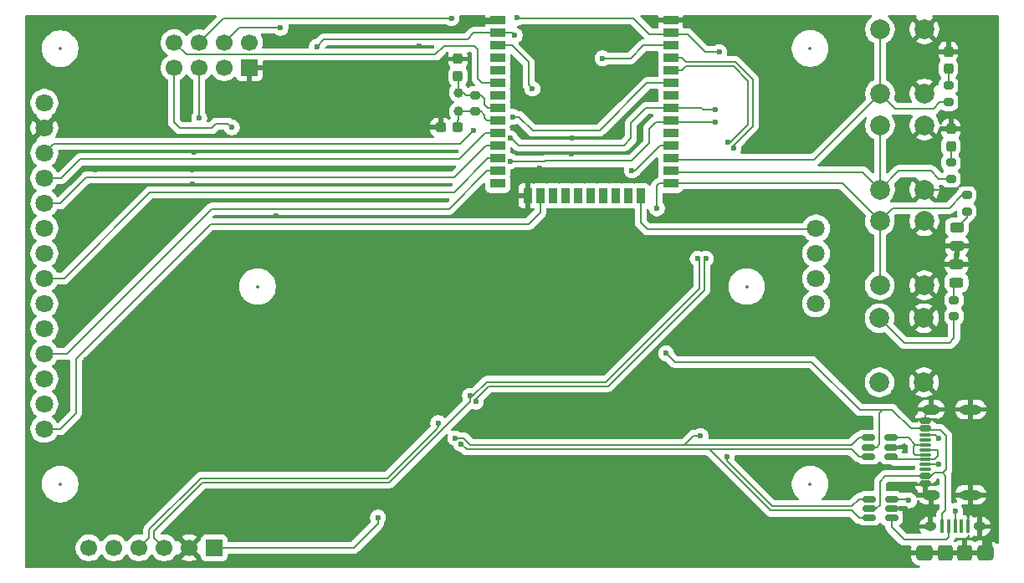
<source format=gtl>
%TF.GenerationSoftware,KiCad,Pcbnew,9.0.1*%
%TF.CreationDate,2025-12-02T19:06:14+01:00*%
%TF.ProjectId,stacja_pogody_modu__wew,73746163-6a61-45f7-906f-676f64795f6d,rev?*%
%TF.SameCoordinates,Original*%
%TF.FileFunction,Copper,L1,Top*%
%TF.FilePolarity,Positive*%
%FSLAX46Y46*%
G04 Gerber Fmt 4.6, Leading zero omitted, Abs format (unit mm)*
G04 Created by KiCad (PCBNEW 9.0.1) date 2025-12-02 19:06:14*
%MOMM*%
%LPD*%
G01*
G04 APERTURE LIST*
G04 Aperture macros list*
%AMRoundRect*
0 Rectangle with rounded corners*
0 $1 Rounding radius*
0 $2 $3 $4 $5 $6 $7 $8 $9 X,Y pos of 4 corners*
0 Add a 4 corners polygon primitive as box body*
4,1,4,$2,$3,$4,$5,$6,$7,$8,$9,$2,$3,0*
0 Add four circle primitives for the rounded corners*
1,1,$1+$1,$2,$3*
1,1,$1+$1,$4,$5*
1,1,$1+$1,$6,$7*
1,1,$1+$1,$8,$9*
0 Add four rect primitives between the rounded corners*
20,1,$1+$1,$2,$3,$4,$5,0*
20,1,$1+$1,$4,$5,$6,$7,0*
20,1,$1+$1,$6,$7,$8,$9,0*
20,1,$1+$1,$8,$9,$2,$3,0*%
G04 Aperture macros list end*
%TA.AperFunction,SMDPad,CuDef*%
%ADD10RoundRect,0.150000X0.425000X-0.150000X0.425000X0.150000X-0.425000X0.150000X-0.425000X-0.150000X0*%
%TD*%
%TA.AperFunction,SMDPad,CuDef*%
%ADD11RoundRect,0.075000X0.500000X-0.075000X0.500000X0.075000X-0.500000X0.075000X-0.500000X-0.075000X0*%
%TD*%
%TA.AperFunction,HeatsinkPad*%
%ADD12O,1.800000X1.000000*%
%TD*%
%TA.AperFunction,HeatsinkPad*%
%ADD13O,2.200000X1.000000*%
%TD*%
%TA.AperFunction,ComponentPad*%
%ADD14C,1.800000*%
%TD*%
%TA.AperFunction,ComponentPad*%
%ADD15R,1.700000X1.700000*%
%TD*%
%TA.AperFunction,ComponentPad*%
%ADD16C,1.700000*%
%TD*%
%TA.AperFunction,ComponentPad*%
%ADD17C,2.000000*%
%TD*%
%TA.AperFunction,SMDPad,CuDef*%
%ADD18RoundRect,0.237500X-0.237500X0.300000X-0.237500X-0.300000X0.237500X-0.300000X0.237500X0.300000X0*%
%TD*%
%TA.AperFunction,SMDPad,CuDef*%
%ADD19RoundRect,0.200000X0.275000X-0.200000X0.275000X0.200000X-0.275000X0.200000X-0.275000X-0.200000X0*%
%TD*%
%TA.AperFunction,SMDPad,CuDef*%
%ADD20RoundRect,0.243750X0.456250X-0.243750X0.456250X0.243750X-0.456250X0.243750X-0.456250X-0.243750X0*%
%TD*%
%TA.AperFunction,SMDPad,CuDef*%
%ADD21RoundRect,0.200000X-0.275000X0.200000X-0.275000X-0.200000X0.275000X-0.200000X0.275000X0.200000X0*%
%TD*%
%TA.AperFunction,ComponentPad*%
%ADD22C,1.000000*%
%TD*%
%TA.AperFunction,SMDPad,CuDef*%
%ADD23RoundRect,0.150000X0.512500X0.150000X-0.512500X0.150000X-0.512500X-0.150000X0.512500X-0.150000X0*%
%TD*%
%TA.AperFunction,SMDPad,CuDef*%
%ADD24R,1.500000X0.900000*%
%TD*%
%TA.AperFunction,SMDPad,CuDef*%
%ADD25R,0.900000X1.500000*%
%TD*%
%TA.AperFunction,HeatsinkPad*%
%ADD26R,0.900000X0.900000*%
%TD*%
%TA.AperFunction,HeatsinkPad*%
%ADD27C,0.600000*%
%TD*%
%TA.AperFunction,SMDPad,CuDef*%
%ADD28RoundRect,0.237500X-0.300000X-0.237500X0.300000X-0.237500X0.300000X0.237500X-0.300000X0.237500X0*%
%TD*%
%TA.AperFunction,SMDPad,CuDef*%
%ADD29RoundRect,0.100000X-0.100000X-0.575000X0.100000X-0.575000X0.100000X0.575000X-0.100000X0.575000X0*%
%TD*%
%TA.AperFunction,HeatsinkPad*%
%ADD30O,0.890000X1.550000*%
%TD*%
%TA.AperFunction,SMDPad,CuDef*%
%ADD31RoundRect,0.250000X-0.475000X-0.525000X0.475000X-0.525000X0.475000X0.525000X-0.475000X0.525000X0*%
%TD*%
%TA.AperFunction,HeatsinkPad*%
%ADD32O,1.250000X0.950000*%
%TD*%
%TA.AperFunction,SMDPad,CuDef*%
%ADD33RoundRect,0.250000X-0.500000X-0.525000X0.500000X-0.525000X0.500000X0.525000X-0.500000X0.525000X0*%
%TD*%
%TA.AperFunction,SMDPad,CuDef*%
%ADD34RoundRect,0.243750X-0.456250X0.243750X-0.456250X-0.243750X0.456250X-0.243750X0.456250X0.243750X0*%
%TD*%
%TA.AperFunction,ViaPad*%
%ADD35C,0.600000*%
%TD*%
%TA.AperFunction,Conductor*%
%ADD36C,0.200000*%
%TD*%
%ADD37C,0.300000*%
%ADD38O,1.400000X0.600000*%
%ADD39O,1.800000X0.600000*%
%ADD40C,0.350000*%
%ADD41C,0.200000*%
%ADD42O,0.500000X1.150000*%
%ADD43O,0.850000X0.550000*%
G04 APERTURE END LIST*
D10*
%TO.P,J3,A1,GND*%
%TO.N,GND*%
X192600000Y-106960000D03*
%TO.P,J3,A4,VBUS*%
%TO.N,/V_3.3_IN*%
X192600000Y-106160000D03*
D11*
%TO.P,J3,A5,CC1*%
%TO.N,Net-(J3-CC1)*%
X192600000Y-105010000D03*
%TO.P,J3,A6,D+*%
%TO.N,Net-(J3-D+-PadA6)*%
X192600000Y-104010000D03*
%TO.P,J3,A7,D-*%
%TO.N,Net-(J3-D--PadA7)*%
X192600000Y-103510000D03*
%TO.P,J3,A8,SBU1*%
%TO.N,unconnected-(J3-SBU1-PadA8)*%
X192600000Y-102510000D03*
D10*
%TO.P,J3,A9,VBUS*%
%TO.N,/V_3.3_IN*%
X192600000Y-101360000D03*
%TO.P,J3,A12,GND*%
%TO.N,GND*%
X192600000Y-100560000D03*
%TO.P,J3,B1,GND*%
X192600000Y-100560000D03*
%TO.P,J3,B4,VBUS*%
%TO.N,/V_3.3_IN*%
X192600000Y-101360000D03*
D11*
%TO.P,J3,B5,CC2*%
%TO.N,Net-(J3-CC2)*%
X192600000Y-102010000D03*
%TO.P,J3,B6,D+*%
%TO.N,Net-(J3-D+-PadA6)*%
X192600000Y-103010000D03*
%TO.P,J3,B7,D-*%
%TO.N,Net-(J3-D--PadA7)*%
X192600000Y-104510000D03*
%TO.P,J3,B8,SBU2*%
%TO.N,unconnected-(J3-SBU2-PadB8)*%
X192600000Y-105510000D03*
D10*
%TO.P,J3,B9,VBUS*%
%TO.N,/V_3.3_IN*%
X192600000Y-106160000D03*
%TO.P,J3,B12,GND*%
%TO.N,GND*%
X192600000Y-106960000D03*
D12*
%TO.P,J3,S1,SHIELD*%
X193175000Y-108080000D03*
D13*
X197155000Y-108080000D03*
D12*
X193175000Y-99440000D03*
D13*
X197155000Y-99440000D03*
%TD*%
D14*
%TO.P,U3,1,VCC*%
%TO.N,/V_3.3_OUT*%
X103419672Y-68399569D03*
%TO.P,U3,2,GND*%
%TO.N,GND*%
X103419672Y-70939569D03*
%TO.P,U3,3,CS*%
%TO.N,/LCD_CS*%
X103419672Y-73479569D03*
%TO.P,U3,4,RST*%
%TO.N,/LCD_RST*%
X103419672Y-76019569D03*
%TO.P,U3,5,DC*%
%TO.N,/LCD_DC*%
X103419672Y-78559569D03*
%TO.P,U3,6,MOSI*%
%TO.N,/LCD_MOSI*%
X103419672Y-81099569D03*
%TO.P,U3,7,SCK*%
%TO.N,/LCD_SCK*%
X103419672Y-83639569D03*
%TO.P,U3,8,LED*%
%TO.N,/LCD_LED*%
X103419672Y-86179569D03*
%TO.P,U3,9,MISO*%
%TO.N,/LCD_MISO*%
X103419672Y-88719569D03*
%TO.P,U3,10,T_CLK*%
%TO.N,/LCD_SCK*%
X103419672Y-91259569D03*
%TO.P,U3,11,T_CS*%
%TO.N,/LCD_T_CS*%
X103419672Y-93799569D03*
%TO.P,U3,12,T_DIN*%
%TO.N,/LCD_MOSI*%
X103419672Y-96339569D03*
%TO.P,U3,13,T_DOUT*%
%TO.N,/LCD_MISO*%
X103419672Y-98879569D03*
%TO.P,U3,14,T_IRQ*%
%TO.N,/LCD_T_IRQ*%
X103419672Y-101419569D03*
%TO.P,U3,15,SD_CS*%
%TO.N,/LCD_SD_CS*%
X181518044Y-81099849D03*
%TO.P,U3,16,SD_MOSI*%
%TO.N,/LCD_MOSI*%
X181518044Y-83639849D03*
%TO.P,U3,17,SD_MISO*%
%TO.N,/LCD_MISO*%
X181518044Y-86179849D03*
%TO.P,U3,18,SD_SCK*%
%TO.N,/LCD_SCK*%
X181518044Y-88719849D03*
%TD*%
D15*
%TO.P,J2,1,Pin_1*%
%TO.N,/V_3.3_OUT*%
X120620000Y-113440000D03*
D16*
%TO.P,J2,2,Pin_2*%
%TO.N,GND*%
X118080000Y-113440000D03*
%TO.P,J2,3,Pin_3*%
%TO.N,/CH340_UART+*%
X115540000Y-113440000D03*
%TO.P,J2,4,Pin_4*%
%TO.N,/CH340_UART-*%
X113000000Y-113440000D03*
%TO.P,J2,5,Pin_5*%
%TO.N,/CH340_RTS*%
X110460000Y-113440000D03*
%TO.P,J2,6,Pin_6*%
%TO.N,/CH340_DTR*%
X107920000Y-113440000D03*
%TD*%
D17*
%TO.P,SW4,1,C*%
%TO.N,GND*%
X192440000Y-90190000D03*
X192440000Y-96690000D03*
%TO.P,SW4,2,D*%
%TO.N,/ESP_ENABLE*%
X187940000Y-90190000D03*
X187940000Y-96690000D03*
%TD*%
D18*
%TO.P,C16,1*%
%TO.N,GND*%
X145280000Y-63957500D03*
%TO.P,C16,2*%
%TO.N,Net-(U2-IO32)*%
X145280000Y-65682500D03*
%TD*%
D19*
%TO.P,R16,1*%
%TO.N,/ESP_ENABLE*%
X195490000Y-90010000D03*
%TO.P,R16,2*%
%TO.N,Net-(D3-A)*%
X195490000Y-88360000D03*
%TD*%
D18*
%TO.P,C3,1*%
%TO.N,GND*%
X194910000Y-63217500D03*
%TO.P,C3,2*%
%TO.N,Net-(C3-Pad2)*%
X194910000Y-64942500D03*
%TD*%
D20*
%TO.P,D1,1,K*%
%TO.N,GND*%
X195770000Y-82857500D03*
%TO.P,D1,2,A*%
%TO.N,Net-(D1-A)*%
X195770000Y-80982500D03*
%TD*%
D21*
%TO.P,R13,1*%
%TO.N,/ESP_BOOT*%
X196770000Y-77735000D03*
%TO.P,R13,2*%
%TO.N,Net-(D1-A)*%
X196770000Y-79385000D03*
%TD*%
D22*
%TO.P,Y2,1,1*%
%TO.N,Net-(U2-IO32)*%
X145360000Y-67370000D03*
%TO.P,Y2,2,2*%
%TO.N,Net-(U2-IO33)*%
X145360000Y-69270000D03*
%TD*%
D17*
%TO.P,SW3,1,C*%
%TO.N,GND*%
X192480000Y-80370000D03*
X192480000Y-86870000D03*
%TO.P,SW3,2,D*%
%TO.N,/ESP_BOOT*%
X187980000Y-80370000D03*
X187980000Y-86870000D03*
%TD*%
D23*
%TO.P,U4,1,I/O1*%
%TO.N,Net-(J3-D--PadA7)*%
X189115000Y-104200000D03*
%TO.P,U4,2,GND*%
%TO.N,GND*%
X189115000Y-103250000D03*
%TO.P,U4,3,I/O2*%
%TO.N,Net-(J3-D+-PadA6)*%
X189115000Y-102300000D03*
%TO.P,U4,4,I/O2*%
%TO.N,/MICRO_USB_D+*%
X186840000Y-102300000D03*
%TO.P,U4,5,VBUS*%
%TO.N,/V_3.3_IN*%
X186840000Y-103250000D03*
%TO.P,U4,6,I/O1*%
%TO.N,/MICRO_USB_D-*%
X186840000Y-104200000D03*
%TD*%
D17*
%TO.P,SW2,1,C*%
%TO.N,/Button_2*%
X187990000Y-67460000D03*
X187990000Y-60960000D03*
%TO.P,SW2,2,D*%
%TO.N,GND*%
X192490000Y-67460000D03*
X192490000Y-60960000D03*
%TD*%
D23*
%TO.P,U1,1,I/O1*%
%TO.N,Net-(J1-D-)*%
X189145000Y-110400000D03*
%TO.P,U1,2,GND*%
%TO.N,GND*%
X189145000Y-109450000D03*
%TO.P,U1,3,I/O2*%
%TO.N,Net-(J1-D+)*%
X189145000Y-108500000D03*
%TO.P,U1,4,I/O2*%
%TO.N,/MICRO_USB_D+*%
X186870000Y-108500000D03*
%TO.P,U1,5,VBUS*%
%TO.N,/V_3.3_IN*%
X186870000Y-109450000D03*
%TO.P,U1,6,I/O1*%
%TO.N,/MICRO_USB_D-*%
X186870000Y-110400000D03*
%TD*%
D24*
%TO.P,U2,1,GND*%
%TO.N,GND*%
X149310000Y-60050000D03*
%TO.P,U2,2,VDD*%
%TO.N,/V_3.3_OUT*%
X149310000Y-61320000D03*
%TO.P,U2,3,EN*%
%TO.N,/ESP_ENABLE*%
X149310000Y-62590000D03*
%TO.P,U2,4,SENSOR_VP*%
%TO.N,unconnected-(U2-SENSOR_VP-Pad4)*%
X149310000Y-63860000D03*
%TO.P,U2,5,SENSOR_VN*%
%TO.N,unconnected-(U2-SENSOR_VN-Pad5)*%
X149310000Y-65130000D03*
%TO.P,U2,6,IO34*%
%TO.N,/NRF_IRQ*%
X149310000Y-66400000D03*
%TO.P,U2,7,IO35*%
%TO.N,unconnected-(U2-IO35-Pad7)*%
X149310000Y-67670000D03*
%TO.P,U2,8,IO32*%
%TO.N,Net-(U2-IO32)*%
X149310000Y-68940000D03*
%TO.P,U2,9,IO33*%
%TO.N,Net-(U2-IO33)*%
X149310000Y-70210000D03*
%TO.P,U2,10,IO25*%
%TO.N,/LCD_RST*%
X149310000Y-71480000D03*
%TO.P,U2,11,IO26*%
%TO.N,/LCD_DC*%
X149310000Y-72750000D03*
%TO.P,U2,12,IO27*%
%TO.N,/LCD_LED*%
X149310000Y-74020000D03*
%TO.P,U2,13,IO14*%
%TO.N,/LCD_T_CS*%
X149310000Y-75290000D03*
%TO.P,U2,14,IO12*%
%TO.N,unconnected-(U2-IO12-Pad14)*%
X149310000Y-76560000D03*
D25*
%TO.P,U2,15,GND*%
%TO.N,GND*%
X152345000Y-77810000D03*
%TO.P,U2,16,IO13*%
%TO.N,/LCD_T_IRQ*%
X153615000Y-77810000D03*
%TO.P,U2,17,NC*%
%TO.N,unconnected-(U2-NC-Pad17)*%
X154885000Y-77810000D03*
%TO.P,U2,18,NC*%
%TO.N,unconnected-(U2-NC-Pad18)*%
X156155000Y-77810000D03*
%TO.P,U2,19,NC*%
%TO.N,unconnected-(U2-NC-Pad19)*%
X157425000Y-77810000D03*
%TO.P,U2,20,NC*%
%TO.N,unconnected-(U2-NC-Pad20)*%
X158695000Y-77810000D03*
%TO.P,U2,21,NC*%
%TO.N,unconnected-(U2-NC-Pad21)*%
X159965000Y-77810000D03*
%TO.P,U2,22,NC*%
%TO.N,unconnected-(U2-NC-Pad22)*%
X161235000Y-77810000D03*
%TO.P,U2,23,IO15*%
%TO.N,unconnected-(U2-IO15-Pad23)*%
X162505000Y-77810000D03*
%TO.P,U2,24,IO2*%
%TO.N,/LCD_SD_CS*%
X163775000Y-77810000D03*
D24*
%TO.P,U2,25,IO0*%
%TO.N,/ESP_BOOT*%
X166810000Y-76560000D03*
%TO.P,U2,26,IO4*%
%TO.N,/Button_1*%
X166810000Y-75290000D03*
%TO.P,U2,27,IO16*%
%TO.N,/Button_2*%
X166810000Y-74020000D03*
%TO.P,U2,28,IO17*%
%TO.N,/NRF_CE*%
X166810000Y-72750000D03*
%TO.P,U2,29,IO5*%
%TO.N,unconnected-(U2-IO5-Pad29)*%
X166810000Y-71480000D03*
%TO.P,U2,30,IO18*%
%TO.N,/LCD_SCK*%
X166810000Y-70210000D03*
%TO.P,U2,31,IO19*%
%TO.N,/LCD_MISO*%
X166810000Y-68940000D03*
%TO.P,U2,32,NC*%
%TO.N,unconnected-(U2-NC-Pad32)*%
X166810000Y-67670000D03*
%TO.P,U2,33,IO21*%
%TO.N,/LCD_CS*%
X166810000Y-66400000D03*
%TO.P,U2,34,RXD0/IO3*%
%TO.N,/CH340_UART+*%
X166810000Y-65130000D03*
%TO.P,U2,35,TXD0/IO1*%
%TO.N,/CH340_UART-*%
X166810000Y-63860000D03*
%TO.P,U2,36,IO22*%
%TO.N,/NRF_CSN*%
X166810000Y-62590000D03*
%TO.P,U2,37,IO23*%
%TO.N,/LCD_MOSI*%
X166810000Y-61320000D03*
%TO.P,U2,38,GND*%
%TO.N,GND*%
X166810000Y-60050000D03*
D26*
%TO.P,U2,39,GND*%
X155160000Y-66370000D03*
D27*
X155160000Y-67070000D03*
D26*
X155160000Y-67770000D03*
D27*
X155160000Y-68470000D03*
D26*
X155160000Y-69170000D03*
D27*
X155860000Y-66370000D03*
X155860000Y-67770000D03*
X155860000Y-69170000D03*
D26*
X156560000Y-66370000D03*
D27*
X156560000Y-67070000D03*
D26*
X156560000Y-67770000D03*
D27*
X156560000Y-68470000D03*
D26*
X156560000Y-69170000D03*
D27*
X157260000Y-66370000D03*
X157260000Y-67770000D03*
X157260000Y-69170000D03*
D26*
X157960000Y-66370000D03*
D27*
X157960000Y-67070000D03*
D26*
X157960000Y-67770000D03*
D27*
X157960000Y-68470000D03*
D26*
X157960000Y-69170000D03*
%TD*%
D21*
%TO.P,R17,1*%
%TO.N,Net-(U2-IO32)*%
X147000000Y-67645000D03*
%TO.P,R17,2*%
%TO.N,Net-(U2-IO33)*%
X147000000Y-69295000D03*
%TD*%
%TO.P,R1,1*%
%TO.N,Net-(C1-Pad2)*%
X195170000Y-74445000D03*
%TO.P,R1,2*%
%TO.N,/Button_1*%
X195170000Y-76095000D03*
%TD*%
D28*
%TO.P,C15,1*%
%TO.N,GND*%
X143517500Y-70880000D03*
%TO.P,C15,2*%
%TO.N,Net-(U2-IO33)*%
X145242500Y-70880000D03*
%TD*%
D29*
%TO.P,J1,1,VBUS*%
%TO.N,/V_3.3_IN*%
X194290000Y-111290000D03*
%TO.P,J1,2,D-*%
%TO.N,Net-(J1-D-)*%
X194940000Y-111290000D03*
%TO.P,J1,3,D+*%
%TO.N,Net-(J1-D+)*%
X195590000Y-111290000D03*
%TO.P,J1,4,ID*%
%TO.N,unconnected-(J1-ID-Pad4)*%
X196240000Y-111290000D03*
%TO.P,J1,5,GND*%
%TO.N,GND*%
X196890000Y-111290000D03*
D30*
%TO.P,J1,6,Shield*%
X192090000Y-113990000D03*
D31*
X192565000Y-113990000D03*
D32*
X193090000Y-111290000D03*
D33*
X194590000Y-113990000D03*
X196590000Y-113990000D03*
D32*
X198090000Y-111290000D03*
D31*
X198615000Y-113990000D03*
D30*
X199090000Y-113990000D03*
%TD*%
D34*
%TO.P,D3,1,K*%
%TO.N,GND*%
X195740000Y-84722500D03*
%TO.P,D3,2,A*%
%TO.N,Net-(D3-A)*%
X195740000Y-86597500D03*
%TD*%
D21*
%TO.P,R3,1*%
%TO.N,Net-(C3-Pad2)*%
X194930000Y-66665000D03*
%TO.P,R3,2*%
%TO.N,/Button_2*%
X194930000Y-68315000D03*
%TD*%
D17*
%TO.P,SW1,1,C*%
%TO.N,/Button_1*%
X187990000Y-77180000D03*
X187990000Y-70680000D03*
%TO.P,SW1,2,D*%
%TO.N,GND*%
X192490000Y-77180000D03*
X192490000Y-70680000D03*
%TD*%
D18*
%TO.P,C1,1*%
%TO.N,GND*%
X195170000Y-71067500D03*
%TO.P,C1,2*%
%TO.N,Net-(C1-Pad2)*%
X195170000Y-72792500D03*
%TD*%
D15*
%TO.P,U5,1,GND*%
%TO.N,GND*%
X124170000Y-64840000D03*
D16*
%TO.P,U5,2,VCC*%
%TO.N,/V_3.3_OUT*%
X124170000Y-62300000D03*
%TO.P,U5,3,CE*%
%TO.N,Net-(U5-CE)*%
X121630000Y-64840000D03*
%TO.P,U5,4,~{CSN}*%
%TO.N,/NRF_CSN*%
X121630000Y-62300000D03*
%TO.P,U5,5,SCK*%
%TO.N,/LCD_SCK*%
X119090000Y-64840000D03*
%TO.P,U5,6,MOSI*%
%TO.N,/LCD_MOSI*%
X119090000Y-62300000D03*
%TO.P,U5,7,MISO*%
%TO.N,/LCD_MISO*%
X116550000Y-64840000D03*
%TO.P,U5,8,IRQ*%
%TO.N,/NRF_IRQ*%
X116550000Y-62300000D03*
%TD*%
D35*
%TO.N,/V_3.3_OUT*%
X137180000Y-110370000D03*
X151030000Y-61570000D03*
X131000000Y-62700000D03*
%TO.N,GND*%
X159555000Y-85240000D03*
X192360000Y-72730000D03*
X107750000Y-88300000D03*
X128510000Y-65210000D03*
X119350000Y-109250000D03*
X140050000Y-60920000D03*
X118430000Y-75220000D03*
X190470000Y-103230000D03*
X148080000Y-105450000D03*
X110170000Y-68310000D03*
X151810000Y-98440000D03*
X143620000Y-97890000D03*
X118430000Y-76640000D03*
X190560000Y-109470000D03*
X107690000Y-94400000D03*
X126880000Y-79870000D03*
X165190000Y-95040000D03*
X194780000Y-77590000D03*
X185850000Y-59990000D03*
X176100000Y-105870000D03*
X158870000Y-93720000D03*
X155790000Y-95490000D03*
X127880000Y-99830000D03*
X147330000Y-81740000D03*
X129150000Y-61750000D03*
X105480000Y-73960000D03*
X195060000Y-99570000D03*
X120990000Y-104470000D03*
X147350000Y-77880000D03*
X168710000Y-60220000D03*
X156790000Y-73530000D03*
X157600000Y-99200000D03*
X105430000Y-99130000D03*
X130900000Y-109150000D03*
X118590000Y-73440000D03*
X153560000Y-75000000D03*
X126960000Y-95360000D03*
X146880000Y-60350000D03*
X187020000Y-74060000D03*
X149830000Y-85780000D03*
X108340000Y-78400000D03*
X117930000Y-67520000D03*
X156830000Y-71990000D03*
X190320000Y-76920000D03*
X109670000Y-80180000D03*
X138500000Y-103020000D03*
X176720000Y-69400000D03*
X144710000Y-112440000D03*
X161930000Y-61080000D03*
X127500000Y-114950000D03*
X124350000Y-68980000D03*
X141390000Y-62670000D03*
X198090000Y-109700000D03*
X133610000Y-112140000D03*
X139990000Y-111510000D03*
X133640000Y-68490000D03*
X191130000Y-110680000D03*
X139900000Y-92960000D03*
X190530000Y-114110000D03*
X165080000Y-87100000D03*
X133790000Y-99470000D03*
X108550000Y-75190000D03*
X128970000Y-101010000D03*
X129770000Y-104790000D03*
X175650000Y-72810000D03*
%TO.N,/V_3.3_IN*%
X166340000Y-93750000D03*
%TO.N,/MICRO_USB_D-*%
X145620521Y-102960521D03*
%TO.N,/MICRO_USB_D+*%
X145019479Y-102359479D03*
X172490000Y-104200000D03*
X169830000Y-102100000D03*
%TO.N,Net-(J3-CC1)*%
X193930000Y-105000000D03*
%TO.N,Net-(J3-CC2)*%
X193960000Y-102370000D03*
%TO.N,/ESP_ENABLE*%
X152820000Y-66970000D03*
%TO.N,Net-(J1-D+)*%
X190920000Y-108640000D03*
X195590000Y-109700000D03*
%TO.N,/ESP_BOOT*%
X165410000Y-79080000D03*
%TO.N,/LCD_MOSI*%
X144630000Y-59840000D03*
X171730000Y-63260000D03*
X151260000Y-59800000D03*
%TO.N,/LCD_SCK*%
X150560002Y-74300000D03*
X171360000Y-70330000D03*
X119090000Y-69900000D03*
%TO.N,/NRF_CSN*%
X159910000Y-63890000D03*
X127330000Y-60800000D03*
%TO.N,/LCD_MISO*%
X122390000Y-70890000D03*
X171300000Y-69070000D03*
X150558122Y-71973315D03*
%TO.N,/LCD_CS*%
X150830000Y-69820000D03*
X146890000Y-71190000D03*
%TO.N,/CH340_UART-*%
X147100521Y-98660521D03*
X170385000Y-84180000D03*
X173170521Y-73010521D03*
X143270000Y-100800000D03*
%TO.N,/CH340_UART+*%
X146499479Y-98059479D03*
X169535000Y-84180000D03*
X172569479Y-72409479D03*
%TO.N,/NRF_CE*%
X162890000Y-75240000D03*
%TD*%
D36*
%TO.N,/V_3.3_OUT*%
X137180000Y-110370000D02*
X137180000Y-110990000D01*
X134730000Y-113440000D02*
X120620000Y-113440000D01*
X149310000Y-61320000D02*
X150780000Y-61320000D01*
X137180000Y-110990000D02*
X134730000Y-113440000D01*
X131000000Y-62700000D02*
X131730000Y-61970000D01*
X146880000Y-61320000D02*
X149310000Y-61320000D01*
X146230000Y-61970000D02*
X146880000Y-61320000D01*
X148970000Y-61430000D02*
X149110000Y-61570000D01*
X131730000Y-61970000D02*
X146230000Y-61970000D01*
X150780000Y-61320000D02*
X151030000Y-61570000D01*
%TO.N,Net-(D1-A)*%
X196770000Y-79982500D02*
X195770000Y-80982500D01*
X196770000Y-79385000D02*
X196770000Y-79982500D01*
%TO.N,GND*%
X189145000Y-109450000D02*
X190540000Y-109450000D01*
X197360000Y-109700000D02*
X198090000Y-109700000D01*
X147420000Y-77810000D02*
X147350000Y-77880000D01*
X192600000Y-100015000D02*
X193175000Y-99440000D01*
X190540000Y-109450000D02*
X190560000Y-109470000D01*
X194370000Y-77180000D02*
X194780000Y-77590000D01*
X152345000Y-77810000D02*
X152345000Y-76215000D01*
X192600000Y-100560000D02*
X192600000Y-100015000D01*
X149310000Y-60050000D02*
X149010000Y-60350000D01*
X196890000Y-111290000D02*
X196890000Y-110170000D01*
X196890000Y-110170000D02*
X197360000Y-109700000D01*
X192565000Y-113990000D02*
X194590000Y-113990000D01*
X192490000Y-77180000D02*
X194370000Y-77180000D01*
X189115000Y-103250000D02*
X190450000Y-103250000D01*
X152345000Y-77810000D02*
X147420000Y-77810000D01*
X194590000Y-113990000D02*
X196590000Y-113990000D01*
X152345000Y-76215000D02*
X153560000Y-75000000D01*
X190450000Y-103250000D02*
X190470000Y-103230000D01*
X192600000Y-107505000D02*
X193175000Y-108080000D01*
X192600000Y-106960000D02*
X192600000Y-107505000D01*
X149010000Y-60350000D02*
X146880000Y-60350000D01*
X196590000Y-113990000D02*
X198615000Y-113990000D01*
%TO.N,/V_3.3_IN*%
X192600000Y-106160000D02*
X193174999Y-106160000D01*
X194700000Y-102110000D02*
X194700000Y-105470000D01*
X189220000Y-99480000D02*
X191100000Y-101360000D01*
X167220000Y-94630000D02*
X181100000Y-94630000D01*
X186840000Y-103250000D02*
X187640000Y-103250000D01*
X187640000Y-103250000D02*
X187910000Y-102980000D01*
X192790000Y-101550000D02*
X194140000Y-101550000D01*
X192600000Y-101360000D02*
X192790000Y-101550000D01*
X181100000Y-94630000D02*
X185950000Y-99480000D01*
X193474999Y-105860000D02*
X194310000Y-105860000D01*
X194140000Y-101550000D02*
X194700000Y-102110000D01*
X188290000Y-99480000D02*
X189220000Y-99480000D01*
X194290000Y-110020000D02*
X194290000Y-111290000D01*
X187620000Y-109450000D02*
X187970000Y-109100000D01*
X187970000Y-106740000D02*
X188550000Y-106160000D01*
X194310000Y-105860000D02*
X194640000Y-106190000D01*
X185950000Y-99480000D02*
X188290000Y-99480000D01*
X194640000Y-106190000D02*
X194640000Y-109670000D01*
X188550000Y-106160000D02*
X192600000Y-106160000D01*
X191100000Y-101360000D02*
X192600000Y-101360000D01*
X194640000Y-109670000D02*
X194290000Y-110020000D01*
X187910000Y-102980000D02*
X187910000Y-99860000D01*
X186870000Y-109450000D02*
X187620000Y-109450000D01*
X193174999Y-106160000D02*
X193474999Y-105860000D01*
X166340000Y-93750000D02*
X167220000Y-94630000D01*
X194700000Y-105470000D02*
X194310000Y-105860000D01*
X187910000Y-99860000D02*
X188290000Y-99480000D01*
X187970000Y-109100000D02*
X187970000Y-106740000D01*
%TO.N,Net-(C1-Pad2)*%
X195170000Y-74445000D02*
X195170000Y-72792500D01*
%TO.N,Net-(C3-Pad2)*%
X194930000Y-64962500D02*
X194910000Y-64942500D01*
X194930000Y-66665000D02*
X194930000Y-64962500D01*
%TO.N,/MICRO_USB_D-*%
X172160901Y-104929099D02*
X172160901Y-104925901D01*
X146135000Y-103475000D02*
X170710000Y-103475000D01*
X170710000Y-103475000D02*
X185121249Y-103475000D01*
X145620521Y-102960521D02*
X146135000Y-103475000D01*
X185846249Y-104200000D02*
X186840000Y-104200000D01*
X172160901Y-104925901D02*
X170710000Y-103475000D01*
X185121249Y-103475000D02*
X185846249Y-104200000D01*
X176906802Y-109675000D02*
X172160901Y-104929099D01*
X185151249Y-109675000D02*
X176906802Y-109675000D01*
X186870000Y-110400000D02*
X185876249Y-110400000D01*
X185876249Y-110400000D02*
X185151249Y-109675000D01*
%TO.N,/MICRO_USB_D+*%
X172479099Y-104610901D02*
X172479099Y-104210901D01*
X185876249Y-108500000D02*
X185151249Y-109225000D01*
X169145000Y-102100000D02*
X168220000Y-103025000D01*
X145655875Y-102359479D02*
X145655917Y-102359521D01*
X146534943Y-103025000D02*
X168220000Y-103025000D01*
X172479099Y-104210901D02*
X172490000Y-104200000D01*
X185151249Y-109225000D02*
X177093198Y-109225000D01*
X185846249Y-102300000D02*
X186840000Y-102300000D01*
X186870000Y-108500000D02*
X185876249Y-108500000D01*
X145655917Y-102359521D02*
X145869464Y-102359521D01*
X185121249Y-103025000D02*
X185846249Y-102300000D01*
X169830000Y-102100000D02*
X169145000Y-102100000D01*
X177093198Y-109225000D02*
X172479099Y-104610901D01*
X168220000Y-103025000D02*
X185121249Y-103025000D01*
X145019479Y-102359479D02*
X145655875Y-102359479D01*
X145869464Y-102359521D02*
X146534943Y-103025000D01*
%TO.N,Net-(J3-D--PadA7)*%
X193880000Y-104130000D02*
X193500000Y-104510000D01*
X193880000Y-103650000D02*
X193880000Y-104130000D01*
X192600000Y-103510000D02*
X193740000Y-103510000D01*
X193740000Y-103510000D02*
X193880000Y-103650000D01*
X189425000Y-104510000D02*
X189115000Y-104200000D01*
X193500000Y-104510000D02*
X192600000Y-104510000D01*
X192600000Y-104510000D02*
X189425000Y-104510000D01*
%TO.N,Net-(J3-D+-PadA6)*%
X190870000Y-102300000D02*
X191580000Y-103010000D01*
X191370000Y-103220000D02*
X191580000Y-103010000D01*
X189115000Y-102300000D02*
X190870000Y-102300000D01*
X192600000Y-104010000D02*
X191530000Y-104010000D01*
X191580000Y-103010000D02*
X192600000Y-103010000D01*
X191370000Y-103850000D02*
X191370000Y-103220000D01*
X191530000Y-104010000D02*
X191370000Y-103850000D01*
%TO.N,Net-(J3-CC1)*%
X192600000Y-105010000D02*
X193920000Y-105010000D01*
X193920000Y-105010000D02*
X193930000Y-105000000D01*
%TO.N,Net-(J3-CC2)*%
X193600000Y-102010000D02*
X193960000Y-102370000D01*
X192600000Y-102010000D02*
X193600000Y-102010000D01*
%TO.N,Net-(J1-D-)*%
X189145000Y-110400000D02*
X189145000Y-111315000D01*
X189145000Y-111315000D02*
X190460000Y-112630000D01*
X194940000Y-112370000D02*
X194940000Y-111290000D01*
X194680000Y-112630000D02*
X194940000Y-112370000D01*
X190460000Y-112630000D02*
X194680000Y-112630000D01*
%TO.N,/ESP_ENABLE*%
X152410000Y-64270000D02*
X150730000Y-62590000D01*
X187940000Y-90190000D02*
X190480000Y-92730000D01*
X195490000Y-92230000D02*
X195490000Y-90010000D01*
X194990000Y-92730000D02*
X195490000Y-92230000D01*
X152820000Y-66970000D02*
X152410000Y-66560000D01*
X150730000Y-62590000D02*
X149310000Y-62590000D01*
X152410000Y-66560000D02*
X152410000Y-64270000D01*
X190480000Y-92730000D02*
X194990000Y-92730000D01*
%TO.N,Net-(J1-D+)*%
X190920000Y-108640000D02*
X190780000Y-108500000D01*
X190780000Y-108500000D02*
X189145000Y-108500000D01*
X195590000Y-111290000D02*
X195590000Y-109700000D01*
%TO.N,/ESP_BOOT*%
X196335000Y-77735000D02*
X196770000Y-77735000D01*
X165400000Y-79070000D02*
X165410000Y-79080000D01*
X165400000Y-76810000D02*
X165400000Y-78120000D01*
X187980000Y-86870000D02*
X187980000Y-80370000D01*
X165400000Y-78120000D02*
X165400000Y-79070000D01*
X189300000Y-79050000D02*
X195020000Y-79050000D01*
X195020000Y-79050000D02*
X196335000Y-77735000D01*
X184170000Y-76560000D02*
X166810000Y-76560000D01*
X166810000Y-76560000D02*
X165650000Y-76560000D01*
X165650000Y-76560000D02*
X165640000Y-76570000D01*
X187980000Y-80370000D02*
X184170000Y-76560000D01*
X187980000Y-80370000D02*
X189300000Y-79050000D01*
X165640000Y-76570000D02*
X165400000Y-76810000D01*
%TO.N,/Button_1*%
X187990000Y-77180000D02*
X187990000Y-70680000D01*
X193945000Y-76095000D02*
X195170000Y-76095000D01*
X193150000Y-75300000D02*
X193945000Y-76095000D01*
X187990000Y-77180000D02*
X186210000Y-75400000D01*
X186210000Y-75400000D02*
X166470000Y-75400000D01*
X189870000Y-75300000D02*
X193150000Y-75300000D01*
X187990000Y-77180000D02*
X189870000Y-75300000D01*
%TO.N,/Button_2*%
X193380000Y-69020000D02*
X194040000Y-68360000D01*
X189550000Y-69020000D02*
X193380000Y-69020000D01*
X187990000Y-67460000D02*
X187990000Y-60960000D01*
X181320000Y-74130000D02*
X166470000Y-74130000D01*
X194040000Y-68360000D02*
X194885000Y-68360000D01*
X194885000Y-68360000D02*
X194930000Y-68315000D01*
X187990000Y-67460000D02*
X189550000Y-69020000D01*
X187990000Y-67460000D02*
X181320000Y-74130000D01*
%TO.N,/LCD_MOSI*%
X119090000Y-62300000D02*
X121560000Y-59830000D01*
X163010000Y-59820000D02*
X151280000Y-59820000D01*
X169010000Y-61940000D02*
X168500000Y-61430000D01*
X164620000Y-61430000D02*
X163010000Y-59820000D01*
X170320000Y-63260000D02*
X169010000Y-61950000D01*
X144620000Y-59830000D02*
X144630000Y-59840000D01*
X171730000Y-63260000D02*
X170320000Y-63260000D01*
X135300000Y-59830000D02*
X144620000Y-59830000D01*
X168500000Y-61430000D02*
X164620000Y-61430000D01*
X121560000Y-59830000D02*
X135300000Y-59830000D01*
X169010000Y-61950000D02*
X169010000Y-61940000D01*
X151280000Y-59820000D02*
X151260000Y-59800000D01*
%TO.N,/LCD_SCK*%
X164610000Y-70990000D02*
X164610000Y-72510000D01*
X154030000Y-74300000D02*
X150560002Y-74300000D01*
X162830000Y-74290000D02*
X154040000Y-74290000D01*
X164610000Y-72510000D02*
X162830000Y-74290000D01*
X171360000Y-70330000D02*
X168860000Y-70330000D01*
X154040000Y-74290000D02*
X154030000Y-74300000D01*
X119090000Y-69900000D02*
X119090000Y-64840000D01*
X168850000Y-70320000D02*
X165280000Y-70320000D01*
X165280000Y-70320000D02*
X164610000Y-70990000D01*
X168860000Y-70330000D02*
X168850000Y-70320000D01*
%TO.N,/NRF_CSN*%
X159910000Y-63890000D02*
X162740000Y-63890000D01*
X164040000Y-62590000D02*
X166810000Y-62590000D01*
X162740000Y-63890000D02*
X164040000Y-62590000D01*
X123130000Y-60800000D02*
X127330000Y-60800000D01*
X121630000Y-62300000D02*
X123130000Y-60800000D01*
%TO.N,/LCD_MISO*%
X120350000Y-70950000D02*
X117120000Y-70950000D01*
X170070000Y-69070000D02*
X171300000Y-69070000D01*
X166810000Y-68940000D02*
X169940000Y-68940000D01*
X169940000Y-68940000D02*
X170070000Y-69070000D01*
X162800000Y-72000000D02*
X162800000Y-70400000D01*
X151430000Y-72710000D02*
X162090000Y-72710000D01*
X122390000Y-70890000D02*
X122000000Y-70500000D01*
X120800000Y-70500000D02*
X120350000Y-70950000D01*
X150558122Y-71973315D02*
X150693315Y-71973315D01*
X116550000Y-70380000D02*
X116550000Y-64840000D01*
X164260000Y-68940000D02*
X166810000Y-68940000D01*
X162800000Y-70400000D02*
X164260000Y-68940000D01*
X150693315Y-71973315D02*
X151430000Y-72710000D01*
X117120000Y-70950000D02*
X116550000Y-70380000D01*
X122000000Y-70500000D02*
X120800000Y-70500000D01*
X162090000Y-72710000D02*
X162800000Y-72000000D01*
%TO.N,/LCD_SD_CS*%
X164495000Y-81215000D02*
X163775000Y-80495000D01*
X181570000Y-81215000D02*
X164495000Y-81215000D01*
X163775000Y-80495000D02*
X163775000Y-77810000D01*
%TO.N,/LCD_CS*%
X104336983Y-72560000D02*
X145520000Y-72560000D01*
X164420000Y-66400000D02*
X166810000Y-66400000D01*
X151460000Y-69820000D02*
X152840000Y-71200000D01*
X150830000Y-69820000D02*
X151460000Y-69820000D01*
X152840000Y-71200000D02*
X159620000Y-71200000D01*
X103414929Y-73482054D02*
X104336983Y-72560000D01*
X159620000Y-71200000D02*
X164420000Y-66400000D01*
X145520000Y-72560000D02*
X146890000Y-71190000D01*
%TO.N,/LCD_T_IRQ*%
X106610000Y-99850000D02*
X106610000Y-94300000D01*
X120240000Y-80670000D02*
X152440000Y-80670000D01*
X153615000Y-79495000D02*
X153615000Y-77810000D01*
X105040431Y-101419569D02*
X106610000Y-99850000D01*
X152440000Y-80670000D02*
X153615000Y-79495000D01*
X103419672Y-101419569D02*
X105040431Y-101419569D01*
X106610000Y-94300000D02*
X120240000Y-80670000D01*
%TO.N,/LCD_DC*%
X103419672Y-78559569D02*
X105070431Y-78559569D01*
X148090000Y-72750000D02*
X149310000Y-72750000D01*
X144890000Y-75950000D02*
X148090000Y-72750000D01*
X105070431Y-78559569D02*
X107680000Y-75950000D01*
X107680000Y-75950000D02*
X144890000Y-75950000D01*
%TO.N,/LCD_T_CS*%
X148230000Y-75290000D02*
X144400000Y-79120000D01*
X103419672Y-93799569D02*
X105690431Y-93799569D01*
X105690431Y-93799569D02*
X109490000Y-90000000D01*
X109490000Y-90000000D02*
X120370000Y-79120000D01*
X120370000Y-79120000D02*
X144400000Y-79120000D01*
X149310000Y-75290000D02*
X148230000Y-75290000D01*
%TO.N,/LCD_RST*%
X148060000Y-71480000D02*
X149310000Y-71480000D01*
X105120431Y-76019569D02*
X107020000Y-74120000D01*
X107020000Y-74120000D02*
X145420000Y-74120000D01*
X145420000Y-74120000D02*
X148060000Y-71480000D01*
X103419672Y-76019569D02*
X105120431Y-76019569D01*
%TO.N,/LCD_LED*%
X103419672Y-86179569D02*
X105410431Y-86179569D01*
X114130000Y-77460000D02*
X144890000Y-77460000D01*
X148330000Y-74020000D02*
X149310000Y-74020000D01*
X144890000Y-77460000D02*
X148330000Y-74020000D01*
X105410431Y-86179569D02*
X114130000Y-77460000D01*
%TO.N,/CH340_UART-*%
X113000000Y-113440000D02*
X114044999Y-112395001D01*
X175115000Y-70783199D02*
X173170521Y-72727678D01*
X148383199Y-97095000D02*
X160443198Y-97095000D01*
X143020901Y-101490901D02*
X143020901Y-101489099D01*
X175115000Y-66036802D02*
X175115000Y-70783199D01*
X170185001Y-84379999D02*
X170385000Y-84180000D01*
X168345001Y-64270000D02*
X173348198Y-64270000D01*
X173348198Y-64270000D02*
X175115000Y-66036802D01*
X114044999Y-112395001D02*
X114044999Y-111576803D01*
X166810000Y-63860000D02*
X167935001Y-63860000D01*
X147100521Y-98377678D02*
X148383199Y-97095000D01*
X173170521Y-72727678D02*
X173170521Y-73010521D01*
X143020901Y-101489099D02*
X143310000Y-101200000D01*
X170185001Y-87353197D02*
X170185001Y-84379999D01*
X138126802Y-106385000D02*
X143020901Y-101490901D01*
X160443198Y-97095000D02*
X170185001Y-87353197D01*
X147100521Y-98660521D02*
X147100521Y-98377678D01*
X167935001Y-63860000D02*
X168345001Y-64270000D01*
X143310000Y-100840000D02*
X143270000Y-100800000D01*
X114044999Y-111576803D02*
X119236802Y-106385000D01*
X119236802Y-106385000D02*
X138126802Y-106385000D01*
X143310000Y-101200000D02*
X143310000Y-100840000D01*
%TO.N,/CH340_UART+*%
X119423198Y-106835000D02*
X138313198Y-106835000D01*
X114495001Y-111763197D02*
X119423198Y-106835000D01*
X168345001Y-64720000D02*
X173161802Y-64720000D01*
X146499479Y-98648719D02*
X146499479Y-98059479D01*
X146782322Y-98059479D02*
X148196801Y-96645000D01*
X167935001Y-65130000D02*
X168345001Y-64720000D01*
X148196801Y-96645000D02*
X160256802Y-96645000D01*
X166810000Y-65130000D02*
X167935001Y-65130000D01*
X169734999Y-87166803D02*
X169734999Y-84379999D01*
X138313198Y-106835000D02*
X146499479Y-98648719D01*
X160256802Y-96645000D02*
X169734999Y-87166803D01*
X114495001Y-112395001D02*
X114495001Y-111763197D01*
X115540000Y-113440000D02*
X114495001Y-112395001D01*
X172852322Y-72409479D02*
X172569479Y-72409479D01*
X174665000Y-70596801D02*
X172852322Y-72409479D01*
X174665000Y-66223198D02*
X174665000Y-70596801D01*
X169734999Y-84379999D02*
X169535000Y-84180000D01*
X173161802Y-64720000D02*
X174665000Y-66223198D01*
X146499479Y-98059479D02*
X146782322Y-98059479D01*
%TO.N,Net-(D3-A)*%
X195490000Y-86847500D02*
X195740000Y-86597500D01*
X195490000Y-88360000D02*
X195490000Y-86847500D01*
%TO.N,/NRF_CE*%
X166810000Y-72750000D02*
X165700000Y-72750000D01*
X165700000Y-72750000D02*
X163210000Y-75240000D01*
X163210000Y-75240000D02*
X162890000Y-75240000D01*
%TO.N,Net-(U2-IO33)*%
X147615000Y-69295000D02*
X147970000Y-69650000D01*
X147970000Y-69950000D02*
X148230000Y-70210000D01*
X145360000Y-69270000D02*
X146975000Y-69270000D01*
X147970000Y-69650000D02*
X147970000Y-69950000D01*
X145242500Y-70880000D02*
X145242500Y-70217500D01*
X145242500Y-70217500D02*
X145360000Y-70100000D01*
X148230000Y-70210000D02*
X149310000Y-70210000D01*
X147000000Y-69295000D02*
X147615000Y-69295000D01*
X146975000Y-69270000D02*
X147000000Y-69295000D01*
X145360000Y-70100000D02*
X145360000Y-69270000D01*
%TO.N,Net-(U2-IO32)*%
X146105000Y-67645000D02*
X147000000Y-67645000D01*
X147000000Y-67645000D02*
X147635000Y-67645000D01*
X147960000Y-67970000D02*
X147960000Y-68570000D01*
X147635000Y-67645000D02*
X147960000Y-67970000D01*
X145360000Y-65762500D02*
X145280000Y-65682500D01*
X145360000Y-67370000D02*
X145830000Y-67370000D01*
X147960000Y-68570000D02*
X148330000Y-68940000D01*
X145360000Y-67370000D02*
X145360000Y-65762500D01*
X148330000Y-68940000D02*
X149310000Y-68940000D01*
X145830000Y-67370000D02*
X146105000Y-67645000D01*
%TO.N,/NRF_IRQ*%
X117780000Y-63530000D02*
X116550000Y-62300000D01*
X149310000Y-66400000D02*
X147710000Y-66400000D01*
X147260000Y-63020000D02*
X146900000Y-62660000D01*
X147710000Y-66400000D02*
X147260000Y-65950000D01*
X143850000Y-62660000D02*
X142980000Y-63530000D01*
X147260000Y-65950000D02*
X147260000Y-63020000D01*
X146900000Y-62660000D02*
X143850000Y-62660000D01*
X142980000Y-63530000D02*
X117780000Y-63530000D01*
%TO.N,unconnected-(U2-IO15-Pad23)*%
X162165000Y-77920000D02*
X162165000Y-78220000D01*
%TD*%
%TA.AperFunction,Conductor*%
%TO.N,GND*%
G36*
X120807942Y-59520185D02*
G01*
X120853697Y-59572989D01*
X120863641Y-59642147D01*
X120834616Y-59705703D01*
X120828584Y-59712181D01*
X119574522Y-60966241D01*
X119513199Y-60999726D01*
X119448523Y-60996491D01*
X119406245Y-60982754D01*
X119262575Y-60959999D01*
X119196287Y-60949500D01*
X118983713Y-60949500D01*
X118972437Y-60951286D01*
X118773760Y-60982753D01*
X118773757Y-60982754D01*
X118617612Y-61033489D01*
X118571585Y-61048444D01*
X118382179Y-61144951D01*
X118210213Y-61269890D01*
X118059890Y-61420213D01*
X117934949Y-61592182D01*
X117930484Y-61600946D01*
X117882509Y-61651742D01*
X117814688Y-61668536D01*
X117748553Y-61645998D01*
X117709516Y-61600946D01*
X117705050Y-61592182D01*
X117580109Y-61420213D01*
X117429786Y-61269890D01*
X117257820Y-61144951D01*
X117068414Y-61048444D01*
X117068413Y-61048443D01*
X117068412Y-61048443D01*
X116866243Y-60982754D01*
X116866241Y-60982753D01*
X116866240Y-60982753D01*
X116667563Y-60951286D01*
X116656287Y-60949500D01*
X116443713Y-60949500D01*
X116432437Y-60951286D01*
X116233760Y-60982753D01*
X116233757Y-60982754D01*
X116077612Y-61033489D01*
X116031585Y-61048444D01*
X115842179Y-61144951D01*
X115670213Y-61269890D01*
X115519890Y-61420213D01*
X115394951Y-61592179D01*
X115298444Y-61781585D01*
X115232753Y-61983760D01*
X115213628Y-62104514D01*
X115199500Y-62193713D01*
X115199500Y-62406287D01*
X115203338Y-62430520D01*
X115228626Y-62590185D01*
X115232754Y-62616243D01*
X115297843Y-62816566D01*
X115298444Y-62818414D01*
X115394951Y-63007820D01*
X115519890Y-63179786D01*
X115670213Y-63330109D01*
X115842182Y-63455050D01*
X115850946Y-63459516D01*
X115901742Y-63507491D01*
X115918536Y-63575312D01*
X115895998Y-63641447D01*
X115850946Y-63680484D01*
X115842182Y-63684949D01*
X115670213Y-63809890D01*
X115519890Y-63960213D01*
X115394951Y-64132179D01*
X115298444Y-64321585D01*
X115232753Y-64523760D01*
X115210610Y-64663567D01*
X115199500Y-64733713D01*
X115199500Y-64946287D01*
X115209534Y-65009644D01*
X115218854Y-65068486D01*
X115232754Y-65156243D01*
X115297925Y-65356819D01*
X115298444Y-65358414D01*
X115394951Y-65547820D01*
X115519890Y-65719786D01*
X115670213Y-65870109D01*
X115842184Y-65995051D01*
X115842184Y-65995052D01*
X115881793Y-66015233D01*
X115932590Y-66063206D01*
X115949500Y-66125718D01*
X115949500Y-70293330D01*
X115949499Y-70293348D01*
X115949499Y-70459054D01*
X115949498Y-70459054D01*
X115951817Y-70467708D01*
X115990423Y-70611785D01*
X116016241Y-70656503D01*
X116069477Y-70748712D01*
X116069479Y-70748715D01*
X116069480Y-70748716D01*
X116181284Y-70860520D01*
X116181285Y-70860521D01*
X116751284Y-71430520D01*
X116751286Y-71430521D01*
X116751290Y-71430524D01*
X116888209Y-71509573D01*
X116888212Y-71509575D01*
X116888216Y-71509577D01*
X117040943Y-71550501D01*
X117040945Y-71550501D01*
X117206654Y-71550501D01*
X117206670Y-71550500D01*
X120263331Y-71550500D01*
X120263347Y-71550501D01*
X120270943Y-71550501D01*
X120429054Y-71550501D01*
X120429057Y-71550501D01*
X120581785Y-71509577D01*
X120649435Y-71470519D01*
X120718716Y-71430520D01*
X120830520Y-71318716D01*
X120830520Y-71318714D01*
X120840720Y-71308515D01*
X120840723Y-71308510D01*
X121012417Y-71136816D01*
X121073740Y-71103334D01*
X121100097Y-71100500D01*
X121527883Y-71100500D01*
X121594922Y-71120185D01*
X121640677Y-71172989D01*
X121642444Y-71177048D01*
X121680602Y-71269172D01*
X121680609Y-71269185D01*
X121768210Y-71400288D01*
X121768213Y-71400292D01*
X121879707Y-71511786D01*
X121879711Y-71511789D01*
X122010814Y-71599390D01*
X122010827Y-71599397D01*
X122151129Y-71657511D01*
X122156503Y-71659737D01*
X122311153Y-71690499D01*
X122311156Y-71690500D01*
X122311158Y-71690500D01*
X122468844Y-71690500D01*
X122468845Y-71690499D01*
X122623497Y-71659737D01*
X122769179Y-71599394D01*
X122900289Y-71511789D01*
X123011789Y-71400289D01*
X123099394Y-71269179D01*
X123100027Y-71267652D01*
X123137386Y-71177457D01*
X123159737Y-71123497D01*
X123190500Y-70968842D01*
X123190500Y-70811158D01*
X123190500Y-70811155D01*
X123190499Y-70811153D01*
X123190433Y-70810821D01*
X123159737Y-70656503D01*
X123133576Y-70593345D01*
X142480000Y-70593345D01*
X142480000Y-70630000D01*
X143267500Y-70630000D01*
X143267500Y-69904999D01*
X143168360Y-69905000D01*
X143168344Y-69905001D01*
X143067347Y-69915319D01*
X142903699Y-69969546D01*
X142903688Y-69969551D01*
X142756965Y-70060052D01*
X142756961Y-70060055D01*
X142635055Y-70181961D01*
X142635052Y-70181965D01*
X142544551Y-70328688D01*
X142544546Y-70328699D01*
X142490319Y-70492347D01*
X142480000Y-70593345D01*
X123133576Y-70593345D01*
X123111261Y-70539470D01*
X123099397Y-70510827D01*
X123099390Y-70510814D01*
X123011789Y-70379711D01*
X123011786Y-70379707D01*
X122900292Y-70268213D01*
X122900288Y-70268210D01*
X122769185Y-70180609D01*
X122769172Y-70180602D01*
X122623501Y-70120264D01*
X122623491Y-70120261D01*
X122468151Y-70089362D01*
X122420413Y-70068750D01*
X122411981Y-70062745D01*
X122368716Y-70019480D01*
X122281441Y-69969092D01*
X122231785Y-69940423D01*
X122079057Y-69899499D01*
X121920943Y-69899499D01*
X121913347Y-69899499D01*
X121913331Y-69899500D01*
X120720943Y-69899500D01*
X120568214Y-69940423D01*
X120550217Y-69950814D01*
X120518559Y-69969092D01*
X120518558Y-69969092D01*
X120431290Y-70019475D01*
X120431282Y-70019481D01*
X120371463Y-70079301D01*
X120319480Y-70131284D01*
X120319478Y-70131286D01*
X120210875Y-70239890D01*
X120137584Y-70313181D01*
X120110656Y-70327884D01*
X120084838Y-70344477D01*
X120078637Y-70345368D01*
X120076261Y-70346666D01*
X120049903Y-70349500D01*
X119955845Y-70349500D01*
X119888806Y-70329815D01*
X119843051Y-70277011D01*
X119833107Y-70207853D01*
X119841284Y-70178048D01*
X119852114Y-70151899D01*
X119859737Y-70133497D01*
X119890500Y-69978842D01*
X119890500Y-69821158D01*
X119890500Y-69821155D01*
X119890499Y-69821153D01*
X119880363Y-69770195D01*
X119859737Y-69666503D01*
X119853942Y-69652512D01*
X119799397Y-69520827D01*
X119799390Y-69520814D01*
X119711398Y-69389125D01*
X119690520Y-69322447D01*
X119690500Y-69320234D01*
X119690500Y-66125718D01*
X119710185Y-66058679D01*
X119758207Y-66015233D01*
X119797815Y-65995052D01*
X119797815Y-65995051D01*
X119797816Y-65995051D01*
X119925713Y-65902129D01*
X119969786Y-65870109D01*
X119969788Y-65870106D01*
X119969792Y-65870104D01*
X120120104Y-65719792D01*
X120120106Y-65719788D01*
X120120109Y-65719786D01*
X120245048Y-65547820D01*
X120245047Y-65547820D01*
X120245051Y-65547816D01*
X120249514Y-65539054D01*
X120297488Y-65488259D01*
X120365308Y-65471463D01*
X120431444Y-65493999D01*
X120470486Y-65539056D01*
X120474951Y-65547820D01*
X120599890Y-65719786D01*
X120750213Y-65870109D01*
X120922179Y-65995048D01*
X120922181Y-65995049D01*
X120922184Y-65995051D01*
X121111588Y-66091557D01*
X121313757Y-66157246D01*
X121523713Y-66190500D01*
X121523714Y-66190500D01*
X121736286Y-66190500D01*
X121736287Y-66190500D01*
X121946243Y-66157246D01*
X122148412Y-66091557D01*
X122337816Y-65995051D01*
X122424478Y-65932088D01*
X122509784Y-65870110D01*
X122509784Y-65870109D01*
X122509792Y-65870104D01*
X122623717Y-65756178D01*
X122685036Y-65722696D01*
X122754728Y-65727680D01*
X122810662Y-65769551D01*
X122827577Y-65800528D01*
X122876646Y-65932088D01*
X122876649Y-65932093D01*
X122962809Y-66047187D01*
X122962812Y-66047190D01*
X123077906Y-66133350D01*
X123077913Y-66133354D01*
X123212620Y-66183596D01*
X123212627Y-66183598D01*
X123272155Y-66189999D01*
X123272172Y-66190000D01*
X123920000Y-66190000D01*
X123920000Y-65273012D01*
X123977007Y-65305925D01*
X124104174Y-65340000D01*
X124235826Y-65340000D01*
X124362993Y-65305925D01*
X124420000Y-65273012D01*
X124420000Y-66190000D01*
X125067828Y-66190000D01*
X125067844Y-66189999D01*
X125127372Y-66183598D01*
X125127379Y-66183596D01*
X125262086Y-66133354D01*
X125262093Y-66133350D01*
X125377187Y-66047190D01*
X125377190Y-66047187D01*
X125463350Y-65932093D01*
X125463354Y-65932086D01*
X125513596Y-65797379D01*
X125513598Y-65797372D01*
X125519999Y-65737844D01*
X125520000Y-65737827D01*
X125520000Y-65090000D01*
X124603012Y-65090000D01*
X124635925Y-65032993D01*
X124670000Y-64905826D01*
X124670000Y-64774174D01*
X124635925Y-64647007D01*
X124603012Y-64590000D01*
X125520000Y-64590000D01*
X125520000Y-64254500D01*
X125539685Y-64187461D01*
X125592489Y-64141706D01*
X125644000Y-64130500D01*
X142893331Y-64130500D01*
X142893347Y-64130501D01*
X142900943Y-64130501D01*
X143059054Y-64130501D01*
X143059057Y-64130501D01*
X143211785Y-64089577D01*
X143263602Y-64059660D01*
X143348716Y-64010520D01*
X143460520Y-63898716D01*
X143460520Y-63898714D01*
X143470724Y-63888511D01*
X143470727Y-63888506D01*
X144062417Y-63296819D01*
X144089344Y-63282115D01*
X144115163Y-63265523D01*
X144121363Y-63264631D01*
X144123740Y-63263334D01*
X144150098Y-63260500D01*
X144225396Y-63260500D01*
X144292435Y-63280185D01*
X144338190Y-63332989D01*
X144348134Y-63402147D01*
X144343102Y-63423504D01*
X144315319Y-63507347D01*
X144305000Y-63608345D01*
X144305000Y-63707500D01*
X146254999Y-63707500D01*
X146254999Y-63608360D01*
X146254998Y-63608345D01*
X146244680Y-63507347D01*
X146216898Y-63423504D01*
X146214496Y-63353675D01*
X146250228Y-63293634D01*
X146312749Y-63262441D01*
X146334604Y-63260500D01*
X146535500Y-63260500D01*
X146602539Y-63280185D01*
X146648294Y-63332989D01*
X146659500Y-63384500D01*
X146659500Y-65863330D01*
X146659499Y-65863348D01*
X146659499Y-66029054D01*
X146659498Y-66029054D01*
X146676246Y-66091557D01*
X146700423Y-66181785D01*
X146705165Y-66189999D01*
X146729358Y-66231900D01*
X146729359Y-66231904D01*
X146729360Y-66231904D01*
X146777613Y-66315483D01*
X146779479Y-66318714D01*
X146779481Y-66318717D01*
X146898349Y-66437585D01*
X146898355Y-66437590D01*
X146993584Y-66532819D01*
X147027069Y-66594142D01*
X147022085Y-66663834D01*
X146980213Y-66719767D01*
X146914749Y-66744184D01*
X146905903Y-66744500D01*
X146668384Y-66744500D01*
X146649145Y-66746248D01*
X146597807Y-66750913D01*
X146435394Y-66801522D01*
X146357348Y-66848702D01*
X146323892Y-66857534D01*
X146290472Y-66866554D01*
X146290134Y-66866446D01*
X146289793Y-66866537D01*
X146256868Y-66855879D01*
X146223881Y-66845400D01*
X146223588Y-66845106D01*
X146223319Y-66845019D01*
X146197723Y-66821706D01*
X146193644Y-66816784D01*
X146137139Y-66732218D01*
X146057887Y-66652966D01*
X146054191Y-66648506D01*
X146042580Y-66621528D01*
X146028501Y-66595743D01*
X146028926Y-66589799D01*
X146026571Y-66584327D01*
X146031389Y-66555352D01*
X146033485Y-66526051D01*
X146037231Y-66520220D01*
X146038033Y-66515404D01*
X146045932Y-66506682D01*
X146061985Y-66481704D01*
X146100340Y-66443350D01*
X146190908Y-66296516D01*
X146245174Y-66132753D01*
X146255500Y-66031677D01*
X146255499Y-65333324D01*
X146251245Y-65291684D01*
X146245174Y-65232247D01*
X146190908Y-65068484D01*
X146100340Y-64921650D01*
X146086017Y-64907327D01*
X146052532Y-64846004D01*
X146057516Y-64776312D01*
X146086021Y-64731960D01*
X146099947Y-64718035D01*
X146190448Y-64571311D01*
X146190453Y-64571300D01*
X146244680Y-64407652D01*
X146254999Y-64306654D01*
X146255000Y-64306641D01*
X146255000Y-64207500D01*
X144305001Y-64207500D01*
X144305001Y-64306654D01*
X144315319Y-64407652D01*
X144369546Y-64571300D01*
X144369551Y-64571311D01*
X144460052Y-64718034D01*
X144460055Y-64718038D01*
X144473982Y-64731965D01*
X144507467Y-64793288D01*
X144502483Y-64862980D01*
X144473984Y-64907325D01*
X144459661Y-64921648D01*
X144369093Y-65068481D01*
X144369092Y-65068484D01*
X144314826Y-65232247D01*
X144314826Y-65232248D01*
X144314825Y-65232248D01*
X144304500Y-65333315D01*
X144304500Y-66031669D01*
X144304501Y-66031687D01*
X144314825Y-66132752D01*
X144369092Y-66296515D01*
X144369093Y-66296518D01*
X144400977Y-66348210D01*
X144456107Y-66437590D01*
X144459661Y-66443351D01*
X144578066Y-66561756D01*
X144611551Y-66623079D01*
X144606567Y-66692771D01*
X144586241Y-66728099D01*
X144582859Y-66732219D01*
X144473371Y-66896079D01*
X144473364Y-66896092D01*
X144397950Y-67078160D01*
X144397947Y-67078170D01*
X144359500Y-67271456D01*
X144359500Y-67271459D01*
X144359500Y-67468541D01*
X144359500Y-67468543D01*
X144359499Y-67468543D01*
X144397947Y-67661829D01*
X144397950Y-67661839D01*
X144473364Y-67843907D01*
X144473371Y-67843920D01*
X144582860Y-68007781D01*
X144582863Y-68007785D01*
X144722214Y-68147136D01*
X144722218Y-68147139D01*
X144826618Y-68216898D01*
X144871423Y-68270511D01*
X144880130Y-68339836D01*
X144849975Y-68402863D01*
X144826618Y-68423102D01*
X144722218Y-68492860D01*
X144722214Y-68492863D01*
X144582863Y-68632214D01*
X144582860Y-68632218D01*
X144473371Y-68796079D01*
X144473364Y-68796092D01*
X144397950Y-68978160D01*
X144397947Y-68978170D01*
X144359500Y-69171456D01*
X144359500Y-69171459D01*
X144359500Y-69368541D01*
X144359500Y-69368543D01*
X144359499Y-69368543D01*
X144397947Y-69561829D01*
X144397950Y-69561839D01*
X144473364Y-69743907D01*
X144473371Y-69743920D01*
X144553743Y-69864204D01*
X144555434Y-69869607D01*
X144559441Y-69873609D01*
X144565760Y-69902584D01*
X144574621Y-69930881D01*
X144573123Y-69936340D01*
X144574330Y-69941874D01*
X144563982Y-69969662D01*
X144556137Y-69998262D01*
X144551405Y-70003438D01*
X144549948Y-70007352D01*
X144537039Y-70019155D01*
X144525005Y-70032322D01*
X144520508Y-70035692D01*
X144481650Y-70059660D01*
X144461081Y-70080228D01*
X144454010Y-70085528D01*
X144429223Y-70094787D01*
X144406001Y-70107468D01*
X144397005Y-70106824D01*
X144388559Y-70109980D01*
X144362705Y-70104370D01*
X144336309Y-70102482D01*
X144327292Y-70096686D01*
X144320278Y-70095165D01*
X144311894Y-70086790D01*
X144291965Y-70073982D01*
X144278038Y-70060055D01*
X144278034Y-70060052D01*
X144131311Y-69969551D01*
X144131300Y-69969546D01*
X143967652Y-69915319D01*
X143866654Y-69905000D01*
X143767500Y-69905000D01*
X143767500Y-70756000D01*
X143747815Y-70823039D01*
X143695011Y-70868794D01*
X143643500Y-70880000D01*
X143517500Y-70880000D01*
X143517500Y-71006000D01*
X143497815Y-71073039D01*
X143445011Y-71118794D01*
X143393500Y-71130000D01*
X142480001Y-71130000D01*
X142480001Y-71166654D01*
X142490319Y-71267652D01*
X142544546Y-71431300D01*
X142544551Y-71431311D01*
X142635052Y-71578034D01*
X142635055Y-71578038D01*
X142756961Y-71699944D01*
X142756965Y-71699947D01*
X142805626Y-71729962D01*
X142852351Y-71781910D01*
X142863572Y-71850872D01*
X142835729Y-71914954D01*
X142777660Y-71953810D01*
X142740529Y-71959500D01*
X104652507Y-71959500D01*
X104585468Y-71939815D01*
X104539713Y-71887011D01*
X104529769Y-71817853D01*
X104552189Y-71762614D01*
X104617058Y-71673329D01*
X104717104Y-71476979D01*
X104785198Y-71267404D01*
X104819672Y-71049750D01*
X104819672Y-70829387D01*
X104785198Y-70611733D01*
X104717104Y-70402158D01*
X104617060Y-70205812D01*
X104570738Y-70142054D01*
X104570737Y-70142054D01*
X103902634Y-70810159D01*
X103885597Y-70746576D01*
X103819771Y-70632562D01*
X103726679Y-70539470D01*
X103612665Y-70473644D01*
X103549079Y-70456606D01*
X104217185Y-69788501D01*
X104191991Y-69770197D01*
X104149325Y-69714867D01*
X104143346Y-69645254D01*
X104175951Y-69583458D01*
X104191985Y-69569563D01*
X104332037Y-69467811D01*
X104487914Y-69311934D01*
X104617487Y-69133591D01*
X104717567Y-68937175D01*
X104785687Y-68727520D01*
X104820172Y-68509791D01*
X104820172Y-68289347D01*
X104785687Y-68071618D01*
X104717567Y-67861963D01*
X104717567Y-67861962D01*
X104665358Y-67759499D01*
X104617487Y-67665547D01*
X104557209Y-67582581D01*
X104487919Y-67487210D01*
X104487915Y-67487205D01*
X104332035Y-67331325D01*
X104332030Y-67331321D01*
X104153697Y-67201756D01*
X104153696Y-67201755D01*
X104153694Y-67201754D01*
X104090768Y-67169691D01*
X103957278Y-67101673D01*
X103957275Y-67101672D01*
X103747624Y-67033554D01*
X103590335Y-67008642D01*
X103529894Y-66999069D01*
X103309450Y-66999069D01*
X103249009Y-67008642D01*
X103091719Y-67033554D01*
X102882068Y-67101672D01*
X102882065Y-67101673D01*
X102685646Y-67201756D01*
X102507313Y-67331321D01*
X102507308Y-67331325D01*
X102351428Y-67487205D01*
X102351424Y-67487210D01*
X102221859Y-67665543D01*
X102121776Y-67861962D01*
X102121775Y-67861965D01*
X102053657Y-68071616D01*
X102019172Y-68289347D01*
X102019172Y-68509790D01*
X102053657Y-68727521D01*
X102121775Y-68937172D01*
X102121776Y-68937175D01*
X102179237Y-69049946D01*
X102216816Y-69123698D01*
X102221859Y-69133594D01*
X102351424Y-69311927D01*
X102351428Y-69311932D01*
X102507312Y-69467816D01*
X102647351Y-69569559D01*
X102690017Y-69624888D01*
X102695996Y-69694502D01*
X102663391Y-69756297D01*
X102647351Y-69770195D01*
X102622157Y-69788499D01*
X102622157Y-69788501D01*
X103290262Y-70456606D01*
X103226679Y-70473644D01*
X103112665Y-70539470D01*
X103019573Y-70632562D01*
X102953747Y-70746576D01*
X102936709Y-70810159D01*
X102268604Y-70142054D01*
X102268603Y-70142054D01*
X102222288Y-70205802D01*
X102122239Y-70402158D01*
X102054145Y-70611733D01*
X102019672Y-70829387D01*
X102019672Y-71049750D01*
X102054145Y-71267404D01*
X102122239Y-71476979D01*
X102222283Y-71673325D01*
X102268604Y-71737082D01*
X102936709Y-71068977D01*
X102953747Y-71132562D01*
X103019573Y-71246576D01*
X103112665Y-71339668D01*
X103226679Y-71405494D01*
X103290262Y-71422531D01*
X102622157Y-72090634D01*
X102622157Y-72090635D01*
X102647352Y-72108940D01*
X102690018Y-72164270D01*
X102695997Y-72233883D01*
X102663392Y-72295679D01*
X102647353Y-72309577D01*
X102507308Y-72411325D01*
X102351428Y-72567205D01*
X102351424Y-72567210D01*
X102221859Y-72745543D01*
X102121776Y-72941962D01*
X102121775Y-72941965D01*
X102053657Y-73151616D01*
X102038410Y-73247883D01*
X102019172Y-73369347D01*
X102019172Y-73589791D01*
X102027041Y-73639475D01*
X102053657Y-73807521D01*
X102121775Y-74017172D01*
X102121776Y-74017175D01*
X102173052Y-74117807D01*
X102209014Y-74188386D01*
X102221859Y-74213594D01*
X102351424Y-74391927D01*
X102351428Y-74391932D01*
X102507308Y-74547812D01*
X102507313Y-74547816D01*
X102646926Y-74649251D01*
X102689592Y-74704581D01*
X102695571Y-74774194D01*
X102662965Y-74835989D01*
X102646926Y-74849887D01*
X102507313Y-74951321D01*
X102507308Y-74951325D01*
X102351428Y-75107205D01*
X102351424Y-75107210D01*
X102221859Y-75285543D01*
X102121776Y-75481962D01*
X102121775Y-75481965D01*
X102053657Y-75691616D01*
X102019172Y-75909347D01*
X102019172Y-76129790D01*
X102053657Y-76347521D01*
X102121775Y-76557172D01*
X102121776Y-76557175D01*
X102171406Y-76654577D01*
X102214064Y-76738297D01*
X102221859Y-76753594D01*
X102351424Y-76931927D01*
X102351428Y-76931932D01*
X102507308Y-77087812D01*
X102507313Y-77087816D01*
X102646926Y-77189251D01*
X102689592Y-77244581D01*
X102695571Y-77314194D01*
X102662965Y-77375989D01*
X102646926Y-77389887D01*
X102507313Y-77491321D01*
X102507308Y-77491325D01*
X102351428Y-77647205D01*
X102351424Y-77647210D01*
X102221859Y-77825543D01*
X102121776Y-78021962D01*
X102121775Y-78021965D01*
X102053657Y-78231616D01*
X102031709Y-78370189D01*
X102019172Y-78449347D01*
X102019172Y-78669791D01*
X102027922Y-78725037D01*
X102053657Y-78887521D01*
X102121775Y-79097172D01*
X102121776Y-79097175D01*
X102171572Y-79194903D01*
X102195283Y-79241438D01*
X102221859Y-79293594D01*
X102351424Y-79471927D01*
X102351428Y-79471932D01*
X102507308Y-79627812D01*
X102507313Y-79627816D01*
X102646926Y-79729251D01*
X102689592Y-79784581D01*
X102695571Y-79854194D01*
X102662965Y-79915989D01*
X102646926Y-79929887D01*
X102507313Y-80031321D01*
X102507308Y-80031325D01*
X102351428Y-80187205D01*
X102351424Y-80187210D01*
X102221859Y-80365543D01*
X102121776Y-80561962D01*
X102121775Y-80561965D01*
X102053657Y-80771616D01*
X102026069Y-80945802D01*
X102019172Y-80989347D01*
X102019172Y-81209791D01*
X102029634Y-81275848D01*
X102053657Y-81427521D01*
X102121775Y-81637172D01*
X102121776Y-81637175D01*
X102182846Y-81757028D01*
X102217004Y-81824067D01*
X102221859Y-81833594D01*
X102351424Y-82011927D01*
X102351428Y-82011932D01*
X102507308Y-82167812D01*
X102507313Y-82167816D01*
X102646926Y-82269251D01*
X102689592Y-82324581D01*
X102695571Y-82394194D01*
X102662965Y-82455989D01*
X102646926Y-82469887D01*
X102507313Y-82571321D01*
X102507308Y-82571325D01*
X102351428Y-82727205D01*
X102351424Y-82727210D01*
X102221859Y-82905543D01*
X102121776Y-83101962D01*
X102121775Y-83101965D01*
X102053657Y-83311616D01*
X102038033Y-83410261D01*
X102019172Y-83529347D01*
X102019172Y-83749791D01*
X102019682Y-83753011D01*
X102053657Y-83967521D01*
X102121775Y-84177172D01*
X102121776Y-84177175D01*
X102221859Y-84373594D01*
X102351424Y-84551927D01*
X102351428Y-84551932D01*
X102507308Y-84707812D01*
X102507313Y-84707816D01*
X102646926Y-84809251D01*
X102689592Y-84864581D01*
X102695571Y-84934194D01*
X102662965Y-84995989D01*
X102646926Y-85009887D01*
X102507313Y-85111321D01*
X102507308Y-85111325D01*
X102351428Y-85267205D01*
X102351424Y-85267210D01*
X102221859Y-85445543D01*
X102121776Y-85641962D01*
X102121775Y-85641965D01*
X102053657Y-85851616D01*
X102034953Y-85969711D01*
X102019172Y-86069347D01*
X102019172Y-86289791D01*
X102019839Y-86294003D01*
X102053657Y-86507521D01*
X102121775Y-86717172D01*
X102121776Y-86717175D01*
X102162439Y-86796978D01*
X102210272Y-86890855D01*
X102221859Y-86913594D01*
X102351424Y-87091927D01*
X102351428Y-87091932D01*
X102507308Y-87247812D01*
X102507313Y-87247816D01*
X102646926Y-87349251D01*
X102689592Y-87404581D01*
X102695571Y-87474194D01*
X102662965Y-87535989D01*
X102646926Y-87549887D01*
X102507313Y-87651321D01*
X102507308Y-87651325D01*
X102351428Y-87807205D01*
X102351424Y-87807210D01*
X102221859Y-87985543D01*
X102121776Y-88181962D01*
X102121775Y-88181965D01*
X102053657Y-88391616D01*
X102029849Y-88541936D01*
X102019172Y-88609347D01*
X102019172Y-88829791D01*
X102022452Y-88850500D01*
X102053657Y-89047521D01*
X102121775Y-89257172D01*
X102121776Y-89257175D01*
X102221859Y-89453594D01*
X102351424Y-89631927D01*
X102351428Y-89631932D01*
X102507308Y-89787812D01*
X102507313Y-89787816D01*
X102646926Y-89889251D01*
X102689592Y-89944581D01*
X102695571Y-90014194D01*
X102662965Y-90075989D01*
X102646926Y-90089887D01*
X102507313Y-90191321D01*
X102507308Y-90191325D01*
X102351428Y-90347205D01*
X102351424Y-90347210D01*
X102221859Y-90525543D01*
X102121776Y-90721962D01*
X102121775Y-90721965D01*
X102053657Y-90931616D01*
X102046601Y-90976169D01*
X102019172Y-91149347D01*
X102019172Y-91369791D01*
X102035505Y-91472914D01*
X102053657Y-91587521D01*
X102121775Y-91797172D01*
X102121776Y-91797175D01*
X102189405Y-91929901D01*
X102219684Y-91989327D01*
X102221859Y-91993594D01*
X102351424Y-92171927D01*
X102351428Y-92171932D01*
X102507308Y-92327812D01*
X102507313Y-92327816D01*
X102646926Y-92429251D01*
X102689592Y-92484581D01*
X102695571Y-92554194D01*
X102662965Y-92615989D01*
X102646926Y-92629887D01*
X102507313Y-92731321D01*
X102507308Y-92731325D01*
X102351428Y-92887205D01*
X102351424Y-92887210D01*
X102221859Y-93065543D01*
X102121776Y-93261962D01*
X102121775Y-93261965D01*
X102053657Y-93471616D01*
X102019172Y-93689347D01*
X102019172Y-93909790D01*
X102053657Y-94127521D01*
X102121775Y-94337172D01*
X102121776Y-94337175D01*
X102184049Y-94459390D01*
X102221585Y-94533058D01*
X102221859Y-94533594D01*
X102351424Y-94711927D01*
X102351428Y-94711932D01*
X102507308Y-94867812D01*
X102507313Y-94867816D01*
X102646926Y-94969251D01*
X102689592Y-95024581D01*
X102695571Y-95094194D01*
X102662965Y-95155989D01*
X102646926Y-95169887D01*
X102507313Y-95271321D01*
X102507308Y-95271325D01*
X102351428Y-95427205D01*
X102351424Y-95427210D01*
X102221859Y-95605543D01*
X102121776Y-95801962D01*
X102121775Y-95801965D01*
X102053657Y-96011616D01*
X102019172Y-96229347D01*
X102019172Y-96449790D01*
X102053657Y-96667521D01*
X102121775Y-96877172D01*
X102121776Y-96877175D01*
X102189794Y-97010665D01*
X102205438Y-97041368D01*
X102221859Y-97073594D01*
X102351424Y-97251927D01*
X102351428Y-97251932D01*
X102507308Y-97407812D01*
X102507313Y-97407816D01*
X102646926Y-97509251D01*
X102689592Y-97564581D01*
X102695571Y-97634194D01*
X102662965Y-97695989D01*
X102646926Y-97709887D01*
X102507313Y-97811321D01*
X102507308Y-97811325D01*
X102351428Y-97967205D01*
X102351424Y-97967210D01*
X102221859Y-98145543D01*
X102121776Y-98341962D01*
X102121775Y-98341965D01*
X102053657Y-98551616D01*
X102053657Y-98551618D01*
X102019172Y-98769347D01*
X102019172Y-98989791D01*
X102020707Y-98999480D01*
X102053657Y-99207521D01*
X102121775Y-99417172D01*
X102121776Y-99417175D01*
X102221859Y-99613594D01*
X102351424Y-99791927D01*
X102351428Y-99791932D01*
X102507308Y-99947812D01*
X102507313Y-99947816D01*
X102646926Y-100049251D01*
X102689592Y-100104581D01*
X102695571Y-100174194D01*
X102662965Y-100235989D01*
X102646926Y-100249887D01*
X102507313Y-100351321D01*
X102507308Y-100351325D01*
X102351428Y-100507205D01*
X102351424Y-100507210D01*
X102221859Y-100685543D01*
X102121776Y-100881962D01*
X102121775Y-100881965D01*
X102053657Y-101091616D01*
X102020732Y-101299500D01*
X102019172Y-101309347D01*
X102019172Y-101529791D01*
X102029479Y-101594866D01*
X102053657Y-101747521D01*
X102121775Y-101957172D01*
X102121776Y-101957175D01*
X102175630Y-102062866D01*
X102207789Y-102125982D01*
X102221859Y-102153594D01*
X102351424Y-102331927D01*
X102351428Y-102331932D01*
X102507308Y-102487812D01*
X102507313Y-102487816D01*
X102652044Y-102592968D01*
X102685650Y-102617384D01*
X102814047Y-102682806D01*
X102882065Y-102717464D01*
X102882068Y-102717465D01*
X102986893Y-102751524D01*
X103091721Y-102785584D01*
X103309450Y-102820069D01*
X103309451Y-102820069D01*
X103529893Y-102820069D01*
X103529894Y-102820069D01*
X103747623Y-102785584D01*
X103957278Y-102717464D01*
X104153694Y-102617384D01*
X104332037Y-102487811D01*
X104487914Y-102331934D01*
X104617487Y-102153591D01*
X104651024Y-102087773D01*
X104661472Y-102076709D01*
X104667795Y-102062866D01*
X104684975Y-102051824D01*
X104698998Y-102036978D01*
X104714677Y-102032736D01*
X104726573Y-102025092D01*
X104761508Y-102020069D01*
X104953762Y-102020069D01*
X104953778Y-102020070D01*
X104961374Y-102020070D01*
X105119485Y-102020070D01*
X105119488Y-102020070D01*
X105272216Y-101979146D01*
X105331687Y-101944810D01*
X105409147Y-101900089D01*
X105520951Y-101788285D01*
X105520951Y-101788283D01*
X105531155Y-101778080D01*
X105531158Y-101778075D01*
X107090520Y-100218716D01*
X107169577Y-100081784D01*
X107210501Y-99929057D01*
X107210501Y-99770942D01*
X107210501Y-99763347D01*
X107210500Y-99763329D01*
X107210500Y-94600097D01*
X107230185Y-94533058D01*
X107246819Y-94512416D01*
X114880524Y-86878711D01*
X123149500Y-86878711D01*
X123149500Y-87121288D01*
X123173817Y-87306003D01*
X123181162Y-87361789D01*
X123198160Y-87425224D01*
X123243946Y-87596100D01*
X123336773Y-87820205D01*
X123336777Y-87820214D01*
X123352537Y-87847511D01*
X123458064Y-88030289D01*
X123458066Y-88030292D01*
X123458067Y-88030293D01*
X123605733Y-88222736D01*
X123605739Y-88222743D01*
X123777256Y-88394260D01*
X123777262Y-88394265D01*
X123969711Y-88541936D01*
X124179788Y-88663224D01*
X124403900Y-88756054D01*
X124638211Y-88818838D01*
X124818586Y-88842584D01*
X124878711Y-88850500D01*
X124878712Y-88850500D01*
X125121289Y-88850500D01*
X125169388Y-88844167D01*
X125361789Y-88818838D01*
X125596100Y-88756054D01*
X125820212Y-88663224D01*
X126030289Y-88541936D01*
X126222738Y-88394265D01*
X126394265Y-88222738D01*
X126541936Y-88030289D01*
X126663224Y-87820212D01*
X126756054Y-87596100D01*
X126818838Y-87361789D01*
X126850500Y-87121288D01*
X126850500Y-86878712D01*
X126818838Y-86638211D01*
X126756054Y-86403900D01*
X126663224Y-86179788D01*
X126541936Y-85969711D01*
X126394265Y-85777262D01*
X126394260Y-85777256D01*
X126222743Y-85605739D01*
X126222736Y-85605733D01*
X126030293Y-85458067D01*
X126030292Y-85458066D01*
X126030289Y-85458064D01*
X125820212Y-85336776D01*
X125820205Y-85336773D01*
X125596104Y-85243947D01*
X125361785Y-85181161D01*
X125121289Y-85149500D01*
X125121288Y-85149500D01*
X124878712Y-85149500D01*
X124878711Y-85149500D01*
X124638214Y-85181161D01*
X124403895Y-85243947D01*
X124179794Y-85336773D01*
X124179785Y-85336777D01*
X123969706Y-85458067D01*
X123777263Y-85605733D01*
X123777256Y-85605739D01*
X123605739Y-85777256D01*
X123605733Y-85777263D01*
X123458067Y-85969706D01*
X123336777Y-86179785D01*
X123336773Y-86179794D01*
X123243947Y-86403895D01*
X123181161Y-86638214D01*
X123149500Y-86878711D01*
X114880524Y-86878711D01*
X120452416Y-81306819D01*
X120513739Y-81273334D01*
X120540097Y-81270500D01*
X152353331Y-81270500D01*
X152353347Y-81270501D01*
X152360943Y-81270501D01*
X152519054Y-81270501D01*
X152519057Y-81270501D01*
X152671785Y-81229577D01*
X152747302Y-81185977D01*
X152808716Y-81150520D01*
X152920520Y-81038716D01*
X152920520Y-81038714D01*
X152930724Y-81028511D01*
X152930728Y-81028506D01*
X153973506Y-79985728D01*
X153973511Y-79985724D01*
X153983714Y-79975520D01*
X153983716Y-79975520D01*
X154095520Y-79863716D01*
X154170507Y-79733834D01*
X154174577Y-79726785D01*
X154215501Y-79574057D01*
X154215501Y-79415943D01*
X154215501Y-79408348D01*
X154215500Y-79408330D01*
X154215500Y-79180093D01*
X154235185Y-79113054D01*
X154287989Y-79067299D01*
X154352754Y-79056804D01*
X154387127Y-79060500D01*
X155382872Y-79060499D01*
X155442483Y-79054091D01*
X155476667Y-79041340D01*
X155546358Y-79036357D01*
X155563327Y-79041338D01*
X155597517Y-79054091D01*
X155657127Y-79060500D01*
X156652872Y-79060499D01*
X156712483Y-79054091D01*
X156746667Y-79041340D01*
X156816358Y-79036357D01*
X156833327Y-79041338D01*
X156867517Y-79054091D01*
X156927127Y-79060500D01*
X157922872Y-79060499D01*
X157982483Y-79054091D01*
X158016667Y-79041340D01*
X158086358Y-79036357D01*
X158103327Y-79041338D01*
X158137517Y-79054091D01*
X158197127Y-79060500D01*
X159192872Y-79060499D01*
X159252483Y-79054091D01*
X159286667Y-79041340D01*
X159356358Y-79036357D01*
X159373327Y-79041338D01*
X159407517Y-79054091D01*
X159467127Y-79060500D01*
X160462872Y-79060499D01*
X160522483Y-79054091D01*
X160556667Y-79041340D01*
X160626358Y-79036357D01*
X160643327Y-79041338D01*
X160677517Y-79054091D01*
X160737127Y-79060500D01*
X161732872Y-79060499D01*
X161792483Y-79054091D01*
X161826667Y-79041340D01*
X161896358Y-79036357D01*
X161913327Y-79041338D01*
X161947517Y-79054091D01*
X162007127Y-79060500D01*
X163002872Y-79060499D01*
X163002874Y-79060498D01*
X163002887Y-79060498D01*
X163031803Y-79057388D01*
X163037244Y-79056804D01*
X163106003Y-79069208D01*
X163157141Y-79116818D01*
X163174500Y-79180093D01*
X163174500Y-80408330D01*
X163174499Y-80408348D01*
X163174499Y-80574054D01*
X163174498Y-80574054D01*
X163178027Y-80587223D01*
X163215423Y-80726785D01*
X163215424Y-80726786D01*
X163228281Y-80749057D01*
X163228282Y-80749058D01*
X163294475Y-80863709D01*
X163294481Y-80863717D01*
X163413349Y-80982585D01*
X163413354Y-80982589D01*
X164126284Y-81695520D01*
X164126286Y-81695521D01*
X164126290Y-81695524D01*
X164217321Y-81748080D01*
X164263216Y-81774577D01*
X164415943Y-81815501D01*
X164415945Y-81815501D01*
X164581654Y-81815501D01*
X164581670Y-81815500D01*
X180243700Y-81815500D01*
X180310739Y-81835185D01*
X180344018Y-81866615D01*
X180449796Y-82012207D01*
X180449800Y-82012212D01*
X180605680Y-82168092D01*
X180605685Y-82168096D01*
X180745298Y-82269531D01*
X180787964Y-82324861D01*
X180793943Y-82394474D01*
X180761337Y-82456269D01*
X180745298Y-82470167D01*
X180605685Y-82571601D01*
X180605680Y-82571605D01*
X180449800Y-82727485D01*
X180449796Y-82727490D01*
X180320231Y-82905823D01*
X180220148Y-83102242D01*
X180220147Y-83102245D01*
X180152029Y-83311896D01*
X180117544Y-83529627D01*
X180117544Y-83750070D01*
X180152029Y-83967801D01*
X180220147Y-84177452D01*
X180220148Y-84177455D01*
X180261618Y-84258842D01*
X180320086Y-84373591D01*
X180320231Y-84373874D01*
X180449796Y-84552207D01*
X180449800Y-84552212D01*
X180605680Y-84708092D01*
X180605685Y-84708096D01*
X180745298Y-84809531D01*
X180787964Y-84864861D01*
X180793943Y-84934474D01*
X180761337Y-84996269D01*
X180745298Y-85010167D01*
X180605685Y-85111601D01*
X180605680Y-85111605D01*
X180449800Y-85267485D01*
X180449796Y-85267490D01*
X180320231Y-85445823D01*
X180220148Y-85642242D01*
X180220147Y-85642245D01*
X180152029Y-85851896D01*
X180145600Y-85892487D01*
X180117544Y-86069627D01*
X180117544Y-86290071D01*
X180119773Y-86304144D01*
X180152029Y-86507801D01*
X180220147Y-86717452D01*
X180220148Y-86717455D01*
X180286550Y-86847773D01*
X180320086Y-86913591D01*
X180320231Y-86913874D01*
X180449796Y-87092207D01*
X180449800Y-87092212D01*
X180605680Y-87248092D01*
X180605685Y-87248096D01*
X180745298Y-87349531D01*
X180787964Y-87404861D01*
X180793943Y-87474474D01*
X180761337Y-87536269D01*
X180745298Y-87550167D01*
X180605685Y-87651601D01*
X180605680Y-87651605D01*
X180449800Y-87807485D01*
X180449796Y-87807490D01*
X180320231Y-87985823D01*
X180220148Y-88182242D01*
X180220147Y-88182245D01*
X180152029Y-88391896D01*
X180117544Y-88609627D01*
X180117544Y-88830070D01*
X180152029Y-89047801D01*
X180220147Y-89257452D01*
X180220148Y-89257455D01*
X180288166Y-89390945D01*
X180320086Y-89453591D01*
X180320231Y-89453874D01*
X180449796Y-89632207D01*
X180449800Y-89632212D01*
X180605680Y-89788092D01*
X180605685Y-89788096D01*
X180744915Y-89889251D01*
X180784022Y-89917664D01*
X180901864Y-89977708D01*
X180980437Y-90017744D01*
X180980440Y-90017745D01*
X181085265Y-90051804D01*
X181190093Y-90085864D01*
X181407822Y-90120349D01*
X181407823Y-90120349D01*
X181628265Y-90120349D01*
X181628266Y-90120349D01*
X181845995Y-90085864D01*
X181888966Y-90071902D01*
X186439500Y-90071902D01*
X186439500Y-90308097D01*
X186476446Y-90541368D01*
X186549433Y-90765996D01*
X186656519Y-90976163D01*
X186656657Y-90976433D01*
X186795483Y-91167510D01*
X186962490Y-91334517D01*
X187153567Y-91473343D01*
X187252991Y-91524002D01*
X187364003Y-91580566D01*
X187364005Y-91580566D01*
X187364008Y-91580568D01*
X187456292Y-91610553D01*
X187588631Y-91653553D01*
X187821903Y-91690500D01*
X187821908Y-91690500D01*
X188058097Y-91690500D01*
X188164126Y-91673705D01*
X188291368Y-91653553D01*
X188417566Y-91612547D01*
X188487404Y-91610553D01*
X188543563Y-91642798D01*
X189995139Y-93094374D01*
X189995149Y-93094385D01*
X189999479Y-93098715D01*
X189999480Y-93098716D01*
X190111284Y-93210520D01*
X190111286Y-93210521D01*
X190111290Y-93210524D01*
X190248209Y-93289573D01*
X190248212Y-93289575D01*
X190248216Y-93289577D01*
X190358207Y-93319049D01*
X190358206Y-93319049D01*
X190369657Y-93322117D01*
X190400942Y-93330500D01*
X190400943Y-93330500D01*
X194903331Y-93330500D01*
X194903347Y-93330501D01*
X194910943Y-93330501D01*
X195069054Y-93330501D01*
X195069057Y-93330501D01*
X195221785Y-93289577D01*
X195299472Y-93244724D01*
X195358716Y-93210520D01*
X195470520Y-93098716D01*
X195470521Y-93098714D01*
X195970520Y-92598716D01*
X196049577Y-92461784D01*
X196090501Y-92309057D01*
X196090501Y-92150942D01*
X196090501Y-92143347D01*
X196090500Y-92143329D01*
X196090500Y-90901715D01*
X196110185Y-90834676D01*
X196150349Y-90795598D01*
X196200185Y-90765472D01*
X196320472Y-90645185D01*
X196408478Y-90499606D01*
X196459086Y-90337196D01*
X196465500Y-90266616D01*
X196465500Y-89753384D01*
X196459086Y-89682804D01*
X196408478Y-89520394D01*
X196320472Y-89374815D01*
X196320470Y-89374813D01*
X196320469Y-89374811D01*
X196218339Y-89272681D01*
X196184854Y-89211358D01*
X196189838Y-89141666D01*
X196218339Y-89097319D01*
X196320468Y-88995189D01*
X196320469Y-88995188D01*
X196320472Y-88995185D01*
X196408478Y-88849606D01*
X196459086Y-88687196D01*
X196465500Y-88616616D01*
X196465500Y-88103384D01*
X196459086Y-88032804D01*
X196408478Y-87870394D01*
X196330007Y-87740588D01*
X196312172Y-87673037D01*
X196333689Y-87606563D01*
X196387729Y-87562275D01*
X196397111Y-87558738D01*
X196512925Y-87520362D01*
X196661003Y-87429026D01*
X196784026Y-87306003D01*
X196875362Y-87157925D01*
X196930087Y-86992775D01*
X196940500Y-86890848D01*
X196940500Y-86304152D01*
X196930087Y-86202225D01*
X196875362Y-86037075D01*
X196875358Y-86037069D01*
X196875357Y-86037066D01*
X196784028Y-85889000D01*
X196784025Y-85888996D01*
X196661003Y-85765974D01*
X196660995Y-85765968D01*
X196659812Y-85765238D01*
X196659171Y-85764525D01*
X196655336Y-85761493D01*
X196655854Y-85760837D01*
X196613091Y-85713287D01*
X196601875Y-85644323D01*
X196629723Y-85580243D01*
X196655123Y-85558238D01*
X196655023Y-85558112D01*
X196657842Y-85555882D01*
X196659832Y-85554159D01*
X196660692Y-85553628D01*
X196783629Y-85430691D01*
X196874903Y-85282714D01*
X196874905Y-85282709D01*
X196929592Y-85117673D01*
X196939999Y-85015815D01*
X196940000Y-85015802D01*
X196940000Y-84972500D01*
X194540000Y-84972500D01*
X194540000Y-85015815D01*
X194550407Y-85117673D01*
X194605094Y-85282709D01*
X194605096Y-85282714D01*
X194696370Y-85430691D01*
X194819309Y-85553630D01*
X194820173Y-85554163D01*
X194820641Y-85554683D01*
X194824977Y-85558112D01*
X194824391Y-85558852D01*
X194866901Y-85606108D01*
X194878126Y-85675070D01*
X194850286Y-85739154D01*
X194824601Y-85761414D01*
X194824664Y-85761493D01*
X194822912Y-85762878D01*
X194820194Y-85765234D01*
X194819005Y-85765967D01*
X194818996Y-85765974D01*
X194695974Y-85888996D01*
X194695971Y-85889000D01*
X194604642Y-86037066D01*
X194604637Y-86037077D01*
X194549913Y-86202223D01*
X194539500Y-86304144D01*
X194539500Y-86890855D01*
X194549913Y-86992776D01*
X194604637Y-87157922D01*
X194604642Y-87157933D01*
X194695971Y-87305999D01*
X194695974Y-87306003D01*
X194801697Y-87411726D01*
X194835182Y-87473049D01*
X194830198Y-87542741D01*
X194788326Y-87598674D01*
X194780865Y-87603705D01*
X194779810Y-87604531D01*
X194659530Y-87724811D01*
X194571522Y-87870393D01*
X194520913Y-88032807D01*
X194514500Y-88103386D01*
X194514500Y-88616613D01*
X194520913Y-88687192D01*
X194520913Y-88687194D01*
X194520914Y-88687196D01*
X194565347Y-88829790D01*
X194571522Y-88849606D01*
X194659530Y-88995188D01*
X194761661Y-89097319D01*
X194795146Y-89158642D01*
X194790162Y-89228334D01*
X194761661Y-89272681D01*
X194659531Y-89374810D01*
X194659530Y-89374811D01*
X194571522Y-89520393D01*
X194520913Y-89682807D01*
X194514500Y-89753386D01*
X194514500Y-90266613D01*
X194520913Y-90337192D01*
X194520913Y-90337194D01*
X194520914Y-90337196D01*
X194541198Y-90402292D01*
X194571522Y-90499606D01*
X194659530Y-90645188D01*
X194779811Y-90765469D01*
X194779813Y-90765470D01*
X194779815Y-90765472D01*
X194829650Y-90795598D01*
X194876838Y-90847126D01*
X194889500Y-90901715D01*
X194889500Y-91929901D01*
X194880856Y-91959337D01*
X194874333Y-91989327D01*
X194870577Y-91994344D01*
X194869815Y-91996940D01*
X194853182Y-92017582D01*
X194777584Y-92093181D01*
X194716261Y-92126666D01*
X194689902Y-92129500D01*
X190780097Y-92129500D01*
X190713058Y-92109815D01*
X190692416Y-92093181D01*
X189392798Y-90793563D01*
X189359313Y-90732240D01*
X189362547Y-90667566D01*
X189403553Y-90541368D01*
X189425580Y-90402292D01*
X189440500Y-90308097D01*
X189440500Y-90071947D01*
X190940000Y-90071947D01*
X190940000Y-90308052D01*
X190976934Y-90541247D01*
X191049897Y-90765802D01*
X191157087Y-90976174D01*
X191217338Y-91059104D01*
X191217340Y-91059105D01*
X191916212Y-90360233D01*
X191927482Y-90402292D01*
X191999890Y-90527708D01*
X192102292Y-90630110D01*
X192227708Y-90702518D01*
X192269765Y-90713787D01*
X191570893Y-91412658D01*
X191653828Y-91472914D01*
X191864197Y-91580102D01*
X192088752Y-91653065D01*
X192088751Y-91653065D01*
X192321948Y-91690000D01*
X192558052Y-91690000D01*
X192791247Y-91653065D01*
X193015802Y-91580102D01*
X193226163Y-91472918D01*
X193226169Y-91472914D01*
X193309104Y-91412658D01*
X193309105Y-91412658D01*
X192610233Y-90713787D01*
X192652292Y-90702518D01*
X192777708Y-90630110D01*
X192880110Y-90527708D01*
X192952518Y-90402292D01*
X192963787Y-90360234D01*
X193662658Y-91059105D01*
X193662658Y-91059104D01*
X193722914Y-90976169D01*
X193722918Y-90976163D01*
X193830102Y-90765802D01*
X193903065Y-90541247D01*
X193940000Y-90308052D01*
X193940000Y-90071947D01*
X193903065Y-89838752D01*
X193830102Y-89614197D01*
X193722914Y-89403828D01*
X193662658Y-89320894D01*
X193662658Y-89320893D01*
X192963787Y-90019765D01*
X192952518Y-89977708D01*
X192880110Y-89852292D01*
X192777708Y-89749890D01*
X192652292Y-89677482D01*
X192610234Y-89666212D01*
X193309105Y-88967340D01*
X193309104Y-88967338D01*
X193226174Y-88907087D01*
X193015802Y-88799897D01*
X192791247Y-88726934D01*
X192791248Y-88726934D01*
X192558052Y-88690000D01*
X192321948Y-88690000D01*
X192088752Y-88726934D01*
X191864197Y-88799897D01*
X191653830Y-88907084D01*
X191570894Y-88967340D01*
X192269766Y-89666212D01*
X192227708Y-89677482D01*
X192102292Y-89749890D01*
X191999890Y-89852292D01*
X191927482Y-89977708D01*
X191916212Y-90019766D01*
X191217340Y-89320894D01*
X191157084Y-89403830D01*
X191049897Y-89614197D01*
X190976934Y-89838752D01*
X190940000Y-90071947D01*
X189440500Y-90071947D01*
X189440500Y-90071902D01*
X189403553Y-89838631D01*
X189339013Y-89640000D01*
X189330568Y-89614008D01*
X189330566Y-89614005D01*
X189330566Y-89614003D01*
X189274002Y-89502991D01*
X189223343Y-89403567D01*
X189084517Y-89212490D01*
X188917510Y-89045483D01*
X188726433Y-88906657D01*
X188515996Y-88799433D01*
X188291368Y-88726446D01*
X188058097Y-88689500D01*
X188058092Y-88689500D01*
X187821908Y-88689500D01*
X187821903Y-88689500D01*
X187588631Y-88726446D01*
X187364003Y-88799433D01*
X187153566Y-88906657D01*
X187070047Y-88967338D01*
X186962490Y-89045483D01*
X186962488Y-89045485D01*
X186962487Y-89045485D01*
X186795485Y-89212487D01*
X186795485Y-89212488D01*
X186795483Y-89212490D01*
X186762816Y-89257452D01*
X186656657Y-89403566D01*
X186549433Y-89614003D01*
X186476446Y-89838631D01*
X186439500Y-90071902D01*
X181888966Y-90071902D01*
X182055650Y-90017744D01*
X182252066Y-89917664D01*
X182430409Y-89788091D01*
X182586286Y-89632214D01*
X182715859Y-89453871D01*
X182815939Y-89257455D01*
X182884059Y-89047800D01*
X182918544Y-88830071D01*
X182918544Y-88609627D01*
X182884059Y-88391898D01*
X182829098Y-88222743D01*
X182815940Y-88182245D01*
X182815939Y-88182242D01*
X182770293Y-88092658D01*
X182715859Y-87985827D01*
X182615368Y-87847512D01*
X182586291Y-87807490D01*
X182586287Y-87807485D01*
X182430407Y-87651605D01*
X182430402Y-87651601D01*
X182290789Y-87550167D01*
X182248123Y-87494838D01*
X182242144Y-87425224D01*
X182274749Y-87363429D01*
X182290789Y-87349531D01*
X182430402Y-87248096D01*
X182430400Y-87248096D01*
X182430409Y-87248091D01*
X182586286Y-87092214D01*
X182715859Y-86913871D01*
X182815939Y-86717455D01*
X182884059Y-86507800D01*
X182918544Y-86290071D01*
X182918544Y-86069627D01*
X182884059Y-85851898D01*
X182817595Y-85647340D01*
X182815940Y-85642245D01*
X182815939Y-85642242D01*
X182771324Y-85554683D01*
X182715859Y-85445827D01*
X182636630Y-85336777D01*
X182586291Y-85267490D01*
X182586287Y-85267485D01*
X182430407Y-85111605D01*
X182430402Y-85111601D01*
X182290789Y-85010167D01*
X182248123Y-84954838D01*
X182242144Y-84885224D01*
X182274749Y-84823429D01*
X182290789Y-84809531D01*
X182430402Y-84708096D01*
X182430400Y-84708096D01*
X182430409Y-84708091D01*
X182586286Y-84552214D01*
X182715859Y-84373871D01*
X182815939Y-84177455D01*
X182884059Y-83967800D01*
X182918544Y-83750071D01*
X182918544Y-83529627D01*
X182884059Y-83311898D01*
X182815939Y-83102243D01*
X182815939Y-83102242D01*
X182781281Y-83034224D01*
X182715859Y-82905827D01*
X182699304Y-82883041D01*
X182586291Y-82727490D01*
X182586287Y-82727485D01*
X182430407Y-82571605D01*
X182430402Y-82571601D01*
X182290789Y-82470167D01*
X182248123Y-82414838D01*
X182242144Y-82345224D01*
X182274749Y-82283429D01*
X182290789Y-82269531D01*
X182430402Y-82168096D01*
X182430400Y-82168096D01*
X182430409Y-82168091D01*
X182586286Y-82012214D01*
X182715859Y-81833871D01*
X182815939Y-81637455D01*
X182884059Y-81427800D01*
X182918544Y-81210071D01*
X182918544Y-80989627D01*
X182884059Y-80771898D01*
X182824056Y-80587225D01*
X182815940Y-80562245D01*
X182815939Y-80562242D01*
X182778136Y-80488052D01*
X182715859Y-80365827D01*
X182649141Y-80273997D01*
X182586291Y-80187490D01*
X182586287Y-80187485D01*
X182430407Y-80031605D01*
X182430402Y-80031601D01*
X182252069Y-79902036D01*
X182252068Y-79902035D01*
X182252066Y-79902034D01*
X182178004Y-79864297D01*
X182055650Y-79801953D01*
X182055647Y-79801952D01*
X181845996Y-79733834D01*
X181709353Y-79712192D01*
X181628266Y-79699349D01*
X181407822Y-79699349D01*
X181335245Y-79710844D01*
X181190091Y-79733834D01*
X180980440Y-79801952D01*
X180980437Y-79801953D01*
X180784018Y-79902036D01*
X180605685Y-80031601D01*
X180605680Y-80031605D01*
X180449800Y-80187485D01*
X180449796Y-80187490D01*
X180320228Y-80365827D01*
X180320227Y-80365828D01*
X180228019Y-80546795D01*
X180180045Y-80597591D01*
X180117535Y-80614500D01*
X164795098Y-80614500D01*
X164728059Y-80594815D01*
X164707417Y-80578181D01*
X164411819Y-80282583D01*
X164378334Y-80221260D01*
X164375500Y-80194902D01*
X164375500Y-79241438D01*
X164395185Y-79174399D01*
X164447989Y-79128644D01*
X164517147Y-79118700D01*
X164580703Y-79147725D01*
X164618477Y-79206503D01*
X164621117Y-79217247D01*
X164640261Y-79313489D01*
X164640264Y-79313501D01*
X164700602Y-79459172D01*
X164700609Y-79459185D01*
X164788210Y-79590288D01*
X164788213Y-79590292D01*
X164899707Y-79701786D01*
X164899711Y-79701789D01*
X165030814Y-79789390D01*
X165030827Y-79789397D01*
X165137571Y-79833611D01*
X165176503Y-79849737D01*
X165331153Y-79880499D01*
X165331156Y-79880500D01*
X165331158Y-79880500D01*
X165488844Y-79880500D01*
X165488845Y-79880499D01*
X165643497Y-79849737D01*
X165789179Y-79789394D01*
X165920289Y-79701789D01*
X166031789Y-79590289D01*
X166119394Y-79459179D01*
X166179737Y-79313497D01*
X166210500Y-79158842D01*
X166210500Y-79001158D01*
X166210500Y-79001155D01*
X166210499Y-79001153D01*
X166200460Y-78950685D01*
X166179737Y-78846503D01*
X166164212Y-78809022D01*
X166119397Y-78700827D01*
X166119390Y-78700814D01*
X166031791Y-78569713D01*
X166028642Y-78565876D01*
X166001333Y-78501564D01*
X166000500Y-78487216D01*
X166000500Y-77634499D01*
X166020185Y-77567460D01*
X166072989Y-77521705D01*
X166124495Y-77510499D01*
X167607872Y-77510499D01*
X167667483Y-77504091D01*
X167802331Y-77453796D01*
X167917546Y-77367546D01*
X168003796Y-77252331D01*
X168007960Y-77241165D01*
X168049829Y-77185234D01*
X168115293Y-77160816D01*
X168124141Y-77160500D01*
X183869903Y-77160500D01*
X183936942Y-77180185D01*
X183957584Y-77196819D01*
X186527200Y-79766435D01*
X186560685Y-79827758D01*
X186557450Y-79892433D01*
X186516447Y-80018628D01*
X186479500Y-80251902D01*
X186479500Y-80488097D01*
X186516446Y-80721368D01*
X186589433Y-80945996D01*
X186636677Y-81038716D01*
X186696657Y-81156433D01*
X186835483Y-81347510D01*
X187002490Y-81514517D01*
X187110042Y-81592658D01*
X187193568Y-81653344D01*
X187267472Y-81690999D01*
X187311794Y-81713582D01*
X187362590Y-81761556D01*
X187379500Y-81824067D01*
X187379500Y-85415931D01*
X187359815Y-85482970D01*
X187311796Y-85526415D01*
X187193568Y-85586655D01*
X187110044Y-85647340D01*
X187002490Y-85725483D01*
X187002488Y-85725485D01*
X187002487Y-85725485D01*
X186835485Y-85892487D01*
X186835485Y-85892488D01*
X186835483Y-85892490D01*
X186775862Y-85974550D01*
X186696657Y-86083566D01*
X186589433Y-86294003D01*
X186516446Y-86518631D01*
X186479500Y-86751902D01*
X186479500Y-86988097D01*
X186516446Y-87221368D01*
X186589433Y-87445996D01*
X186671247Y-87606563D01*
X186696657Y-87656433D01*
X186835483Y-87847510D01*
X187002490Y-88014517D01*
X187193567Y-88153343D01*
X187292991Y-88204002D01*
X187404003Y-88260566D01*
X187404005Y-88260566D01*
X187404008Y-88260568D01*
X187524412Y-88299689D01*
X187628631Y-88333553D01*
X187861903Y-88370500D01*
X187861908Y-88370500D01*
X188098097Y-88370500D01*
X188331368Y-88333553D01*
X188332870Y-88333065D01*
X188555992Y-88260568D01*
X188766433Y-88153343D01*
X188957510Y-88014517D01*
X189124517Y-87847510D01*
X189263343Y-87656433D01*
X189370568Y-87445992D01*
X189443553Y-87221368D01*
X189453600Y-87157933D01*
X189480500Y-86988097D01*
X189480500Y-86751947D01*
X190980000Y-86751947D01*
X190980000Y-86988052D01*
X191016934Y-87221247D01*
X191089897Y-87445802D01*
X191197087Y-87656174D01*
X191257338Y-87739104D01*
X191257340Y-87739105D01*
X191956212Y-87040233D01*
X191967482Y-87082292D01*
X192039890Y-87207708D01*
X192142292Y-87310110D01*
X192267708Y-87382518D01*
X192309765Y-87393787D01*
X191610893Y-88092658D01*
X191693828Y-88152914D01*
X191904197Y-88260102D01*
X192128752Y-88333065D01*
X192128751Y-88333065D01*
X192361948Y-88370000D01*
X192598052Y-88370000D01*
X192831247Y-88333065D01*
X193055802Y-88260102D01*
X193266163Y-88152918D01*
X193266169Y-88152914D01*
X193349104Y-88092658D01*
X193349105Y-88092658D01*
X192650233Y-87393787D01*
X192692292Y-87382518D01*
X192817708Y-87310110D01*
X192920110Y-87207708D01*
X192992518Y-87082292D01*
X193003787Y-87040234D01*
X193702658Y-87739105D01*
X193702658Y-87739104D01*
X193762914Y-87656169D01*
X193762918Y-87656163D01*
X193870102Y-87445802D01*
X193943065Y-87221247D01*
X193980000Y-86988052D01*
X193980000Y-86751947D01*
X193943065Y-86518752D01*
X193870102Y-86294197D01*
X193762914Y-86083828D01*
X193702658Y-86000894D01*
X193702658Y-86000893D01*
X193003787Y-86699765D01*
X192992518Y-86657708D01*
X192920110Y-86532292D01*
X192817708Y-86429890D01*
X192692292Y-86357482D01*
X192650234Y-86346212D01*
X193349105Y-85647340D01*
X193349104Y-85647338D01*
X193266174Y-85587087D01*
X193055802Y-85479897D01*
X192831247Y-85406934D01*
X192831248Y-85406934D01*
X192598052Y-85370000D01*
X192361948Y-85370000D01*
X192128752Y-85406934D01*
X191904197Y-85479897D01*
X191693830Y-85587084D01*
X191610894Y-85647340D01*
X192309766Y-86346212D01*
X192267708Y-86357482D01*
X192142292Y-86429890D01*
X192039890Y-86532292D01*
X191967482Y-86657708D01*
X191956212Y-86699765D01*
X191257340Y-86000894D01*
X191197084Y-86083830D01*
X191089897Y-86294197D01*
X191016934Y-86518752D01*
X190980000Y-86751947D01*
X189480500Y-86751947D01*
X189480500Y-86751902D01*
X189443553Y-86518631D01*
X189379013Y-86320000D01*
X189370568Y-86294008D01*
X189370566Y-86294005D01*
X189370566Y-86294003D01*
X189263477Y-86083830D01*
X189263343Y-86083567D01*
X189124517Y-85892490D01*
X188957510Y-85725483D01*
X188793205Y-85606108D01*
X188766431Y-85586655D01*
X188648204Y-85526415D01*
X188597409Y-85478441D01*
X188580500Y-85415931D01*
X188580500Y-84429184D01*
X194540000Y-84429184D01*
X194540000Y-84472500D01*
X195490000Y-84472500D01*
X195490000Y-83973477D01*
X195990000Y-83973477D01*
X195990000Y-84472500D01*
X196940000Y-84472500D01*
X196940000Y-84429197D01*
X196939999Y-84429184D01*
X196929592Y-84327326D01*
X196874905Y-84162290D01*
X196874903Y-84162285D01*
X196783629Y-84014308D01*
X196657631Y-83888310D01*
X196624146Y-83826987D01*
X196629130Y-83757295D01*
X196671002Y-83701362D01*
X196680222Y-83695086D01*
X196690691Y-83688629D01*
X196813629Y-83565691D01*
X196904903Y-83417714D01*
X196904905Y-83417709D01*
X196959592Y-83252673D01*
X196969999Y-83150815D01*
X196970000Y-83150802D01*
X196970000Y-83107500D01*
X196020000Y-83107500D01*
X196020000Y-83893638D01*
X196000315Y-83960677D01*
X195990000Y-83973477D01*
X195490000Y-83973477D01*
X195490000Y-83686362D01*
X195509685Y-83619323D01*
X195520000Y-83606522D01*
X195520000Y-83107500D01*
X194570000Y-83107500D01*
X194570000Y-83150815D01*
X194580407Y-83252673D01*
X194635094Y-83417709D01*
X194635096Y-83417714D01*
X194726370Y-83565691D01*
X194852367Y-83691688D01*
X194885852Y-83753011D01*
X194880868Y-83822703D01*
X194838996Y-83878636D01*
X194829791Y-83884903D01*
X194819311Y-83891367D01*
X194696370Y-84014308D01*
X194605096Y-84162285D01*
X194605094Y-84162290D01*
X194550407Y-84327326D01*
X194540000Y-84429184D01*
X188580500Y-84429184D01*
X188580500Y-81824067D01*
X188600185Y-81757028D01*
X188648205Y-81713582D01*
X188766433Y-81653343D01*
X188957510Y-81514517D01*
X189124517Y-81347510D01*
X189263343Y-81156433D01*
X189370568Y-80945992D01*
X189443553Y-80721368D01*
X189448655Y-80689157D01*
X189480500Y-80488097D01*
X189480500Y-80251902D01*
X189455868Y-80096390D01*
X189443553Y-80018632D01*
X189402547Y-79892433D01*
X189402113Y-79877220D01*
X189396795Y-79862961D01*
X189401136Y-79843006D01*
X189400553Y-79822593D01*
X189408641Y-79808505D01*
X189411648Y-79794688D01*
X189432795Y-79766439D01*
X189512417Y-79686818D01*
X189573740Y-79653333D01*
X189600097Y-79650500D01*
X190965916Y-79650500D01*
X191032955Y-79670185D01*
X191078710Y-79722989D01*
X191088654Y-79792147D01*
X191083847Y-79812818D01*
X191016934Y-80018752D01*
X190980000Y-80251947D01*
X190980000Y-80488052D01*
X191016934Y-80721247D01*
X191089897Y-80945802D01*
X191197087Y-81156174D01*
X191257338Y-81239104D01*
X191257340Y-81239105D01*
X191956212Y-80540233D01*
X191967482Y-80582292D01*
X192039890Y-80707708D01*
X192142292Y-80810110D01*
X192267708Y-80882518D01*
X192309765Y-80893787D01*
X191610893Y-81592658D01*
X191693828Y-81652914D01*
X191904197Y-81760102D01*
X192128752Y-81833065D01*
X192128751Y-81833065D01*
X192361948Y-81870000D01*
X192598052Y-81870000D01*
X192831247Y-81833065D01*
X193055802Y-81760102D01*
X193266163Y-81652918D01*
X193266169Y-81652914D01*
X193349104Y-81592658D01*
X193349105Y-81592658D01*
X192650233Y-80893787D01*
X192692292Y-80882518D01*
X192817708Y-80810110D01*
X192920110Y-80707708D01*
X192992518Y-80582292D01*
X193003787Y-80540234D01*
X193702658Y-81239105D01*
X193702658Y-81239104D01*
X193762914Y-81156169D01*
X193762918Y-81156163D01*
X193870102Y-80945802D01*
X193943065Y-80721247D01*
X193980000Y-80488052D01*
X193980000Y-80251947D01*
X193943065Y-80018752D01*
X193876153Y-79812818D01*
X193874158Y-79742977D01*
X193910238Y-79683144D01*
X193972939Y-79652316D01*
X193994084Y-79650500D01*
X194933331Y-79650500D01*
X194933347Y-79650501D01*
X194940943Y-79650501D01*
X195099054Y-79650501D01*
X195099057Y-79650501D01*
X195251785Y-79609577D01*
X195313307Y-79574057D01*
X195388716Y-79530520D01*
X195500520Y-79418716D01*
X195500520Y-79418714D01*
X195510720Y-79408515D01*
X195510724Y-79408510D01*
X195582821Y-79336412D01*
X195644143Y-79302930D01*
X195713834Y-79307915D01*
X195769768Y-79349786D01*
X195794184Y-79415251D01*
X195794500Y-79424096D01*
X195794500Y-79641616D01*
X195800914Y-79712196D01*
X195836924Y-79827758D01*
X195838748Y-79833611D01*
X195839898Y-79903471D01*
X195803097Y-79962863D01*
X195740028Y-79992931D01*
X195720362Y-79994500D01*
X195264144Y-79994500D01*
X195162223Y-80004913D01*
X194997077Y-80059637D01*
X194997066Y-80059642D01*
X194849000Y-80150971D01*
X194848996Y-80150974D01*
X194725974Y-80273996D01*
X194725971Y-80274000D01*
X194634642Y-80422066D01*
X194634637Y-80422077D01*
X194579913Y-80587223D01*
X194569500Y-80689144D01*
X194569500Y-81275855D01*
X194579913Y-81377776D01*
X194634637Y-81542922D01*
X194634642Y-81542933D01*
X194725971Y-81690999D01*
X194725974Y-81691003D01*
X194848999Y-81814028D01*
X194850183Y-81814758D01*
X194850823Y-81815470D01*
X194854664Y-81818507D01*
X194854145Y-81819163D01*
X194896906Y-81866708D01*
X194908125Y-81935671D01*
X194880279Y-81999752D01*
X194854877Y-82021762D01*
X194854977Y-82021888D01*
X194852177Y-82024101D01*
X194850184Y-82025829D01*
X194849315Y-82026364D01*
X194849309Y-82026369D01*
X194726370Y-82149308D01*
X194635096Y-82297285D01*
X194635094Y-82297290D01*
X194580407Y-82462326D01*
X194570000Y-82564184D01*
X194570000Y-82607500D01*
X196970000Y-82607500D01*
X196970000Y-82564197D01*
X196969999Y-82564184D01*
X196959592Y-82462326D01*
X196904905Y-82297290D01*
X196904903Y-82297285D01*
X196813629Y-82149308D01*
X196690690Y-82026369D01*
X196690685Y-82026365D01*
X196689822Y-82025833D01*
X196689353Y-82025312D01*
X196685023Y-82021888D01*
X196685608Y-82021148D01*
X196643096Y-81973886D01*
X196631873Y-81904924D01*
X196659716Y-81840841D01*
X196685398Y-81818586D01*
X196685336Y-81818507D01*
X196687106Y-81817107D01*
X196689820Y-81814755D01*
X196691003Y-81814026D01*
X196814026Y-81691003D01*
X196905362Y-81542925D01*
X196960087Y-81377775D01*
X196970500Y-81275848D01*
X196970500Y-80689152D01*
X196970499Y-80689144D01*
X196970496Y-80689079D01*
X196970500Y-80689062D01*
X196970500Y-80685995D01*
X196971233Y-80685995D01*
X196986739Y-80621124D01*
X197006647Y-80595088D01*
X197250520Y-80351216D01*
X197298346Y-80268376D01*
X197341580Y-80224262D01*
X197480185Y-80140472D01*
X197600472Y-80020185D01*
X197688478Y-79874606D01*
X197739086Y-79712196D01*
X197745500Y-79641616D01*
X197745500Y-79128384D01*
X197739086Y-79057804D01*
X197688478Y-78895394D01*
X197600472Y-78749815D01*
X197600470Y-78749813D01*
X197600469Y-78749811D01*
X197498339Y-78647681D01*
X197464854Y-78586358D01*
X197469838Y-78516666D01*
X197498339Y-78472319D01*
X197600468Y-78370189D01*
X197600469Y-78370188D01*
X197600472Y-78370185D01*
X197688478Y-78224606D01*
X197739086Y-78062196D01*
X197745500Y-77991616D01*
X197745500Y-77478384D01*
X197739086Y-77407804D01*
X197688478Y-77245394D01*
X197600472Y-77099815D01*
X197600470Y-77099813D01*
X197600469Y-77099811D01*
X197480188Y-76979530D01*
X197480105Y-76979480D01*
X197334606Y-76891522D01*
X197172196Y-76840914D01*
X197172194Y-76840913D01*
X197172192Y-76840913D01*
X197122778Y-76836423D01*
X197101616Y-76834500D01*
X196438384Y-76834500D01*
X196419145Y-76836248D01*
X196367807Y-76840913D01*
X196205391Y-76891523D01*
X196153229Y-76923056D01*
X196085674Y-76940892D01*
X196019201Y-76919374D01*
X195974913Y-76865333D01*
X195966873Y-76795927D01*
X195996108Y-76736302D01*
X195995843Y-76736094D01*
X195996825Y-76734839D01*
X195997633Y-76733193D01*
X196000291Y-76730415D01*
X196000469Y-76730188D01*
X196000472Y-76730185D01*
X196088478Y-76584606D01*
X196139086Y-76422196D01*
X196145500Y-76351616D01*
X196145500Y-75838384D01*
X196139086Y-75767804D01*
X196088478Y-75605394D01*
X196000472Y-75459815D01*
X196000470Y-75459813D01*
X196000469Y-75459811D01*
X195898339Y-75357681D01*
X195864854Y-75296358D01*
X195869838Y-75226666D01*
X195898339Y-75182319D01*
X196000468Y-75080189D01*
X196000469Y-75080188D01*
X196000472Y-75080185D01*
X196088478Y-74934606D01*
X196139086Y-74772196D01*
X196145500Y-74701616D01*
X196145500Y-74188384D01*
X196139086Y-74117804D01*
X196088478Y-73955394D01*
X196000472Y-73809815D01*
X196000470Y-73809813D01*
X196000469Y-73809811D01*
X195954855Y-73764197D01*
X195921370Y-73702874D01*
X195926354Y-73633182D01*
X195954855Y-73588835D01*
X195990340Y-73553350D01*
X196080908Y-73406516D01*
X196135174Y-73242753D01*
X196145500Y-73141677D01*
X196145499Y-72443324D01*
X196135174Y-72342247D01*
X196080908Y-72178484D01*
X195990340Y-72031650D01*
X195976017Y-72017327D01*
X195942532Y-71956004D01*
X195947516Y-71886312D01*
X195976021Y-71841960D01*
X195989947Y-71828035D01*
X196080448Y-71681311D01*
X196080453Y-71681300D01*
X196134680Y-71517652D01*
X196144999Y-71416654D01*
X196145000Y-71416641D01*
X196145000Y-71317500D01*
X194195001Y-71317500D01*
X194195001Y-71416654D01*
X194205319Y-71517652D01*
X194259546Y-71681300D01*
X194259551Y-71681311D01*
X194350052Y-71828034D01*
X194350055Y-71828038D01*
X194363982Y-71841965D01*
X194397467Y-71903288D01*
X194392483Y-71972980D01*
X194363984Y-72017325D01*
X194349661Y-72031648D01*
X194259093Y-72178481D01*
X194259091Y-72178486D01*
X194236125Y-72247794D01*
X194204826Y-72342247D01*
X194204826Y-72342248D01*
X194204825Y-72342248D01*
X194194500Y-72443315D01*
X194194500Y-73141669D01*
X194194501Y-73141687D01*
X194204825Y-73242752D01*
X194235068Y-73334018D01*
X194247714Y-73372181D01*
X194259092Y-73406515D01*
X194259093Y-73406518D01*
X194272549Y-73428333D01*
X194335420Y-73530264D01*
X194349661Y-73553351D01*
X194385145Y-73588835D01*
X194418630Y-73650158D01*
X194413646Y-73719850D01*
X194385145Y-73764197D01*
X194339531Y-73809810D01*
X194339530Y-73809811D01*
X194251522Y-73955393D01*
X194200913Y-74117807D01*
X194195782Y-74174275D01*
X194194500Y-74188384D01*
X194194500Y-74701616D01*
X194195304Y-74710464D01*
X194200913Y-74772192D01*
X194200913Y-74772194D01*
X194200914Y-74772196D01*
X194251522Y-74934606D01*
X194314444Y-75038692D01*
X194339530Y-75080188D01*
X194441661Y-75182319D01*
X194445999Y-75190264D01*
X194453247Y-75195690D01*
X194462481Y-75220449D01*
X194475146Y-75243642D01*
X194474500Y-75252671D01*
X194477664Y-75261154D01*
X194472047Y-75286974D01*
X194470162Y-75313334D01*
X194464343Y-75322387D01*
X194462812Y-75329427D01*
X194441661Y-75357681D01*
X194341161Y-75458181D01*
X194279838Y-75491666D01*
X194253480Y-75494500D01*
X194245098Y-75494500D01*
X194221154Y-75487469D01*
X194210146Y-75486682D01*
X194204771Y-75482658D01*
X194178059Y-75474815D01*
X194157417Y-75458181D01*
X193637590Y-74938355D01*
X193637588Y-74938352D01*
X193518717Y-74819481D01*
X193518716Y-74819480D01*
X193414792Y-74759480D01*
X193414791Y-74759479D01*
X193381783Y-74740422D01*
X193325881Y-74725443D01*
X193229057Y-74699499D01*
X193070943Y-74699499D01*
X193063347Y-74699499D01*
X193063331Y-74699500D01*
X189790940Y-74699500D01*
X189750019Y-74710464D01*
X189750019Y-74710465D01*
X189712751Y-74720451D01*
X189638214Y-74740423D01*
X189638209Y-74740426D01*
X189501290Y-74819475D01*
X189501282Y-74819481D01*
X188802181Y-75518583D01*
X188740858Y-75552068D01*
X188671166Y-75547084D01*
X188615233Y-75505212D01*
X188590816Y-75439748D01*
X188590500Y-75430902D01*
X188590500Y-72134067D01*
X188610185Y-72067028D01*
X188658205Y-72023582D01*
X188776433Y-71963343D01*
X188967510Y-71824517D01*
X189134517Y-71657510D01*
X189273343Y-71466433D01*
X189380568Y-71255992D01*
X189453553Y-71031368D01*
X189462091Y-70977461D01*
X189490500Y-70798097D01*
X189490500Y-70561902D01*
X189453553Y-70328631D01*
X189408410Y-70189698D01*
X189380568Y-70104008D01*
X189380566Y-70104005D01*
X189380566Y-70104003D01*
X189299071Y-69944061D01*
X189273343Y-69893567D01*
X189185042Y-69772032D01*
X189161563Y-69706226D01*
X189177388Y-69638172D01*
X189227494Y-69589477D01*
X189295972Y-69575602D01*
X189317455Y-69579372D01*
X189318210Y-69579574D01*
X189318215Y-69579577D01*
X189470943Y-69620500D01*
X189629057Y-69620500D01*
X191162306Y-69620500D01*
X191229345Y-69640185D01*
X191275100Y-69692989D01*
X191285044Y-69762147D01*
X191262624Y-69817385D01*
X191207087Y-69893825D01*
X191099897Y-70104197D01*
X191026934Y-70328752D01*
X190990000Y-70561947D01*
X190990000Y-70798052D01*
X191026934Y-71031247D01*
X191099897Y-71255802D01*
X191207087Y-71466174D01*
X191267338Y-71549104D01*
X191267340Y-71549105D01*
X191966212Y-70850233D01*
X191977482Y-70892292D01*
X192049890Y-71017708D01*
X192152292Y-71120110D01*
X192277708Y-71192518D01*
X192319765Y-71203787D01*
X191620893Y-71902658D01*
X191703828Y-71962914D01*
X191914197Y-72070102D01*
X192138752Y-72143065D01*
X192138751Y-72143065D01*
X192371948Y-72180000D01*
X192608052Y-72180000D01*
X192841247Y-72143065D01*
X193065802Y-72070102D01*
X193276163Y-71962918D01*
X193276169Y-71962914D01*
X193359104Y-71902658D01*
X193359105Y-71902658D01*
X192660233Y-71203787D01*
X192702292Y-71192518D01*
X192827708Y-71120110D01*
X192930110Y-71017708D01*
X193002518Y-70892292D01*
X193013787Y-70850234D01*
X193712658Y-71549105D01*
X193712658Y-71549104D01*
X193772914Y-71466169D01*
X193772918Y-71466163D01*
X193880102Y-71255802D01*
X193953065Y-71031247D01*
X193977300Y-70878237D01*
X194007229Y-70815102D01*
X194066541Y-70778171D01*
X194136403Y-70779169D01*
X194187454Y-70809954D01*
X194195000Y-70817500D01*
X194920000Y-70817500D01*
X195420000Y-70817500D01*
X196144999Y-70817500D01*
X196144999Y-70718360D01*
X196144998Y-70718345D01*
X196134680Y-70617347D01*
X196080453Y-70453699D01*
X196080448Y-70453688D01*
X195989947Y-70306965D01*
X195989944Y-70306961D01*
X195868038Y-70185055D01*
X195868034Y-70185052D01*
X195721311Y-70094551D01*
X195721300Y-70094546D01*
X195557652Y-70040319D01*
X195456654Y-70030000D01*
X195420000Y-70030000D01*
X195420000Y-70817500D01*
X194920000Y-70817500D01*
X194920000Y-70030000D01*
X194883361Y-70030000D01*
X194883343Y-70030001D01*
X194782347Y-70040319D01*
X194618699Y-70094546D01*
X194618688Y-70094551D01*
X194471965Y-70185052D01*
X194471961Y-70185055D01*
X194350055Y-70306961D01*
X194350052Y-70306965D01*
X194259551Y-70453688D01*
X194259546Y-70453699D01*
X194225975Y-70555011D01*
X194186202Y-70612456D01*
X194121686Y-70639279D01*
X194052910Y-70626964D01*
X194001711Y-70579421D01*
X193985796Y-70535405D01*
X193953065Y-70328752D01*
X193880102Y-70104197D01*
X193772914Y-69893828D01*
X193645399Y-69718319D01*
X193621919Y-69652512D01*
X193637744Y-69584458D01*
X193683717Y-69538046D01*
X193748716Y-69500520D01*
X193860520Y-69388716D01*
X193860520Y-69388714D01*
X193870724Y-69378511D01*
X193870727Y-69378506D01*
X194125538Y-69123695D01*
X194186858Y-69090213D01*
X194256550Y-69095197D01*
X194277362Y-69105260D01*
X194365394Y-69158478D01*
X194527804Y-69209086D01*
X194598384Y-69215500D01*
X194598387Y-69215500D01*
X195261613Y-69215500D01*
X195261616Y-69215500D01*
X195332196Y-69209086D01*
X195494606Y-69158478D01*
X195640185Y-69070472D01*
X195760472Y-68950185D01*
X195848478Y-68804606D01*
X195899086Y-68642196D01*
X195905500Y-68571616D01*
X195905500Y-68058384D01*
X195899086Y-67987804D01*
X195848478Y-67825394D01*
X195760472Y-67679815D01*
X195760470Y-67679813D01*
X195760469Y-67679811D01*
X195658339Y-67577681D01*
X195624854Y-67516358D01*
X195629838Y-67446666D01*
X195658339Y-67402319D01*
X195760468Y-67300189D01*
X195760469Y-67300188D01*
X195760472Y-67300185D01*
X195848478Y-67154606D01*
X195899086Y-66992196D01*
X195905500Y-66921616D01*
X195905500Y-66408384D01*
X195899086Y-66337804D01*
X195848478Y-66175394D01*
X195760472Y-66029815D01*
X195669852Y-65939195D01*
X195636369Y-65877875D01*
X195641353Y-65808183D01*
X195669850Y-65763839D01*
X195730340Y-65703350D01*
X195820908Y-65556516D01*
X195875174Y-65392753D01*
X195885500Y-65291677D01*
X195885499Y-64593324D01*
X195885159Y-64590000D01*
X195875174Y-64492247D01*
X195867352Y-64468642D01*
X195820908Y-64328484D01*
X195730340Y-64181650D01*
X195716017Y-64167327D01*
X195682532Y-64106004D01*
X195687516Y-64036312D01*
X195716021Y-63991960D01*
X195729947Y-63978035D01*
X195820448Y-63831311D01*
X195820453Y-63831300D01*
X195874680Y-63667652D01*
X195884999Y-63566654D01*
X195885000Y-63566641D01*
X195885000Y-63467500D01*
X193935001Y-63467500D01*
X193935001Y-63566654D01*
X193945319Y-63667652D01*
X193999546Y-63831300D01*
X193999551Y-63831311D01*
X194090052Y-63978034D01*
X194090055Y-63978038D01*
X194103982Y-63991965D01*
X194137467Y-64053288D01*
X194132483Y-64122980D01*
X194103984Y-64167325D01*
X194089661Y-64181648D01*
X193999093Y-64328481D01*
X193999091Y-64328486D01*
X193982568Y-64378349D01*
X193944826Y-64492247D01*
X193944826Y-64492248D01*
X193944825Y-64492248D01*
X193934500Y-64593315D01*
X193934500Y-65291669D01*
X193934501Y-65291687D01*
X193944825Y-65392752D01*
X193970908Y-65471463D01*
X193999092Y-65556516D01*
X194064307Y-65662247D01*
X194089661Y-65703351D01*
X194170145Y-65783835D01*
X194203630Y-65845158D01*
X194198646Y-65914850D01*
X194170145Y-65959197D01*
X194099531Y-66029810D01*
X194099530Y-66029811D01*
X194011522Y-66175393D01*
X193960913Y-66337807D01*
X193954500Y-66408386D01*
X193954500Y-66542126D01*
X193934815Y-66609165D01*
X193882011Y-66654920D01*
X193812853Y-66664864D01*
X193749297Y-66635839D01*
X193730182Y-66615012D01*
X193712658Y-66590894D01*
X193712658Y-66590893D01*
X193013787Y-67289764D01*
X193002518Y-67247708D01*
X192930110Y-67122292D01*
X192827708Y-67019890D01*
X192702292Y-66947482D01*
X192660234Y-66936212D01*
X193359105Y-66237340D01*
X193359104Y-66237338D01*
X193276174Y-66177087D01*
X193065802Y-66069897D01*
X192841247Y-65996934D01*
X192841248Y-65996934D01*
X192608052Y-65960000D01*
X192371948Y-65960000D01*
X192138752Y-65996934D01*
X191914197Y-66069897D01*
X191703830Y-66177084D01*
X191620894Y-66237340D01*
X192319766Y-66936212D01*
X192277708Y-66947482D01*
X192152292Y-67019890D01*
X192049890Y-67122292D01*
X191977482Y-67247708D01*
X191966212Y-67289766D01*
X191267340Y-66590894D01*
X191207084Y-66673830D01*
X191099897Y-66884197D01*
X191026934Y-67108752D01*
X190990000Y-67341947D01*
X190990000Y-67578052D01*
X191026934Y-67811247D01*
X191099897Y-68035802D01*
X191203536Y-68239205D01*
X191216432Y-68307874D01*
X191190156Y-68372615D01*
X191133049Y-68412872D01*
X191093051Y-68419500D01*
X189850097Y-68419500D01*
X189783058Y-68399815D01*
X189762416Y-68383181D01*
X189442798Y-68063563D01*
X189409313Y-68002240D01*
X189412547Y-67937566D01*
X189453553Y-67811368D01*
X189474455Y-67679397D01*
X189490500Y-67578097D01*
X189490500Y-67341902D01*
X189453553Y-67108631D01*
X189417954Y-66999069D01*
X189380568Y-66884008D01*
X189380566Y-66884005D01*
X189380566Y-66884003D01*
X189305408Y-66736498D01*
X189273343Y-66673567D01*
X189134517Y-66482490D01*
X188967510Y-66315483D01*
X188797152Y-66191710D01*
X188776431Y-66176655D01*
X188658204Y-66116415D01*
X188607409Y-66068441D01*
X188590500Y-66005931D01*
X188590500Y-62868345D01*
X193935000Y-62868345D01*
X193935000Y-62967500D01*
X194660000Y-62967500D01*
X195160000Y-62967500D01*
X195884999Y-62967500D01*
X195884999Y-62868360D01*
X195884998Y-62868345D01*
X195874680Y-62767347D01*
X195820453Y-62603699D01*
X195820448Y-62603688D01*
X195729947Y-62456965D01*
X195729944Y-62456961D01*
X195608038Y-62335055D01*
X195608034Y-62335052D01*
X195461311Y-62244551D01*
X195461300Y-62244546D01*
X195297652Y-62190319D01*
X195196654Y-62180000D01*
X195160000Y-62180000D01*
X195160000Y-62967500D01*
X194660000Y-62967500D01*
X194660000Y-62180000D01*
X194623361Y-62180000D01*
X194623343Y-62180001D01*
X194522347Y-62190319D01*
X194358699Y-62244546D01*
X194358688Y-62244551D01*
X194211965Y-62335052D01*
X194211961Y-62335055D01*
X194090055Y-62456961D01*
X194090052Y-62456965D01*
X193999551Y-62603688D01*
X193999546Y-62603699D01*
X193945319Y-62767347D01*
X193935000Y-62868345D01*
X188590500Y-62868345D01*
X188590500Y-62414067D01*
X188610185Y-62347028D01*
X188658205Y-62303582D01*
X188776433Y-62243343D01*
X188967510Y-62104517D01*
X189134517Y-61937510D01*
X189273343Y-61746433D01*
X189380568Y-61535992D01*
X189453553Y-61311368D01*
X189455717Y-61297708D01*
X189490500Y-61078097D01*
X189490500Y-60841902D01*
X189453553Y-60608631D01*
X189404226Y-60456819D01*
X189380568Y-60384008D01*
X189380566Y-60384005D01*
X189380566Y-60384003D01*
X189308741Y-60243039D01*
X189273343Y-60173567D01*
X189134517Y-59982490D01*
X188967510Y-59815483D01*
X188842719Y-59724816D01*
X188800055Y-59669488D01*
X188794076Y-59599875D01*
X188826682Y-59538080D01*
X188887521Y-59503722D01*
X188915606Y-59500500D01*
X191565244Y-59500500D01*
X191632283Y-59520185D01*
X191678038Y-59572989D01*
X191687982Y-59642147D01*
X191658957Y-59705703D01*
X191638129Y-59724818D01*
X191620894Y-59737339D01*
X191620894Y-59737340D01*
X192319766Y-60436212D01*
X192277708Y-60447482D01*
X192152292Y-60519890D01*
X192049890Y-60622292D01*
X191977482Y-60747708D01*
X191966212Y-60789766D01*
X191267340Y-60090894D01*
X191207084Y-60173830D01*
X191099897Y-60384197D01*
X191026934Y-60608752D01*
X190990000Y-60841947D01*
X190990000Y-61078052D01*
X191026934Y-61311247D01*
X191099897Y-61535802D01*
X191207087Y-61746174D01*
X191267338Y-61829104D01*
X191267340Y-61829105D01*
X191966212Y-61130233D01*
X191977482Y-61172292D01*
X192049890Y-61297708D01*
X192152292Y-61400110D01*
X192277708Y-61472518D01*
X192319765Y-61483787D01*
X191620893Y-62182658D01*
X191703828Y-62242914D01*
X191914197Y-62350102D01*
X192138752Y-62423065D01*
X192138751Y-62423065D01*
X192371948Y-62460000D01*
X192608052Y-62460000D01*
X192841247Y-62423065D01*
X193065802Y-62350102D01*
X193276163Y-62242918D01*
X193276169Y-62242914D01*
X193359104Y-62182658D01*
X193359105Y-62182658D01*
X192660233Y-61483787D01*
X192702292Y-61472518D01*
X192827708Y-61400110D01*
X192930110Y-61297708D01*
X193002518Y-61172292D01*
X193013787Y-61130234D01*
X193712658Y-61829105D01*
X193712658Y-61829104D01*
X193772914Y-61746169D01*
X193772918Y-61746163D01*
X193880102Y-61535802D01*
X193953065Y-61311247D01*
X193990000Y-61078052D01*
X193990000Y-60841947D01*
X193953065Y-60608752D01*
X193880102Y-60384197D01*
X193772914Y-60173828D01*
X193712658Y-60090894D01*
X193712658Y-60090893D01*
X193013787Y-60789765D01*
X193002518Y-60747708D01*
X192930110Y-60622292D01*
X192827708Y-60519890D01*
X192702292Y-60447482D01*
X192660234Y-60436212D01*
X193359105Y-59737340D01*
X193359104Y-59737339D01*
X193341871Y-59724818D01*
X193299205Y-59669489D01*
X193293226Y-59599875D01*
X193325831Y-59538080D01*
X193386670Y-59503723D01*
X193414756Y-59500500D01*
X199875500Y-59500500D01*
X199942539Y-59520185D01*
X199988294Y-59572989D01*
X199999500Y-59624500D01*
X199999500Y-112933706D01*
X199979815Y-113000745D01*
X199927011Y-113046500D01*
X199857853Y-113056444D01*
X199794297Y-113027419D01*
X199787819Y-113021387D01*
X199692405Y-112925973D01*
X199692401Y-112925970D01*
X199537631Y-112822555D01*
X199537622Y-112822550D01*
X199365648Y-112751317D01*
X199340000Y-112746214D01*
X199340000Y-113615272D01*
X199301940Y-113523386D01*
X199231614Y-113453060D01*
X199139728Y-113415000D01*
X199040272Y-113415000D01*
X198948386Y-113453060D01*
X198878060Y-113523386D01*
X198840000Y-113615272D01*
X198840000Y-113990000D01*
X198615000Y-113990000D01*
X198615000Y-114116000D01*
X198595315Y-114183039D01*
X198542511Y-114228794D01*
X198491000Y-114240000D01*
X192689000Y-114240000D01*
X192621961Y-114220315D01*
X192576206Y-114167511D01*
X192565000Y-114116000D01*
X192565000Y-113864000D01*
X192584685Y-113796961D01*
X192637489Y-113751206D01*
X192689000Y-113740000D01*
X196340000Y-113740000D01*
X196840000Y-113740000D01*
X198365000Y-113740000D01*
X198365000Y-112715000D01*
X198090029Y-112715000D01*
X198090012Y-112715001D01*
X197987302Y-112725494D01*
X197820880Y-112780641D01*
X197820875Y-112780643D01*
X197680097Y-112867477D01*
X197612704Y-112885917D01*
X197549903Y-112867477D01*
X197409124Y-112780643D01*
X197409119Y-112780641D01*
X197242697Y-112725494D01*
X197242690Y-112725493D01*
X197139986Y-112715000D01*
X196840000Y-112715000D01*
X196840000Y-113740000D01*
X196340000Y-113740000D01*
X196340000Y-112715000D01*
X196040028Y-112715000D01*
X196040012Y-112715001D01*
X195937302Y-112725494D01*
X195770880Y-112780641D01*
X195770871Y-112780645D01*
X195655096Y-112852056D01*
X195640078Y-112856165D01*
X195627136Y-112864826D01*
X195607065Y-112865198D01*
X195587704Y-112870496D01*
X195571883Y-112865851D01*
X195557278Y-112866122D01*
X195524907Y-112852058D01*
X195502193Y-112838049D01*
X195455466Y-112786103D01*
X195444242Y-112717141D01*
X195459898Y-112670510D01*
X195499577Y-112601784D01*
X195511468Y-112557403D01*
X195547834Y-112497745D01*
X195610681Y-112467216D01*
X195631243Y-112465499D01*
X195729362Y-112465499D01*
X195751520Y-112462581D01*
X195846762Y-112450044D01*
X195867545Y-112441434D01*
X195937014Y-112433965D01*
X195962453Y-112441434D01*
X195983238Y-112450044D01*
X196100639Y-112465500D01*
X196379360Y-112465499D01*
X196379361Y-112465499D01*
X196393018Y-112463701D01*
X196496762Y-112450044D01*
X196518200Y-112441163D01*
X196527562Y-112440157D01*
X196535690Y-112435399D01*
X196561743Y-112436481D01*
X196587668Y-112433694D01*
X196603001Y-112438196D01*
X196605499Y-112438300D01*
X196607036Y-112439380D01*
X196613106Y-112441163D01*
X196633365Y-112449554D01*
X196633377Y-112449558D01*
X196689998Y-112457011D01*
X196690000Y-112457010D01*
X196690000Y-112414499D01*
X196709685Y-112347460D01*
X196720338Y-112333238D01*
X196728558Y-112323762D01*
X196768282Y-112293282D01*
X196864536Y-112167841D01*
X196865175Y-112166296D01*
X196872338Y-112158041D01*
X196898729Y-112141103D01*
X196924052Y-112122613D01*
X196927896Y-112122383D01*
X196931139Y-112120303D01*
X196962496Y-112120322D01*
X196993798Y-112118458D01*
X196997157Y-112120344D01*
X197001009Y-112120347D01*
X197027371Y-112137312D01*
X197054718Y-112152670D01*
X197056524Y-112156073D01*
X197059763Y-112158158D01*
X197072771Y-112186687D01*
X197087471Y-112214387D01*
X197088063Y-112220228D01*
X197088749Y-112221731D01*
X197088436Y-112223896D01*
X197090000Y-112239302D01*
X197090000Y-112457010D01*
X197090001Y-112457011D01*
X197146627Y-112449557D01*
X197146633Y-112449555D01*
X197292585Y-112389100D01*
X197417926Y-112292923D01*
X197455401Y-112244084D01*
X197511828Y-112202881D01*
X197581574Y-112198726D01*
X197601231Y-112205009D01*
X197655606Y-112227532D01*
X197655610Y-112227533D01*
X197839999Y-112264210D01*
X197840000Y-112264210D01*
X197840000Y-111546236D01*
X197885299Y-111565000D01*
X198294701Y-111565000D01*
X198340000Y-111546236D01*
X198340000Y-112264210D01*
X198524389Y-112227533D01*
X198524397Y-112227531D01*
X198701833Y-112154035D01*
X198701842Y-112154030D01*
X198861526Y-112047332D01*
X198861530Y-112047329D01*
X198997329Y-111911530D01*
X198997332Y-111911526D01*
X199104030Y-111751842D01*
X199104035Y-111751833D01*
X199177531Y-111574397D01*
X199177533Y-111574389D01*
X199184374Y-111540000D01*
X198355057Y-111540000D01*
X198395775Y-111523134D01*
X198473134Y-111445775D01*
X198515000Y-111344701D01*
X198515000Y-111235299D01*
X198473134Y-111134225D01*
X198395775Y-111056866D01*
X198355057Y-111040000D01*
X199184374Y-111040000D01*
X199177533Y-111005610D01*
X199177531Y-111005602D01*
X199104035Y-110828166D01*
X199104030Y-110828157D01*
X198997332Y-110668473D01*
X198997329Y-110668469D01*
X198861530Y-110532670D01*
X198861526Y-110532667D01*
X198701842Y-110425969D01*
X198701833Y-110425964D01*
X198524397Y-110352468D01*
X198524389Y-110352466D01*
X198340000Y-110315788D01*
X198340000Y-111033763D01*
X198294701Y-111015000D01*
X197885299Y-111015000D01*
X197840000Y-111033763D01*
X197840000Y-110315789D01*
X197839999Y-110315788D01*
X197655610Y-110352465D01*
X197655602Y-110352468D01*
X197601227Y-110374990D01*
X197531758Y-110382457D01*
X197469279Y-110351181D01*
X197455402Y-110335915D01*
X197417927Y-110287077D01*
X197292586Y-110190899D01*
X197146631Y-110130444D01*
X197090000Y-110122987D01*
X197090000Y-110340697D01*
X197082565Y-110366015D01*
X197078826Y-110392139D01*
X197072876Y-110399014D01*
X197070315Y-110407736D01*
X197050375Y-110425013D01*
X197033104Y-110444971D01*
X197024380Y-110447538D01*
X197017511Y-110453491D01*
X196991393Y-110457246D01*
X196966077Y-110464697D01*
X196957352Y-110462141D01*
X196948353Y-110463435D01*
X196924348Y-110452472D01*
X196899025Y-110445054D01*
X196890064Y-110436815D01*
X196884797Y-110434410D01*
X196872337Y-110421958D01*
X196865176Y-110413704D01*
X196864536Y-110412159D01*
X196768282Y-110286718D01*
X196728560Y-110256238D01*
X196720337Y-110246760D01*
X196710811Y-110225935D01*
X196697310Y-110207444D01*
X196694206Y-110189634D01*
X196691273Y-110183222D01*
X196692091Y-110177501D01*
X196690000Y-110165499D01*
X196690000Y-110122987D01*
X196633370Y-110130443D01*
X196613103Y-110138838D01*
X196543633Y-110146304D01*
X196537256Y-110144979D01*
X196527475Y-110142677D01*
X196496762Y-110129956D01*
X196443719Y-110122972D01*
X196437659Y-110121547D01*
X196412467Y-110107234D01*
X196385974Y-110095514D01*
X196382460Y-110090186D01*
X196376909Y-110087033D01*
X196363452Y-110061369D01*
X196347503Y-110037189D01*
X196347427Y-110030807D01*
X196344463Y-110025154D01*
X196347017Y-109996295D01*
X196346673Y-109967324D01*
X196350580Y-109956034D01*
X196350623Y-109955556D01*
X196350845Y-109955268D01*
X196351490Y-109953407D01*
X196359737Y-109933497D01*
X196390500Y-109778842D01*
X196390500Y-109621158D01*
X196390500Y-109621155D01*
X196390499Y-109621153D01*
X196382276Y-109579815D01*
X196359737Y-109466503D01*
X196340999Y-109421264D01*
X196299397Y-109320827D01*
X196299395Y-109320823D01*
X196299394Y-109320821D01*
X196256052Y-109255955D01*
X196235174Y-109189278D01*
X196253658Y-109121898D01*
X196305637Y-109075207D01*
X196374607Y-109064031D01*
X196383346Y-109065447D01*
X196456507Y-109079999D01*
X196456508Y-109080000D01*
X196905000Y-109080000D01*
X196905000Y-108380000D01*
X197405000Y-108380000D01*
X197405000Y-109080000D01*
X197853492Y-109080000D01*
X197853495Y-109079999D01*
X198046681Y-109041572D01*
X198046693Y-109041569D01*
X198228671Y-108966192D01*
X198228684Y-108966185D01*
X198392462Y-108856751D01*
X198392466Y-108856748D01*
X198531748Y-108717466D01*
X198531751Y-108717462D01*
X198641185Y-108553684D01*
X198641192Y-108553671D01*
X198716569Y-108371692D01*
X198716569Y-108371690D01*
X198724862Y-108330000D01*
X197921988Y-108330000D01*
X197939205Y-108320060D01*
X197995060Y-108264205D01*
X198034556Y-108195796D01*
X198055000Y-108119496D01*
X198055000Y-108040504D01*
X198034556Y-107964204D01*
X197995060Y-107895795D01*
X197939205Y-107839940D01*
X197921988Y-107830000D01*
X198724862Y-107830000D01*
X198716569Y-107788309D01*
X198716569Y-107788307D01*
X198641192Y-107606328D01*
X198641185Y-107606315D01*
X198531751Y-107442537D01*
X198531748Y-107442533D01*
X198392466Y-107303251D01*
X198392462Y-107303248D01*
X198228684Y-107193814D01*
X198228671Y-107193807D01*
X198046693Y-107118430D01*
X198046681Y-107118427D01*
X197853495Y-107080000D01*
X197405000Y-107080000D01*
X197405000Y-107780000D01*
X196905000Y-107780000D01*
X196905000Y-107080000D01*
X196456504Y-107080000D01*
X196263318Y-107118427D01*
X196263306Y-107118430D01*
X196081328Y-107193807D01*
X196081315Y-107193814D01*
X195917537Y-107303248D01*
X195917533Y-107303251D01*
X195778251Y-107442533D01*
X195778248Y-107442537D01*
X195668814Y-107606315D01*
X195668807Y-107606328D01*
X195593430Y-107788307D01*
X195593430Y-107788309D01*
X195585138Y-107830000D01*
X196388012Y-107830000D01*
X196370795Y-107839940D01*
X196314940Y-107895795D01*
X196275444Y-107964204D01*
X196255000Y-108040504D01*
X196255000Y-108119496D01*
X196275444Y-108195796D01*
X196314940Y-108264205D01*
X196370795Y-108320060D01*
X196388012Y-108330000D01*
X195585138Y-108330000D01*
X195593430Y-108371690D01*
X195593430Y-108371692D01*
X195668807Y-108553671D01*
X195668814Y-108553684D01*
X195770996Y-108706609D01*
X195791874Y-108773286D01*
X195773390Y-108840667D01*
X195721411Y-108887357D01*
X195667894Y-108899500D01*
X195511153Y-108899500D01*
X195388691Y-108923859D01*
X195319099Y-108917632D01*
X195263922Y-108874768D01*
X195240678Y-108808879D01*
X195240500Y-108802242D01*
X195240500Y-106110942D01*
X195235366Y-106091784D01*
X195235365Y-106091781D01*
X195201324Y-105964737D01*
X195201322Y-105964731D01*
X195199577Y-105958216D01*
X195191347Y-105943962D01*
X195174874Y-105876064D01*
X195191346Y-105819963D01*
X195255134Y-105709480D01*
X195259577Y-105701785D01*
X195300500Y-105549058D01*
X195300500Y-105390943D01*
X195300500Y-102199060D01*
X195300501Y-102199047D01*
X195300501Y-102030944D01*
X195297878Y-102021155D01*
X195259577Y-101878216D01*
X195225666Y-101819480D01*
X195180524Y-101741290D01*
X195180518Y-101741282D01*
X194508717Y-101069481D01*
X194508716Y-101069480D01*
X194421904Y-101019360D01*
X194421904Y-101019359D01*
X194421900Y-101019358D01*
X194371785Y-100990423D01*
X194219057Y-100949499D01*
X194060943Y-100949499D01*
X194053347Y-100949499D01*
X194053331Y-100949500D01*
X193795460Y-100949500D01*
X193728421Y-100929815D01*
X193724319Y-100927062D01*
X193525167Y-100787562D01*
X193523927Y-100786010D01*
X193508631Y-100773685D01*
X193426865Y-100691919D01*
X193416090Y-100685547D01*
X193285396Y-100608255D01*
X193285393Y-100608254D01*
X193127573Y-100562402D01*
X193127567Y-100562401D01*
X193090701Y-100559500D01*
X193090694Y-100559500D01*
X192109306Y-100559500D01*
X192109298Y-100559500D01*
X192072432Y-100562401D01*
X192072426Y-100562402D01*
X191914606Y-100608254D01*
X191914603Y-100608255D01*
X191773137Y-100691917D01*
X191773129Y-100691923D01*
X191741874Y-100723180D01*
X191680552Y-100756666D01*
X191654192Y-100759500D01*
X191400097Y-100759500D01*
X191333058Y-100739815D01*
X191312416Y-100723181D01*
X190899233Y-100309998D01*
X191527704Y-100309998D01*
X191527705Y-100310000D01*
X193681000Y-100310000D01*
X193748039Y-100329685D01*
X193793794Y-100382489D01*
X193799661Y-100409460D01*
X193804999Y-100413840D01*
X193866688Y-100401570D01*
X193866692Y-100401569D01*
X194048671Y-100326192D01*
X194048684Y-100326185D01*
X194212462Y-100216751D01*
X194212466Y-100216748D01*
X194351748Y-100077466D01*
X194351751Y-100077462D01*
X194461185Y-99913684D01*
X194461192Y-99913671D01*
X194536569Y-99731692D01*
X194536569Y-99731690D01*
X194544862Y-99690000D01*
X193741988Y-99690000D01*
X193759205Y-99680060D01*
X193815060Y-99624205D01*
X193854556Y-99555796D01*
X193875000Y-99479496D01*
X193875000Y-99400504D01*
X193854556Y-99324204D01*
X193815060Y-99255795D01*
X193759205Y-99199940D01*
X193741988Y-99190000D01*
X194544862Y-99190000D01*
X195585138Y-99190000D01*
X196388012Y-99190000D01*
X196370795Y-99199940D01*
X196314940Y-99255795D01*
X196275444Y-99324204D01*
X196255000Y-99400504D01*
X196255000Y-99479496D01*
X196275444Y-99555796D01*
X196314940Y-99624205D01*
X196370795Y-99680060D01*
X196388012Y-99690000D01*
X195585138Y-99690000D01*
X195593430Y-99731690D01*
X195593430Y-99731692D01*
X195668807Y-99913671D01*
X195668814Y-99913684D01*
X195778248Y-100077462D01*
X195778251Y-100077466D01*
X195917533Y-100216748D01*
X195917537Y-100216751D01*
X196081315Y-100326185D01*
X196081328Y-100326192D01*
X196263306Y-100401569D01*
X196263318Y-100401572D01*
X196456504Y-100439999D01*
X196456508Y-100440000D01*
X196905000Y-100440000D01*
X196905000Y-99740000D01*
X197405000Y-99740000D01*
X197405000Y-100440000D01*
X197853492Y-100440000D01*
X197853495Y-100439999D01*
X198046681Y-100401572D01*
X198046693Y-100401569D01*
X198228671Y-100326192D01*
X198228684Y-100326185D01*
X198392462Y-100216751D01*
X198392466Y-100216748D01*
X198531748Y-100077466D01*
X198531751Y-100077462D01*
X198641185Y-99913684D01*
X198641192Y-99913671D01*
X198716569Y-99731692D01*
X198716569Y-99731690D01*
X198724862Y-99690000D01*
X197921988Y-99690000D01*
X197939205Y-99680060D01*
X197995060Y-99624205D01*
X198034556Y-99555796D01*
X198055000Y-99479496D01*
X198055000Y-99400504D01*
X198034556Y-99324204D01*
X197995060Y-99255795D01*
X197939205Y-99199940D01*
X197921988Y-99190000D01*
X198724862Y-99190000D01*
X198716569Y-99148309D01*
X198716569Y-99148307D01*
X198641192Y-98966328D01*
X198641185Y-98966315D01*
X198531751Y-98802537D01*
X198531748Y-98802533D01*
X198392466Y-98663251D01*
X198392462Y-98663248D01*
X198228684Y-98553814D01*
X198228671Y-98553807D01*
X198046693Y-98478430D01*
X198046681Y-98478427D01*
X197853495Y-98440000D01*
X197405000Y-98440000D01*
X197405000Y-99140000D01*
X196905000Y-99140000D01*
X196905000Y-98440000D01*
X196456504Y-98440000D01*
X196263318Y-98478427D01*
X196263306Y-98478430D01*
X196081328Y-98553807D01*
X196081315Y-98553814D01*
X195917537Y-98663248D01*
X195917533Y-98663251D01*
X195778251Y-98802533D01*
X195778248Y-98802537D01*
X195668814Y-98966315D01*
X195668807Y-98966328D01*
X195593430Y-99148307D01*
X195593430Y-99148309D01*
X195585138Y-99190000D01*
X194544862Y-99190000D01*
X194536569Y-99148309D01*
X194536569Y-99148307D01*
X194461192Y-98966328D01*
X194461185Y-98966315D01*
X194351751Y-98802537D01*
X194351748Y-98802533D01*
X194212466Y-98663251D01*
X194212462Y-98663248D01*
X194048684Y-98553814D01*
X194048671Y-98553807D01*
X193866693Y-98478430D01*
X193866681Y-98478427D01*
X193673495Y-98440000D01*
X193425000Y-98440000D01*
X193425000Y-99140000D01*
X192925000Y-99140000D01*
X192925000Y-98440000D01*
X192676504Y-98440000D01*
X192483318Y-98478427D01*
X192483306Y-98478430D01*
X192301328Y-98553807D01*
X192301315Y-98553814D01*
X192137537Y-98663248D01*
X192137533Y-98663251D01*
X191998251Y-98802533D01*
X191998248Y-98802537D01*
X191888814Y-98966315D01*
X191888807Y-98966328D01*
X191813430Y-99148307D01*
X191813430Y-99148309D01*
X191805138Y-99190000D01*
X192608012Y-99190000D01*
X192590795Y-99199940D01*
X192534940Y-99255795D01*
X192495444Y-99324204D01*
X192475000Y-99400504D01*
X192475000Y-99479496D01*
X192495444Y-99555796D01*
X192534940Y-99624205D01*
X192590795Y-99680060D01*
X192608012Y-99690000D01*
X191805138Y-99690000D01*
X191813430Y-99731691D01*
X191817846Y-99742352D01*
X191825315Y-99811821D01*
X191794041Y-99874301D01*
X191779292Y-99887781D01*
X191773444Y-99892317D01*
X191657318Y-100008442D01*
X191657314Y-100008447D01*
X191573718Y-100149801D01*
X191527899Y-100307513D01*
X191527704Y-100309998D01*
X190899233Y-100309998D01*
X189707590Y-99118355D01*
X189707588Y-99118352D01*
X189588717Y-98999481D01*
X189588716Y-98999480D01*
X189501904Y-98949360D01*
X189501904Y-98949359D01*
X189501900Y-98949358D01*
X189451785Y-98920423D01*
X189299057Y-98879499D01*
X189140943Y-98879499D01*
X189133347Y-98879499D01*
X189133331Y-98879500D01*
X186250098Y-98879500D01*
X186183059Y-98859815D01*
X186162417Y-98843181D01*
X183973953Y-96654717D01*
X183891138Y-96571902D01*
X186439500Y-96571902D01*
X186439500Y-96808097D01*
X186476446Y-97041368D01*
X186549433Y-97265996D01*
X186644978Y-97453511D01*
X186656657Y-97476433D01*
X186795483Y-97667510D01*
X186962490Y-97834517D01*
X187153567Y-97973343D01*
X187252991Y-98024002D01*
X187364003Y-98080566D01*
X187364005Y-98080566D01*
X187364008Y-98080568D01*
X187484412Y-98119689D01*
X187588631Y-98153553D01*
X187821903Y-98190500D01*
X187821908Y-98190500D01*
X188058097Y-98190500D01*
X188291368Y-98153553D01*
X188316020Y-98145543D01*
X188515992Y-98080568D01*
X188726433Y-97973343D01*
X188917510Y-97834517D01*
X189084517Y-97667510D01*
X189223343Y-97476433D01*
X189330568Y-97265992D01*
X189403553Y-97041368D01*
X189405717Y-97027708D01*
X189440500Y-96808097D01*
X189440500Y-96571947D01*
X190940000Y-96571947D01*
X190940000Y-96808052D01*
X190976934Y-97041247D01*
X191049897Y-97265802D01*
X191157087Y-97476174D01*
X191217338Y-97559104D01*
X191217340Y-97559105D01*
X191916212Y-96860233D01*
X191927482Y-96902292D01*
X191999890Y-97027708D01*
X192102292Y-97130110D01*
X192227708Y-97202518D01*
X192269765Y-97213787D01*
X191570893Y-97912658D01*
X191653828Y-97972914D01*
X191864197Y-98080102D01*
X192088752Y-98153065D01*
X192088751Y-98153065D01*
X192321948Y-98190000D01*
X192558052Y-98190000D01*
X192791247Y-98153065D01*
X193015802Y-98080102D01*
X193226163Y-97972918D01*
X193226169Y-97972914D01*
X193309104Y-97912658D01*
X193309105Y-97912658D01*
X192610233Y-97213787D01*
X192652292Y-97202518D01*
X192777708Y-97130110D01*
X192880110Y-97027708D01*
X192952518Y-96902292D01*
X192963787Y-96860234D01*
X193662658Y-97559105D01*
X193662658Y-97559104D01*
X193722914Y-97476169D01*
X193722918Y-97476163D01*
X193830102Y-97265802D01*
X193903065Y-97041247D01*
X193940000Y-96808052D01*
X193940000Y-96571947D01*
X193903065Y-96338752D01*
X193830102Y-96114197D01*
X193722914Y-95903828D01*
X193662658Y-95820894D01*
X193662658Y-95820893D01*
X192963787Y-96519765D01*
X192952518Y-96477708D01*
X192880110Y-96352292D01*
X192777708Y-96249890D01*
X192652292Y-96177482D01*
X192610234Y-96166212D01*
X193309105Y-95467340D01*
X193309104Y-95467338D01*
X193226174Y-95407087D01*
X193015802Y-95299897D01*
X192791247Y-95226934D01*
X192791248Y-95226934D01*
X192558052Y-95190000D01*
X192321948Y-95190000D01*
X192088752Y-95226934D01*
X191864197Y-95299897D01*
X191653830Y-95407084D01*
X191570894Y-95467340D01*
X192269766Y-96166212D01*
X192227708Y-96177482D01*
X192102292Y-96249890D01*
X191999890Y-96352292D01*
X191927482Y-96477708D01*
X191916212Y-96519766D01*
X191217340Y-95820894D01*
X191157084Y-95903830D01*
X191049897Y-96114197D01*
X190976934Y-96338752D01*
X190940000Y-96571947D01*
X189440500Y-96571947D01*
X189440500Y-96571902D01*
X189403553Y-96338631D01*
X189330566Y-96114003D01*
X189223477Y-95903830D01*
X189223343Y-95903567D01*
X189084517Y-95712490D01*
X188917510Y-95545483D01*
X188726433Y-95406657D01*
X188515996Y-95299433D01*
X188291368Y-95226446D01*
X188058097Y-95189500D01*
X188058092Y-95189500D01*
X187821908Y-95189500D01*
X187821903Y-95189500D01*
X187588631Y-95226446D01*
X187364003Y-95299433D01*
X187153566Y-95406657D01*
X187125278Y-95427210D01*
X186962490Y-95545483D01*
X186962488Y-95545485D01*
X186962487Y-95545485D01*
X186795485Y-95712487D01*
X186795485Y-95712488D01*
X186795483Y-95712490D01*
X186735862Y-95794550D01*
X186656657Y-95903566D01*
X186549433Y-96114003D01*
X186476446Y-96338631D01*
X186439500Y-96571902D01*
X183891138Y-96571902D01*
X181587590Y-94268355D01*
X181587588Y-94268352D01*
X181468717Y-94149481D01*
X181468716Y-94149480D01*
X181381904Y-94099360D01*
X181381904Y-94099359D01*
X181381900Y-94099358D01*
X181331785Y-94070423D01*
X181179057Y-94029499D01*
X181020943Y-94029499D01*
X181013347Y-94029499D01*
X181013331Y-94029500D01*
X167520097Y-94029500D01*
X167453058Y-94009815D01*
X167432416Y-93993181D01*
X167174574Y-93735339D01*
X167141089Y-93674016D01*
X167140638Y-93671849D01*
X167109738Y-93516510D01*
X167109737Y-93516503D01*
X167091145Y-93471618D01*
X167049397Y-93370827D01*
X167049390Y-93370814D01*
X166961789Y-93239711D01*
X166961786Y-93239707D01*
X166850292Y-93128213D01*
X166850288Y-93128210D01*
X166719185Y-93040609D01*
X166719172Y-93040602D01*
X166573501Y-92980264D01*
X166573489Y-92980261D01*
X166418845Y-92949500D01*
X166418842Y-92949500D01*
X166261158Y-92949500D01*
X166261155Y-92949500D01*
X166106510Y-92980261D01*
X166106498Y-92980264D01*
X165960827Y-93040602D01*
X165960814Y-93040609D01*
X165829711Y-93128210D01*
X165829707Y-93128213D01*
X165718213Y-93239707D01*
X165718210Y-93239711D01*
X165630609Y-93370814D01*
X165630602Y-93370827D01*
X165570264Y-93516498D01*
X165570261Y-93516510D01*
X165539500Y-93671153D01*
X165539500Y-93828846D01*
X165570261Y-93983489D01*
X165570264Y-93983501D01*
X165630602Y-94129172D01*
X165630609Y-94129185D01*
X165718210Y-94260288D01*
X165718213Y-94260292D01*
X165829707Y-94371786D01*
X165829711Y-94371789D01*
X165960814Y-94459390D01*
X165960827Y-94459397D01*
X166088828Y-94512416D01*
X166106503Y-94519737D01*
X166171147Y-94532595D01*
X166261849Y-94550638D01*
X166323760Y-94583023D01*
X166325339Y-94584574D01*
X166735139Y-94994374D01*
X166735149Y-94994385D01*
X166739479Y-94998715D01*
X166739480Y-94998716D01*
X166851284Y-95110520D01*
X166930041Y-95155989D01*
X166938095Y-95160639D01*
X166938097Y-95160641D01*
X166976151Y-95182611D01*
X166988215Y-95189577D01*
X167140943Y-95230501D01*
X167140946Y-95230501D01*
X167306653Y-95230501D01*
X167306669Y-95230500D01*
X180799903Y-95230500D01*
X180866942Y-95250185D01*
X180887583Y-95266818D01*
X185581284Y-99960520D01*
X185581286Y-99960521D01*
X185581290Y-99960524D01*
X185702085Y-100030264D01*
X185718216Y-100039577D01*
X185870943Y-100080501D01*
X185870945Y-100080501D01*
X186036654Y-100080501D01*
X186036670Y-100080500D01*
X187185500Y-100080500D01*
X187252539Y-100100185D01*
X187298294Y-100152989D01*
X187309500Y-100204500D01*
X187309500Y-101375500D01*
X187289815Y-101442539D01*
X187237011Y-101488294D01*
X187185500Y-101499500D01*
X186261798Y-101499500D01*
X186224932Y-101502401D01*
X186224926Y-101502402D01*
X186067106Y-101548254D01*
X186067103Y-101548255D01*
X185925637Y-101631917D01*
X185925629Y-101631923D01*
X185894375Y-101663179D01*
X185833053Y-101696665D01*
X185806693Y-101699499D01*
X185767192Y-101699499D01*
X185687596Y-101720827D01*
X185614465Y-101740422D01*
X185582250Y-101759022D01*
X185582249Y-101759021D01*
X185477536Y-101819477D01*
X185477531Y-101819481D01*
X185365727Y-101931286D01*
X184908833Y-102388181D01*
X184847510Y-102421666D01*
X184821152Y-102424500D01*
X170732730Y-102424500D01*
X170665691Y-102404815D01*
X170619936Y-102352011D01*
X170609992Y-102282853D01*
X170611113Y-102276308D01*
X170630500Y-102178844D01*
X170630500Y-102021155D01*
X170630499Y-102021153D01*
X170606418Y-101900091D01*
X170599737Y-101866503D01*
X170580260Y-101819480D01*
X170539397Y-101720827D01*
X170539390Y-101720814D01*
X170451789Y-101589711D01*
X170451786Y-101589707D01*
X170340292Y-101478213D01*
X170340288Y-101478210D01*
X170209185Y-101390609D01*
X170209172Y-101390602D01*
X170063501Y-101330264D01*
X170063489Y-101330261D01*
X169908845Y-101299500D01*
X169908842Y-101299500D01*
X169751158Y-101299500D01*
X169751155Y-101299500D01*
X169596510Y-101330261D01*
X169596498Y-101330264D01*
X169450827Y-101390602D01*
X169450814Y-101390609D01*
X169319125Y-101478602D01*
X169301078Y-101484252D01*
X169285169Y-101494477D01*
X169254207Y-101498928D01*
X169252447Y-101499480D01*
X169250234Y-101499500D01*
X169231670Y-101499500D01*
X169231654Y-101499499D01*
X169224058Y-101499499D01*
X169065943Y-101499499D01*
X168989579Y-101519961D01*
X168913214Y-101540423D01*
X168913209Y-101540426D01*
X168776290Y-101619475D01*
X168776282Y-101619481D01*
X168007584Y-102388181D01*
X167946261Y-102421666D01*
X167919903Y-102424500D01*
X146835040Y-102424500D01*
X146768001Y-102404815D01*
X146747359Y-102388181D01*
X146357054Y-101997876D01*
X146357052Y-101997873D01*
X146238181Y-101879002D01*
X146238180Y-101879001D01*
X146151368Y-101828881D01*
X146151368Y-101828880D01*
X146151364Y-101828879D01*
X146101249Y-101799944D01*
X145948521Y-101759020D01*
X145790407Y-101759020D01*
X145782811Y-101759020D01*
X145782795Y-101759021D01*
X145743409Y-101759021D01*
X145742754Y-101758978D01*
X145734932Y-101758978D01*
X145599243Y-101758978D01*
X145532204Y-101739293D01*
X145530352Y-101738080D01*
X145398664Y-101650088D01*
X145398651Y-101650081D01*
X145252980Y-101589743D01*
X145252968Y-101589740D01*
X145098324Y-101558979D01*
X145098321Y-101558979D01*
X144940637Y-101558979D01*
X144940634Y-101558979D01*
X144785989Y-101589740D01*
X144785977Y-101589743D01*
X144716134Y-101618673D01*
X144646664Y-101626142D01*
X144584185Y-101594866D01*
X144548534Y-101534777D01*
X144551028Y-101464952D01*
X144580999Y-101416432D01*
X146596413Y-99401019D01*
X146657734Y-99367536D01*
X146727426Y-99372520D01*
X146731544Y-99374141D01*
X146867019Y-99430256D01*
X146867024Y-99430258D01*
X147021674Y-99461020D01*
X147021677Y-99461021D01*
X147021679Y-99461021D01*
X147179365Y-99461021D01*
X147179366Y-99461020D01*
X147334018Y-99430258D01*
X147446687Y-99383588D01*
X147479693Y-99369918D01*
X147479693Y-99369917D01*
X147479700Y-99369915D01*
X147610810Y-99282310D01*
X147722310Y-99170810D01*
X147809915Y-99039700D01*
X147870258Y-98894018D01*
X147901021Y-98739363D01*
X147901021Y-98581679D01*
X147901021Y-98581676D01*
X147888191Y-98517179D01*
X147894418Y-98447588D01*
X147922127Y-98405306D01*
X148595616Y-97731819D01*
X148656939Y-97698334D01*
X148683297Y-97695500D01*
X160356529Y-97695500D01*
X160356545Y-97695501D01*
X160364141Y-97695501D01*
X160522252Y-97695501D01*
X160522255Y-97695501D01*
X160674983Y-97654577D01*
X160733242Y-97620941D01*
X160811914Y-97575520D01*
X160923718Y-97463716D01*
X160923718Y-97463714D01*
X160933922Y-97453511D01*
X160933926Y-97453506D01*
X170543507Y-87843925D01*
X170543512Y-87843921D01*
X170553715Y-87833717D01*
X170553717Y-87833717D01*
X170665521Y-87721913D01*
X170738159Y-87596100D01*
X170744578Y-87584982D01*
X170785502Y-87432254D01*
X170785502Y-87274140D01*
X170785502Y-87266545D01*
X170785501Y-87266527D01*
X170785501Y-86878711D01*
X172649500Y-86878711D01*
X172649500Y-87121288D01*
X172673817Y-87306003D01*
X172681162Y-87361789D01*
X172698160Y-87425224D01*
X172743946Y-87596100D01*
X172836773Y-87820205D01*
X172836777Y-87820214D01*
X172852537Y-87847511D01*
X172958064Y-88030289D01*
X172958066Y-88030292D01*
X172958067Y-88030293D01*
X173105733Y-88222736D01*
X173105739Y-88222743D01*
X173277256Y-88394260D01*
X173277262Y-88394265D01*
X173469711Y-88541936D01*
X173679788Y-88663224D01*
X173903900Y-88756054D01*
X174138211Y-88818838D01*
X174318586Y-88842584D01*
X174378711Y-88850500D01*
X174378712Y-88850500D01*
X174621289Y-88850500D01*
X174669388Y-88844167D01*
X174861789Y-88818838D01*
X175096100Y-88756054D01*
X175320212Y-88663224D01*
X175530289Y-88541936D01*
X175722738Y-88394265D01*
X175894265Y-88222738D01*
X176041936Y-88030289D01*
X176163224Y-87820212D01*
X176256054Y-87596100D01*
X176318838Y-87361789D01*
X176350500Y-87121288D01*
X176350500Y-86878712D01*
X176318838Y-86638211D01*
X176256054Y-86403900D01*
X176163224Y-86179788D01*
X176041936Y-85969711D01*
X175894265Y-85777262D01*
X175894260Y-85777256D01*
X175722743Y-85605739D01*
X175722736Y-85605733D01*
X175530293Y-85458067D01*
X175530292Y-85458066D01*
X175530289Y-85458064D01*
X175320212Y-85336776D01*
X175320205Y-85336773D01*
X175096104Y-85243947D01*
X174861785Y-85181161D01*
X174621289Y-85149500D01*
X174621288Y-85149500D01*
X174378712Y-85149500D01*
X174378711Y-85149500D01*
X174138214Y-85181161D01*
X173903895Y-85243947D01*
X173679794Y-85336773D01*
X173679785Y-85336777D01*
X173469706Y-85458067D01*
X173277263Y-85605733D01*
X173277256Y-85605739D01*
X173105739Y-85777256D01*
X173105733Y-85777263D01*
X172958067Y-85969706D01*
X172836777Y-86179785D01*
X172836773Y-86179794D01*
X172743947Y-86403895D01*
X172681161Y-86638214D01*
X172649500Y-86878711D01*
X170785501Y-86878711D01*
X170785501Y-84941426D01*
X170805186Y-84874387D01*
X170840609Y-84838324D01*
X170895289Y-84801789D01*
X171006789Y-84690289D01*
X171094394Y-84559179D01*
X171154737Y-84413497D01*
X171185500Y-84258842D01*
X171185500Y-84101158D01*
X171185500Y-84101155D01*
X171185499Y-84101153D01*
X171158973Y-83967800D01*
X171154737Y-83946503D01*
X171126626Y-83878636D01*
X171094397Y-83800827D01*
X171094390Y-83800814D01*
X171006789Y-83669711D01*
X171006786Y-83669707D01*
X170895292Y-83558213D01*
X170895288Y-83558210D01*
X170764185Y-83470609D01*
X170764172Y-83470602D01*
X170618501Y-83410264D01*
X170618489Y-83410261D01*
X170463845Y-83379500D01*
X170463842Y-83379500D01*
X170306158Y-83379500D01*
X170306155Y-83379500D01*
X170151510Y-83410261D01*
X170151498Y-83410264D01*
X170007452Y-83469930D01*
X169937983Y-83477399D01*
X169912548Y-83469930D01*
X169768501Y-83410264D01*
X169768489Y-83410261D01*
X169613845Y-83379500D01*
X169613842Y-83379500D01*
X169456158Y-83379500D01*
X169456155Y-83379500D01*
X169301510Y-83410261D01*
X169301498Y-83410264D01*
X169155827Y-83470602D01*
X169155814Y-83470609D01*
X169024711Y-83558210D01*
X169024707Y-83558213D01*
X168913213Y-83669707D01*
X168913210Y-83669711D01*
X168825609Y-83800814D01*
X168825602Y-83800827D01*
X168765264Y-83946498D01*
X168765261Y-83946510D01*
X168734500Y-84101153D01*
X168734500Y-84258846D01*
X168765261Y-84413489D01*
X168765264Y-84413501D01*
X168825602Y-84559172D01*
X168825609Y-84559185D01*
X168913210Y-84690288D01*
X168913213Y-84690292D01*
X169024708Y-84801787D01*
X169024711Y-84801789D01*
X169079390Y-84838324D01*
X169124194Y-84891935D01*
X169134499Y-84941426D01*
X169134499Y-86866705D01*
X169114814Y-86933744D01*
X169098180Y-86954386D01*
X160044386Y-96008181D01*
X159983063Y-96041666D01*
X159956705Y-96044500D01*
X148117741Y-96044500D01*
X148076820Y-96055464D01*
X148076820Y-96055465D01*
X148039552Y-96065451D01*
X147965015Y-96085423D01*
X147965010Y-96085426D01*
X147828091Y-96164475D01*
X147828083Y-96164481D01*
X147716279Y-96276286D01*
X146754692Y-97237872D01*
X146693369Y-97271357D01*
X146642820Y-97271808D01*
X146578325Y-97258979D01*
X146578321Y-97258979D01*
X146420637Y-97258979D01*
X146420634Y-97258979D01*
X146265989Y-97289740D01*
X146265977Y-97289743D01*
X146120306Y-97350081D01*
X146120293Y-97350088D01*
X145989190Y-97437689D01*
X145989186Y-97437692D01*
X145877692Y-97549186D01*
X145877689Y-97549190D01*
X145790088Y-97680293D01*
X145790081Y-97680306D01*
X145729743Y-97825977D01*
X145729740Y-97825989D01*
X145698979Y-97980632D01*
X145698979Y-98138325D01*
X145729740Y-98292968D01*
X145729743Y-98292980D01*
X145778944Y-98411763D01*
X145786413Y-98481232D01*
X145755137Y-98543711D01*
X145752064Y-98546896D01*
X144038201Y-100260760D01*
X143976878Y-100294245D01*
X143907186Y-100289261D01*
X143862839Y-100260760D01*
X143780292Y-100178213D01*
X143780288Y-100178210D01*
X143649185Y-100090609D01*
X143649172Y-100090602D01*
X143503501Y-100030264D01*
X143503489Y-100030261D01*
X143348845Y-99999500D01*
X143348842Y-99999500D01*
X143191158Y-99999500D01*
X143191155Y-99999500D01*
X143036510Y-100030261D01*
X143036498Y-100030264D01*
X142890827Y-100090602D01*
X142890814Y-100090609D01*
X142759711Y-100178210D01*
X142759707Y-100178213D01*
X142648213Y-100289707D01*
X142648210Y-100289711D01*
X142560609Y-100420814D01*
X142560602Y-100420827D01*
X142500264Y-100566498D01*
X142500261Y-100566510D01*
X142469500Y-100721153D01*
X142469500Y-100878846D01*
X142500261Y-101033494D01*
X142500263Y-101033498D01*
X142506282Y-101048029D01*
X142513751Y-101117498D01*
X142482476Y-101179978D01*
X142479402Y-101183163D01*
X137914386Y-105748181D01*
X137853063Y-105781666D01*
X137826705Y-105784500D01*
X119315859Y-105784500D01*
X119157744Y-105784500D01*
X119005017Y-105825423D01*
X119005016Y-105825423D01*
X119005014Y-105825424D01*
X119005011Y-105825425D01*
X118954898Y-105854359D01*
X118954897Y-105854360D01*
X118927160Y-105870374D01*
X118868087Y-105904479D01*
X118868084Y-105904481D01*
X113564480Y-111208085D01*
X113564476Y-111208090D01*
X113521415Y-111282676D01*
X113521415Y-111282677D01*
X113485422Y-111345017D01*
X113472283Y-111394054D01*
X113444498Y-111497746D01*
X113444498Y-111497748D01*
X113444498Y-111665849D01*
X113444499Y-111665862D01*
X113444499Y-111997882D01*
X113424814Y-112064921D01*
X113372010Y-112110676D01*
X113302852Y-112120620D01*
X113301102Y-112120355D01*
X113106287Y-112089500D01*
X112893713Y-112089500D01*
X112845042Y-112097208D01*
X112683760Y-112122753D01*
X112481585Y-112188444D01*
X112292179Y-112284951D01*
X112120213Y-112409890D01*
X111969890Y-112560213D01*
X111844949Y-112732182D01*
X111840484Y-112740946D01*
X111792509Y-112791742D01*
X111724688Y-112808536D01*
X111658553Y-112785998D01*
X111619516Y-112740946D01*
X111615050Y-112732182D01*
X111490109Y-112560213D01*
X111339786Y-112409890D01*
X111167820Y-112284951D01*
X110978414Y-112188444D01*
X110978413Y-112188443D01*
X110978412Y-112188443D01*
X110776243Y-112122754D01*
X110776241Y-112122753D01*
X110776240Y-112122753D01*
X110614957Y-112097208D01*
X110566287Y-112089500D01*
X110353713Y-112089500D01*
X110305042Y-112097208D01*
X110143760Y-112122753D01*
X109941585Y-112188444D01*
X109752179Y-112284951D01*
X109580213Y-112409890D01*
X109429890Y-112560213D01*
X109304949Y-112732182D01*
X109300484Y-112740946D01*
X109252509Y-112791742D01*
X109184688Y-112808536D01*
X109118553Y-112785998D01*
X109079516Y-112740946D01*
X109075050Y-112732182D01*
X108950109Y-112560213D01*
X108799786Y-112409890D01*
X108627820Y-112284951D01*
X108438414Y-112188444D01*
X108438413Y-112188443D01*
X108438412Y-112188443D01*
X108236243Y-112122754D01*
X108236241Y-112122753D01*
X108236240Y-112122753D01*
X108074957Y-112097208D01*
X108026287Y-112089500D01*
X107813713Y-112089500D01*
X107765042Y-112097208D01*
X107603760Y-112122753D01*
X107401585Y-112188444D01*
X107212179Y-112284951D01*
X107040213Y-112409890D01*
X106889890Y-112560213D01*
X106764951Y-112732179D01*
X106668444Y-112921585D01*
X106602753Y-113123760D01*
X106574366Y-113302989D01*
X106569500Y-113333713D01*
X106569500Y-113546287D01*
X106602754Y-113756243D01*
X106638416Y-113866000D01*
X106668444Y-113958414D01*
X106764951Y-114147820D01*
X106889890Y-114319786D01*
X107040213Y-114470109D01*
X107212179Y-114595048D01*
X107212181Y-114595049D01*
X107212184Y-114595051D01*
X107401588Y-114691557D01*
X107603757Y-114757246D01*
X107813713Y-114790500D01*
X107813714Y-114790500D01*
X108026286Y-114790500D01*
X108026287Y-114790500D01*
X108236243Y-114757246D01*
X108438412Y-114691557D01*
X108627816Y-114595051D01*
X108714138Y-114532335D01*
X108799786Y-114470109D01*
X108799788Y-114470106D01*
X108799792Y-114470104D01*
X108950104Y-114319792D01*
X108950106Y-114319788D01*
X108950109Y-114319786D01*
X109075048Y-114147820D01*
X109075047Y-114147820D01*
X109075051Y-114147816D01*
X109079514Y-114139054D01*
X109127488Y-114088259D01*
X109195308Y-114071463D01*
X109261444Y-114093999D01*
X109300486Y-114139056D01*
X109304951Y-114147820D01*
X109429890Y-114319786D01*
X109580213Y-114470109D01*
X109752179Y-114595048D01*
X109752181Y-114595049D01*
X109752184Y-114595051D01*
X109941588Y-114691557D01*
X110143757Y-114757246D01*
X110353713Y-114790500D01*
X110353714Y-114790500D01*
X110566286Y-114790500D01*
X110566287Y-114790500D01*
X110776243Y-114757246D01*
X110978412Y-114691557D01*
X111167816Y-114595051D01*
X111254138Y-114532335D01*
X111339786Y-114470109D01*
X111339788Y-114470106D01*
X111339792Y-114470104D01*
X111490104Y-114319792D01*
X111490106Y-114319788D01*
X111490109Y-114319786D01*
X111615048Y-114147820D01*
X111615047Y-114147820D01*
X111615051Y-114147816D01*
X111619514Y-114139054D01*
X111667488Y-114088259D01*
X111735308Y-114071463D01*
X111801444Y-114093999D01*
X111840486Y-114139056D01*
X111844951Y-114147820D01*
X111969890Y-114319786D01*
X112120213Y-114470109D01*
X112292179Y-114595048D01*
X112292181Y-114595049D01*
X112292184Y-114595051D01*
X112481588Y-114691557D01*
X112683757Y-114757246D01*
X112893713Y-114790500D01*
X112893714Y-114790500D01*
X113106286Y-114790500D01*
X113106287Y-114790500D01*
X113316243Y-114757246D01*
X113518412Y-114691557D01*
X113707816Y-114595051D01*
X113794138Y-114532335D01*
X113879786Y-114470109D01*
X113879788Y-114470106D01*
X113879792Y-114470104D01*
X114030104Y-114319792D01*
X114030106Y-114319788D01*
X114030109Y-114319786D01*
X114155048Y-114147820D01*
X114155047Y-114147820D01*
X114155051Y-114147816D01*
X114159514Y-114139054D01*
X114207488Y-114088259D01*
X114275308Y-114071463D01*
X114341444Y-114093999D01*
X114380486Y-114139056D01*
X114384951Y-114147820D01*
X114509890Y-114319786D01*
X114660213Y-114470109D01*
X114832179Y-114595048D01*
X114832181Y-114595049D01*
X114832184Y-114595051D01*
X115021588Y-114691557D01*
X115223757Y-114757246D01*
X115433713Y-114790500D01*
X115433714Y-114790500D01*
X115646286Y-114790500D01*
X115646287Y-114790500D01*
X115856243Y-114757246D01*
X116058412Y-114691557D01*
X116247816Y-114595051D01*
X116334138Y-114532335D01*
X116419786Y-114470109D01*
X116419788Y-114470106D01*
X116419792Y-114470104D01*
X116570104Y-114319792D01*
X116570106Y-114319788D01*
X116570109Y-114319786D01*
X116642378Y-114220315D01*
X116695051Y-114147816D01*
X116699793Y-114138508D01*
X116747763Y-114087711D01*
X116815583Y-114070911D01*
X116881719Y-114093445D01*
X116920763Y-114138500D01*
X116925373Y-114147547D01*
X116964728Y-114201716D01*
X117597037Y-113569408D01*
X117614075Y-113632993D01*
X117679901Y-113747007D01*
X117772993Y-113840099D01*
X117887007Y-113905925D01*
X117950590Y-113922962D01*
X117318282Y-114555269D01*
X117318282Y-114555270D01*
X117372449Y-114594624D01*
X117561782Y-114691095D01*
X117763870Y-114756757D01*
X117973754Y-114790000D01*
X118186246Y-114790000D01*
X118396127Y-114756757D01*
X118396130Y-114756757D01*
X118598217Y-114691095D01*
X118787554Y-114594622D01*
X118841716Y-114555270D01*
X118841717Y-114555270D01*
X118209408Y-113922962D01*
X118272993Y-113905925D01*
X118387007Y-113840099D01*
X118480099Y-113747007D01*
X118545925Y-113632993D01*
X118562962Y-113569408D01*
X119233181Y-114239628D01*
X119266666Y-114300951D01*
X119269500Y-114327300D01*
X119269500Y-114337865D01*
X119269501Y-114337876D01*
X119275908Y-114397483D01*
X119326202Y-114532328D01*
X119326206Y-114532335D01*
X119412452Y-114647544D01*
X119412455Y-114647547D01*
X119527664Y-114733793D01*
X119527671Y-114733797D01*
X119662517Y-114784091D01*
X119662516Y-114784091D01*
X119669444Y-114784835D01*
X119722127Y-114790500D01*
X121517872Y-114790499D01*
X121577483Y-114784091D01*
X121712331Y-114733796D01*
X121827546Y-114647546D01*
X121913796Y-114532331D01*
X121964091Y-114397483D01*
X121970500Y-114337873D01*
X121970500Y-114164500D01*
X121990185Y-114097461D01*
X122042989Y-114051706D01*
X122094500Y-114040500D01*
X134643331Y-114040500D01*
X134643347Y-114040501D01*
X134650943Y-114040501D01*
X134809054Y-114040501D01*
X134809057Y-114040501D01*
X134961785Y-113999577D01*
X135011904Y-113970639D01*
X135098716Y-113920520D01*
X135210520Y-113808716D01*
X135210520Y-113808714D01*
X135220728Y-113798507D01*
X135220730Y-113798504D01*
X137548713Y-111470521D01*
X137548716Y-111470520D01*
X137660520Y-111358716D01*
X137710639Y-111271904D01*
X137739577Y-111221785D01*
X137780500Y-111069058D01*
X137780500Y-110949765D01*
X137800185Y-110882726D01*
X137801398Y-110880874D01*
X137836617Y-110828166D01*
X137889394Y-110749179D01*
X137949737Y-110603497D01*
X137980500Y-110448842D01*
X137980500Y-110291158D01*
X137980500Y-110291155D01*
X137980499Y-110291153D01*
X137960557Y-110190899D01*
X137949737Y-110136503D01*
X137940623Y-110114500D01*
X137889397Y-109990827D01*
X137889390Y-109990814D01*
X137801789Y-109859711D01*
X137801786Y-109859707D01*
X137690292Y-109748213D01*
X137690288Y-109748210D01*
X137559185Y-109660609D01*
X137559172Y-109660602D01*
X137413501Y-109600264D01*
X137413489Y-109600261D01*
X137258845Y-109569500D01*
X137258842Y-109569500D01*
X137101158Y-109569500D01*
X137101155Y-109569500D01*
X136946510Y-109600261D01*
X136946498Y-109600264D01*
X136800827Y-109660602D01*
X136800814Y-109660609D01*
X136669711Y-109748210D01*
X136669707Y-109748213D01*
X136558213Y-109859707D01*
X136558210Y-109859711D01*
X136470609Y-109990814D01*
X136470602Y-109990827D01*
X136410264Y-110136498D01*
X136410261Y-110136510D01*
X136379500Y-110291153D01*
X136379500Y-110448846D01*
X136410261Y-110603489D01*
X136410264Y-110603501D01*
X136468475Y-110744035D01*
X136475944Y-110813504D01*
X136444669Y-110875983D01*
X136441595Y-110879168D01*
X134517584Y-112803181D01*
X134456261Y-112836666D01*
X134429903Y-112839500D01*
X122094499Y-112839500D01*
X122027460Y-112819815D01*
X121981705Y-112767011D01*
X121970499Y-112715500D01*
X121970499Y-112542129D01*
X121970498Y-112542123D01*
X121970497Y-112542116D01*
X121964091Y-112482517D01*
X121951979Y-112450044D01*
X121913797Y-112347671D01*
X121913793Y-112347664D01*
X121827547Y-112232455D01*
X121827544Y-112232452D01*
X121712335Y-112146206D01*
X121712328Y-112146202D01*
X121577482Y-112095908D01*
X121577483Y-112095908D01*
X121517883Y-112089501D01*
X121517881Y-112089500D01*
X121517873Y-112089500D01*
X121517864Y-112089500D01*
X119722129Y-112089500D01*
X119722123Y-112089501D01*
X119662516Y-112095908D01*
X119527671Y-112146202D01*
X119527664Y-112146206D01*
X119412455Y-112232452D01*
X119412452Y-112232455D01*
X119326206Y-112347664D01*
X119326202Y-112347671D01*
X119275908Y-112482517D01*
X119269501Y-112542116D01*
X119269501Y-112542123D01*
X119269500Y-112542135D01*
X119269500Y-112552690D01*
X119249815Y-112619729D01*
X119233181Y-112640371D01*
X118562962Y-113310590D01*
X118545925Y-113247007D01*
X118480099Y-113132993D01*
X118387007Y-113039901D01*
X118272993Y-112974075D01*
X118209409Y-112957037D01*
X118841716Y-112324728D01*
X118787550Y-112285375D01*
X118598217Y-112188904D01*
X118396129Y-112123242D01*
X118186246Y-112090000D01*
X117973754Y-112090000D01*
X117763872Y-112123242D01*
X117763869Y-112123242D01*
X117561782Y-112188904D01*
X117372439Y-112285380D01*
X117318282Y-112324727D01*
X117318282Y-112324728D01*
X117950591Y-112957037D01*
X117887007Y-112974075D01*
X117772993Y-113039901D01*
X117679901Y-113132993D01*
X117614075Y-113247007D01*
X117597037Y-113310591D01*
X116964728Y-112678282D01*
X116964727Y-112678282D01*
X116925380Y-112732440D01*
X116925376Y-112732446D01*
X116920760Y-112741505D01*
X116872781Y-112792297D01*
X116804959Y-112809087D01*
X116738826Y-112786543D01*
X116699794Y-112741493D01*
X116695051Y-112732184D01*
X116695049Y-112732181D01*
X116695048Y-112732179D01*
X116570109Y-112560213D01*
X116419786Y-112409890D01*
X116247820Y-112284951D01*
X116058414Y-112188444D01*
X116058413Y-112188443D01*
X116058412Y-112188443D01*
X115856243Y-112122754D01*
X115856241Y-112122753D01*
X115856240Y-112122753D01*
X115694957Y-112097208D01*
X115646287Y-112089500D01*
X115433713Y-112089500D01*
X115316619Y-112108045D01*
X115247326Y-112099090D01*
X115193874Y-112054093D01*
X115173235Y-111987342D01*
X115191960Y-111920028D01*
X115209537Y-111897895D01*
X119635614Y-107471819D01*
X119696937Y-107438334D01*
X119723295Y-107435500D01*
X138226529Y-107435500D01*
X138226545Y-107435501D01*
X138234141Y-107435501D01*
X138392252Y-107435501D01*
X138392255Y-107435501D01*
X138544983Y-107394577D01*
X138610388Y-107356815D01*
X138681914Y-107315520D01*
X138793718Y-107203716D01*
X138793718Y-107203714D01*
X138803922Y-107193511D01*
X138803925Y-107193506D01*
X144076432Y-101921000D01*
X144137754Y-101887516D01*
X144207446Y-101892500D01*
X144263379Y-101934372D01*
X144287796Y-101999836D01*
X144278673Y-102056134D01*
X144249743Y-102125977D01*
X144249740Y-102125989D01*
X144218979Y-102280632D01*
X144218979Y-102438325D01*
X144249740Y-102592968D01*
X144249743Y-102592980D01*
X144310081Y-102738651D01*
X144310088Y-102738664D01*
X144397689Y-102869767D01*
X144397692Y-102869771D01*
X144509186Y-102981265D01*
X144509190Y-102981268D01*
X144640293Y-103068869D01*
X144640306Y-103068876D01*
X144784350Y-103128540D01*
X144838754Y-103172380D01*
X144851459Y-103195649D01*
X144911123Y-103339693D01*
X144911130Y-103339706D01*
X144998731Y-103470809D01*
X144998734Y-103470813D01*
X145110228Y-103582307D01*
X145110232Y-103582310D01*
X145241335Y-103669911D01*
X145241348Y-103669918D01*
X145387019Y-103730256D01*
X145387024Y-103730258D01*
X145451668Y-103743116D01*
X145542370Y-103761159D01*
X145559126Y-103769923D01*
X145577606Y-103773944D01*
X145602644Y-103792688D01*
X145604281Y-103793544D01*
X145605860Y-103795095D01*
X145650139Y-103839374D01*
X145650149Y-103839385D01*
X145654479Y-103843715D01*
X145654480Y-103843716D01*
X145766284Y-103955520D01*
X145846347Y-104001744D01*
X145903215Y-104034577D01*
X146055943Y-104075500D01*
X146214057Y-104075500D01*
X170409903Y-104075500D01*
X170476942Y-104095185D01*
X170497584Y-104111819D01*
X171664467Y-105278702D01*
X171665489Y-105279736D01*
X171676380Y-105290885D01*
X171680381Y-105297815D01*
X171792185Y-105409619D01*
X171792187Y-105409620D01*
X176538086Y-110155520D01*
X176538088Y-110155521D01*
X176538092Y-110155524D01*
X176660049Y-110225935D01*
X176675018Y-110234577D01*
X176827745Y-110275501D01*
X176827747Y-110275501D01*
X176993456Y-110275501D01*
X176993472Y-110275500D01*
X184851152Y-110275500D01*
X184918191Y-110295185D01*
X184938833Y-110311819D01*
X185391388Y-110764374D01*
X185391398Y-110764385D01*
X185395728Y-110768715D01*
X185395729Y-110768716D01*
X185507533Y-110880520D01*
X185507535Y-110880521D01*
X185507539Y-110880524D01*
X185560225Y-110910942D01*
X185560228Y-110910943D01*
X185581287Y-110923101D01*
X185644458Y-110959574D01*
X185644459Y-110959575D01*
X185644461Y-110959575D01*
X185644464Y-110959577D01*
X185797192Y-111000501D01*
X185836693Y-111000501D01*
X185903732Y-111020186D01*
X185924375Y-111036821D01*
X185955629Y-111068076D01*
X185955633Y-111068079D01*
X185955635Y-111068081D01*
X186097102Y-111151744D01*
X186138724Y-111163836D01*
X186254926Y-111197597D01*
X186254929Y-111197597D01*
X186254931Y-111197598D01*
X186291806Y-111200500D01*
X186291814Y-111200500D01*
X187448186Y-111200500D01*
X187448194Y-111200500D01*
X187485069Y-111197598D01*
X187485071Y-111197597D01*
X187485073Y-111197597D01*
X187526691Y-111185505D01*
X187642898Y-111151744D01*
X187784365Y-111068081D01*
X187900581Y-110951865D01*
X187900767Y-110951549D01*
X187900977Y-110951353D01*
X187905361Y-110945702D01*
X187906272Y-110946409D01*
X187951836Y-110903866D01*
X188020577Y-110891362D01*
X188085167Y-110918006D01*
X188109355Y-110945921D01*
X188109639Y-110945702D01*
X188113679Y-110950911D01*
X188114232Y-110951548D01*
X188114419Y-110951865D01*
X188114421Y-110951867D01*
X188114423Y-110951870D01*
X188230629Y-111068076D01*
X188230633Y-111068079D01*
X188230635Y-111068081D01*
X188372102Y-111151744D01*
X188397607Y-111159154D01*
X188455094Y-111175856D01*
X188513980Y-111213462D01*
X188543186Y-111276934D01*
X188544499Y-111294932D01*
X188544499Y-111394054D01*
X188544498Y-111394054D01*
X188585424Y-111546789D01*
X188585425Y-111546790D01*
X188610661Y-111590499D01*
X188610662Y-111590501D01*
X188664475Y-111683709D01*
X188664481Y-111683717D01*
X188783349Y-111802585D01*
X188783355Y-111802590D01*
X189975139Y-112994374D01*
X189975149Y-112994385D01*
X189979479Y-112998715D01*
X189979480Y-112998716D01*
X190091284Y-113110520D01*
X190091286Y-113110521D01*
X190091290Y-113110524D01*
X190156483Y-113148163D01*
X190156487Y-113148164D01*
X190156488Y-113148165D01*
X190228215Y-113189577D01*
X190380943Y-113230501D01*
X190380946Y-113230501D01*
X190546653Y-113230501D01*
X190546669Y-113230500D01*
X191060825Y-113230500D01*
X191127864Y-113250185D01*
X191173619Y-113302989D01*
X191183563Y-113372147D01*
X191182442Y-113378691D01*
X191145000Y-113566921D01*
X191145000Y-113740000D01*
X191840000Y-113740000D01*
X191840000Y-114240000D01*
X191145000Y-114240000D01*
X191145000Y-114413078D01*
X191181314Y-114595638D01*
X191181316Y-114595646D01*
X191252550Y-114767622D01*
X191252555Y-114767631D01*
X191355970Y-114922401D01*
X191355973Y-114922405D01*
X191487594Y-115054026D01*
X191487598Y-115054029D01*
X191642368Y-115157444D01*
X191642377Y-115157449D01*
X191814353Y-115228683D01*
X191814352Y-115228683D01*
X191919459Y-115249589D01*
X191929668Y-115252074D01*
X191944536Y-115256367D01*
X191970480Y-115272876D01*
X191997531Y-115287532D01*
X191999695Y-115291466D01*
X192003483Y-115293876D01*
X192016386Y-115321797D01*
X192031216Y-115348746D01*
X192030910Y-115353224D01*
X192032794Y-115357300D01*
X192028553Y-115387764D01*
X192026460Y-115418453D01*
X192023780Y-115422056D01*
X192023162Y-115426503D01*
X192003127Y-115449836D01*
X191984772Y-115474524D01*
X191980569Y-115476106D01*
X191977646Y-115479512D01*
X191948171Y-115488310D01*
X191919387Y-115499154D01*
X191910771Y-115499476D01*
X191910695Y-115499499D01*
X191910582Y-115499483D01*
X191910137Y-115499500D01*
X101624500Y-115499500D01*
X101557461Y-115479815D01*
X101511706Y-115427011D01*
X101500500Y-115375500D01*
X101500500Y-106873737D01*
X103167900Y-106873737D01*
X103167900Y-107116314D01*
X103199561Y-107356811D01*
X103262347Y-107591130D01*
X103308438Y-107702402D01*
X103355176Y-107815238D01*
X103476464Y-108025315D01*
X103476466Y-108025318D01*
X103476467Y-108025319D01*
X103624133Y-108217762D01*
X103624139Y-108217769D01*
X103795656Y-108389286D01*
X103795663Y-108389292D01*
X103885924Y-108458551D01*
X103988111Y-108536962D01*
X104198188Y-108658250D01*
X104422300Y-108751080D01*
X104656611Y-108813864D01*
X104836986Y-108837610D01*
X104897111Y-108845526D01*
X104897112Y-108845526D01*
X105139689Y-108845526D01*
X105187788Y-108839193D01*
X105380189Y-108813864D01*
X105614500Y-108751080D01*
X105838612Y-108658250D01*
X106048689Y-108536962D01*
X106241138Y-108389291D01*
X106412665Y-108217764D01*
X106560336Y-108025315D01*
X106681624Y-107815238D01*
X106774454Y-107591126D01*
X106837238Y-107356815D01*
X106868900Y-107116314D01*
X106868900Y-106873738D01*
X106837238Y-106633237D01*
X106774454Y-106398926D01*
X106681624Y-106174814D01*
X106560336Y-105964737D01*
X106560333Y-105964734D01*
X106560332Y-105964731D01*
X106412666Y-105772289D01*
X106412660Y-105772282D01*
X106241143Y-105600765D01*
X106241136Y-105600759D01*
X106048693Y-105453093D01*
X106048692Y-105453092D01*
X106048689Y-105453090D01*
X105838612Y-105331802D01*
X105838605Y-105331799D01*
X105614504Y-105238973D01*
X105380185Y-105176187D01*
X105139689Y-105144526D01*
X105139688Y-105144526D01*
X104897112Y-105144526D01*
X104897111Y-105144526D01*
X104656614Y-105176187D01*
X104422295Y-105238973D01*
X104198194Y-105331799D01*
X104198185Y-105331803D01*
X103988106Y-105453093D01*
X103795663Y-105600759D01*
X103795656Y-105600765D01*
X103624139Y-105772282D01*
X103624133Y-105772289D01*
X103476468Y-105964731D01*
X103476466Y-105964734D01*
X103476464Y-105964737D01*
X103446702Y-106016286D01*
X103355177Y-106174811D01*
X103355173Y-106174820D01*
X103262347Y-106398921D01*
X103199561Y-106633240D01*
X103167900Y-106873737D01*
X101500500Y-106873737D01*
X101500500Y-62786226D01*
X103174243Y-62786226D01*
X103174243Y-63028803D01*
X103205812Y-63268602D01*
X103205905Y-63269304D01*
X103224538Y-63338842D01*
X103268690Y-63503619D01*
X103356273Y-63715063D01*
X103361519Y-63727727D01*
X103482807Y-63937804D01*
X103482809Y-63937807D01*
X103482810Y-63937808D01*
X103630476Y-64130251D01*
X103630482Y-64130258D01*
X103801999Y-64301775D01*
X103802005Y-64301780D01*
X103994454Y-64449451D01*
X104204531Y-64570739D01*
X104428643Y-64663569D01*
X104662954Y-64726353D01*
X104843329Y-64750099D01*
X104903454Y-64758015D01*
X104903455Y-64758015D01*
X105146032Y-64758015D01*
X105194131Y-64751682D01*
X105386532Y-64726353D01*
X105620843Y-64663569D01*
X105844955Y-64570739D01*
X106055032Y-64449451D01*
X106247481Y-64301780D01*
X106419008Y-64130253D01*
X106566679Y-63937804D01*
X106687967Y-63727727D01*
X106780797Y-63503615D01*
X106843581Y-63269304D01*
X106875243Y-63028803D01*
X106875243Y-62786227D01*
X106872757Y-62767347D01*
X106855757Y-62638213D01*
X106843581Y-62545726D01*
X106780797Y-62311415D01*
X106777552Y-62303582D01*
X106768938Y-62282784D01*
X106687967Y-62087303D01*
X106566679Y-61877226D01*
X106466318Y-61746433D01*
X106419009Y-61684778D01*
X106419003Y-61684771D01*
X106247486Y-61513254D01*
X106247479Y-61513248D01*
X106055036Y-61365582D01*
X106055035Y-61365581D01*
X106055032Y-61365579D01*
X105844955Y-61244291D01*
X105814379Y-61231626D01*
X105620847Y-61151462D01*
X105386528Y-61088676D01*
X105146032Y-61057015D01*
X105146031Y-61057015D01*
X104903455Y-61057015D01*
X104903454Y-61057015D01*
X104662957Y-61088676D01*
X104428638Y-61151462D01*
X104204537Y-61244288D01*
X104204528Y-61244292D01*
X103994449Y-61365582D01*
X103802006Y-61513248D01*
X103801999Y-61513254D01*
X103630482Y-61684771D01*
X103630476Y-61684778D01*
X103482810Y-61877221D01*
X103361520Y-62087300D01*
X103361516Y-62087309D01*
X103268690Y-62311410D01*
X103205904Y-62545729D01*
X103174243Y-62786226D01*
X101500500Y-62786226D01*
X101500500Y-59624500D01*
X101520185Y-59557461D01*
X101572989Y-59511706D01*
X101624500Y-59500500D01*
X120740903Y-59500500D01*
X120807942Y-59520185D01*
G37*
%TD.AperFunction*%
%TA.AperFunction,Conductor*%
G36*
X193425000Y-109080000D02*
G01*
X193673492Y-109080000D01*
X193673495Y-109079999D01*
X193866681Y-109041572D01*
X193866690Y-109041570D01*
X193868043Y-109041010D01*
X193868808Y-109040927D01*
X193872516Y-109039803D01*
X193872729Y-109040505D01*
X193900672Y-109037500D01*
X193933147Y-109032831D01*
X193935232Y-109033783D01*
X193937512Y-109033538D01*
X193966852Y-109048223D01*
X193996703Y-109061856D01*
X193997942Y-109063785D01*
X193999992Y-109064811D01*
X194016729Y-109093018D01*
X194034477Y-109120634D01*
X194034912Y-109123660D01*
X194035647Y-109124899D01*
X194039500Y-109155569D01*
X194039500Y-109369901D01*
X194019815Y-109436940D01*
X194003181Y-109457582D01*
X193914214Y-109546548D01*
X193914215Y-109546549D01*
X193809480Y-109651284D01*
X193779871Y-109702569D01*
X193753518Y-109748213D01*
X193735835Y-109778842D01*
X193730423Y-109788215D01*
X193689499Y-109940943D01*
X193689499Y-109940945D01*
X193689499Y-110109046D01*
X193689500Y-110109059D01*
X193689500Y-110235356D01*
X193669815Y-110302395D01*
X193617011Y-110348150D01*
X193547853Y-110358094D01*
X193529512Y-110354019D01*
X193524394Y-110352467D01*
X193340000Y-110315788D01*
X193340000Y-111033763D01*
X193294701Y-111015000D01*
X192885299Y-111015000D01*
X192840000Y-111033763D01*
X192840000Y-110315789D01*
X192839999Y-110315788D01*
X192655610Y-110352466D01*
X192655602Y-110352468D01*
X192478166Y-110425964D01*
X192478157Y-110425969D01*
X192318473Y-110532667D01*
X192318469Y-110532670D01*
X192182670Y-110668469D01*
X192182667Y-110668473D01*
X192075969Y-110828157D01*
X192075964Y-110828166D01*
X192002468Y-111005602D01*
X192002466Y-111005610D01*
X191995626Y-111040000D01*
X192824943Y-111040000D01*
X192784225Y-111056866D01*
X192706866Y-111134225D01*
X192665000Y-111235299D01*
X192665000Y-111344701D01*
X192706866Y-111445775D01*
X192784225Y-111523134D01*
X192824943Y-111540000D01*
X191995626Y-111540000D01*
X192002466Y-111574389D01*
X192002468Y-111574397D01*
X192075964Y-111751833D01*
X192075969Y-111751842D01*
X192132609Y-111836609D01*
X192153487Y-111903287D01*
X192135002Y-111970667D01*
X192083024Y-112017357D01*
X192029507Y-112029500D01*
X190760097Y-112029500D01*
X190693058Y-112009815D01*
X190672416Y-111993181D01*
X189976318Y-111297083D01*
X189942833Y-111235760D01*
X189947817Y-111166068D01*
X189985242Y-111113624D01*
X189992634Y-111107544D01*
X190059365Y-111068081D01*
X190175581Y-110951865D01*
X190259244Y-110810398D01*
X190298395Y-110675640D01*
X190305097Y-110652573D01*
X190305098Y-110652567D01*
X190307999Y-110615701D01*
X190308000Y-110615694D01*
X190308000Y-110184306D01*
X190305098Y-110147431D01*
X190302601Y-110138838D01*
X190269573Y-110025154D01*
X190259244Y-109989602D01*
X190258074Y-109987624D01*
X190257630Y-109985874D01*
X190256147Y-109982446D01*
X190256700Y-109982206D01*
X190240896Y-109919901D01*
X190256253Y-109867603D01*
X190255684Y-109867357D01*
X190257682Y-109862738D01*
X190258081Y-109861382D01*
X190258781Y-109860197D01*
X190304600Y-109702486D01*
X190304795Y-109700001D01*
X190304795Y-109700000D01*
X190039315Y-109700000D01*
X189976194Y-109682732D01*
X189917896Y-109648255D01*
X189917893Y-109648254D01*
X189760073Y-109602402D01*
X189760067Y-109602401D01*
X189723201Y-109599500D01*
X189723194Y-109599500D01*
X189269000Y-109599500D01*
X189260314Y-109596949D01*
X189251353Y-109598238D01*
X189227312Y-109587259D01*
X189201961Y-109579815D01*
X189196033Y-109572974D01*
X189187797Y-109569213D01*
X189173507Y-109546978D01*
X189156206Y-109527011D01*
X189153918Y-109516496D01*
X189150023Y-109510435D01*
X189145000Y-109475500D01*
X189145000Y-109424500D01*
X189164685Y-109357461D01*
X189217489Y-109311706D01*
X189269000Y-109300500D01*
X189723186Y-109300500D01*
X189723194Y-109300500D01*
X189760069Y-109297598D01*
X189760071Y-109297597D01*
X189760073Y-109297597D01*
X189801691Y-109285505D01*
X189917898Y-109251744D01*
X189976194Y-109217268D01*
X190039315Y-109200000D01*
X190296559Y-109200000D01*
X190363598Y-109219685D01*
X190384240Y-109236319D01*
X190409707Y-109261786D01*
X190409711Y-109261789D01*
X190540814Y-109349390D01*
X190540827Y-109349397D01*
X190686498Y-109409735D01*
X190686503Y-109409737D01*
X190823261Y-109436940D01*
X190841153Y-109440499D01*
X190841156Y-109440500D01*
X190841158Y-109440500D01*
X190998844Y-109440500D01*
X190998845Y-109440499D01*
X191153497Y-109409737D01*
X191299179Y-109349394D01*
X191430289Y-109261789D01*
X191541789Y-109150289D01*
X191629394Y-109019179D01*
X191689737Y-108873497D01*
X191720500Y-108718842D01*
X191720500Y-108710556D01*
X191740185Y-108643517D01*
X191792989Y-108597762D01*
X191862147Y-108587818D01*
X191925703Y-108616843D01*
X191947602Y-108641665D01*
X191998248Y-108717462D01*
X191998251Y-108717466D01*
X192137533Y-108856748D01*
X192137537Y-108856751D01*
X192301315Y-108966185D01*
X192301328Y-108966192D01*
X192483306Y-109041569D01*
X192483318Y-109041572D01*
X192676504Y-109079999D01*
X192676508Y-109080000D01*
X192925000Y-109080000D01*
X192925000Y-108380000D01*
X193425000Y-108380000D01*
X193425000Y-109080000D01*
G37*
%TD.AperFunction*%
%TA.AperFunction,Conductor*%
G36*
X184888191Y-104095185D02*
G01*
X184908833Y-104111819D01*
X185361388Y-104564374D01*
X185361398Y-104564385D01*
X185365728Y-104568715D01*
X185365729Y-104568716D01*
X185477533Y-104680520D01*
X185564102Y-104730500D01*
X185614464Y-104759577D01*
X185767192Y-104800501D01*
X185806693Y-104800501D01*
X185873732Y-104820186D01*
X185894375Y-104836821D01*
X185925629Y-104868076D01*
X185925633Y-104868079D01*
X185925635Y-104868081D01*
X186067102Y-104951744D01*
X186108724Y-104963836D01*
X186224926Y-104997597D01*
X186224929Y-104997597D01*
X186224931Y-104997598D01*
X186261806Y-105000500D01*
X186261814Y-105000500D01*
X187418186Y-105000500D01*
X187418194Y-105000500D01*
X187455069Y-104997598D01*
X187455071Y-104997597D01*
X187455073Y-104997597D01*
X187496691Y-104985505D01*
X187612898Y-104951744D01*
X187754365Y-104868081D01*
X187870581Y-104751865D01*
X187870767Y-104751549D01*
X187870977Y-104751353D01*
X187875361Y-104745702D01*
X187876272Y-104746409D01*
X187921836Y-104703866D01*
X187990577Y-104691362D01*
X188055167Y-104718006D01*
X188079355Y-104745921D01*
X188079639Y-104745702D01*
X188083679Y-104750911D01*
X188084232Y-104751548D01*
X188084419Y-104751865D01*
X188084421Y-104751867D01*
X188084423Y-104751870D01*
X188200629Y-104868076D01*
X188200633Y-104868079D01*
X188200635Y-104868081D01*
X188342102Y-104951744D01*
X188383724Y-104963836D01*
X188499926Y-104997597D01*
X188499929Y-104997597D01*
X188499931Y-104997598D01*
X188536806Y-105000500D01*
X189040345Y-105000500D01*
X189055832Y-105004649D01*
X189069578Y-105003995D01*
X189102344Y-105017112D01*
X189143095Y-105040639D01*
X189143097Y-105040641D01*
X189193213Y-105069576D01*
X189193215Y-105069577D01*
X189345942Y-105110500D01*
X189345943Y-105110500D01*
X191414146Y-105110500D01*
X191414713Y-105110666D01*
X191415283Y-105110505D01*
X191448209Y-105120502D01*
X191481185Y-105130185D01*
X191481572Y-105130631D01*
X191482139Y-105130804D01*
X191504451Y-105157035D01*
X191526940Y-105182989D01*
X191527152Y-105183724D01*
X191527408Y-105184025D01*
X191534802Y-105210226D01*
X191537041Y-105217979D01*
X191539313Y-105235236D01*
X191539383Y-105235407D01*
X191540469Y-105243479D01*
X191537399Y-105263523D01*
X191537399Y-105276316D01*
X191540374Y-105276708D01*
X191539313Y-105284762D01*
X191539313Y-105284764D01*
X191537595Y-105297815D01*
X191524500Y-105397272D01*
X191524500Y-105435500D01*
X191504815Y-105502539D01*
X191452011Y-105548294D01*
X191400500Y-105559500D01*
X188636669Y-105559500D01*
X188636653Y-105559499D01*
X188629057Y-105559499D01*
X188470943Y-105559499D01*
X188356397Y-105590192D01*
X188318214Y-105600423D01*
X188279596Y-105622720D01*
X188279595Y-105622720D01*
X188181287Y-105679477D01*
X188181282Y-105679481D01*
X187489481Y-106371282D01*
X187489480Y-106371284D01*
X187460324Y-106421784D01*
X187410423Y-106508215D01*
X187369499Y-106660943D01*
X187369499Y-106660945D01*
X187369499Y-106829046D01*
X187369500Y-106829059D01*
X187369500Y-107575500D01*
X187349815Y-107642539D01*
X187297011Y-107688294D01*
X187245500Y-107699500D01*
X186291798Y-107699500D01*
X186254932Y-107702401D01*
X186254926Y-107702402D01*
X186097106Y-107748254D01*
X186097103Y-107748255D01*
X185955637Y-107831917D01*
X185955629Y-107831923D01*
X185924375Y-107863179D01*
X185863053Y-107896665D01*
X185836693Y-107899499D01*
X185797192Y-107899499D01*
X185682646Y-107930192D01*
X185644463Y-107940423D01*
X185631109Y-107948134D01*
X185631106Y-107948135D01*
X185507539Y-108019475D01*
X185507531Y-108019481D01*
X185447013Y-108080000D01*
X185395729Y-108131284D01*
X185395727Y-108131286D01*
X185155322Y-108371692D01*
X184938833Y-108588181D01*
X184877510Y-108621666D01*
X184851152Y-108624500D01*
X182199900Y-108624500D01*
X182132861Y-108604815D01*
X182087106Y-108552011D01*
X182077162Y-108482853D01*
X182106187Y-108419297D01*
X182124415Y-108402123D01*
X182124708Y-108401897D01*
X182141138Y-108389291D01*
X182312665Y-108217764D01*
X182460336Y-108025315D01*
X182581624Y-107815238D01*
X182674454Y-107591126D01*
X182737238Y-107356815D01*
X182768900Y-107116314D01*
X182768900Y-106873738D01*
X182737238Y-106633237D01*
X182674454Y-106398926D01*
X182581624Y-106174814D01*
X182460336Y-105964737D01*
X182460333Y-105964734D01*
X182460332Y-105964731D01*
X182312666Y-105772289D01*
X182312660Y-105772282D01*
X182141143Y-105600765D01*
X182141136Y-105600759D01*
X181948693Y-105453093D01*
X181948692Y-105453092D01*
X181948689Y-105453090D01*
X181738612Y-105331802D01*
X181738605Y-105331799D01*
X181514504Y-105238973D01*
X181280185Y-105176187D01*
X181039689Y-105144526D01*
X181039688Y-105144526D01*
X180797112Y-105144526D01*
X180797111Y-105144526D01*
X180556614Y-105176187D01*
X180322295Y-105238973D01*
X180098194Y-105331799D01*
X180098185Y-105331803D01*
X179888106Y-105453093D01*
X179695663Y-105600759D01*
X179695656Y-105600765D01*
X179524139Y-105772282D01*
X179524133Y-105772289D01*
X179376468Y-105964731D01*
X179376466Y-105964734D01*
X179376464Y-105964737D01*
X179346702Y-106016286D01*
X179255177Y-106174811D01*
X179255173Y-106174820D01*
X179162347Y-106398921D01*
X179099561Y-106633240D01*
X179067900Y-106873737D01*
X179067900Y-107116314D01*
X179099561Y-107356811D01*
X179162347Y-107591130D01*
X179208438Y-107702402D01*
X179255176Y-107815238D01*
X179376464Y-108025315D01*
X179376466Y-108025318D01*
X179376467Y-108025319D01*
X179524133Y-108217762D01*
X179524139Y-108217769D01*
X179695656Y-108389286D01*
X179695661Y-108389290D01*
X179695662Y-108389291D01*
X179711193Y-108401208D01*
X179712385Y-108402123D01*
X179753589Y-108458551D01*
X179757744Y-108528297D01*
X179723533Y-108589217D01*
X179661816Y-108621971D01*
X179636900Y-108624500D01*
X177393295Y-108624500D01*
X177326256Y-108604815D01*
X177305614Y-108588181D01*
X173286454Y-104569021D01*
X173252969Y-104507698D01*
X173257953Y-104438006D01*
X173259548Y-104433951D01*
X173259737Y-104433497D01*
X173290500Y-104278842D01*
X173290500Y-104199500D01*
X173310185Y-104132461D01*
X173362989Y-104086706D01*
X173414500Y-104075500D01*
X184821152Y-104075500D01*
X184888191Y-104095185D01*
G37*
%TD.AperFunction*%
%TA.AperFunction,Conductor*%
G36*
X193982539Y-106480185D02*
G01*
X194028294Y-106532989D01*
X194039500Y-106584500D01*
X194039500Y-107004430D01*
X194019815Y-107071469D01*
X193967011Y-107117224D01*
X193897853Y-107127168D01*
X193868057Y-107118995D01*
X193866695Y-107118431D01*
X193866683Y-107118427D01*
X193805000Y-107106157D01*
X193797201Y-107112557D01*
X193785315Y-107153039D01*
X193732511Y-107198794D01*
X193681000Y-107210000D01*
X192850000Y-107210000D01*
X192850000Y-107780000D01*
X192735504Y-107780000D01*
X192659204Y-107800444D01*
X192590795Y-107839940D01*
X192534940Y-107895795D01*
X192495444Y-107964204D01*
X192475000Y-108040504D01*
X192475000Y-108119496D01*
X192495444Y-108195796D01*
X192534940Y-108264205D01*
X192590795Y-108320060D01*
X192608012Y-108330000D01*
X191746490Y-108330000D01*
X191746490Y-108329444D01*
X191711036Y-108330393D01*
X191651269Y-108294203D01*
X191633144Y-108265720D01*
X191632264Y-108266191D01*
X191629390Y-108260814D01*
X191541789Y-108129711D01*
X191541786Y-108129707D01*
X191430292Y-108018213D01*
X191430288Y-108018210D01*
X191299185Y-107930609D01*
X191299172Y-107930602D01*
X191153501Y-107870264D01*
X191153489Y-107870261D01*
X190998845Y-107839500D01*
X190998842Y-107839500D01*
X190841158Y-107839500D01*
X190841155Y-107839500D01*
X190686511Y-107870260D01*
X190686501Y-107870263D01*
X190638706Y-107890061D01*
X190591254Y-107899500D01*
X190178308Y-107899500D01*
X190111269Y-107879815D01*
X190090626Y-107863180D01*
X190059370Y-107831923D01*
X190059362Y-107831917D01*
X189967587Y-107777642D01*
X189917898Y-107748256D01*
X189917897Y-107748255D01*
X189917896Y-107748255D01*
X189917893Y-107748254D01*
X189760073Y-107702402D01*
X189760067Y-107702401D01*
X189723201Y-107699500D01*
X189723194Y-107699500D01*
X188694500Y-107699500D01*
X188627461Y-107679815D01*
X188581706Y-107627011D01*
X188570500Y-107575500D01*
X188570500Y-107210001D01*
X191527704Y-107210001D01*
X191527899Y-107212486D01*
X191573718Y-107370198D01*
X191657314Y-107511552D01*
X191657321Y-107511561D01*
X191773447Y-107627687D01*
X191779289Y-107632219D01*
X191820193Y-107688863D01*
X191823979Y-107758630D01*
X191817847Y-107777642D01*
X191813432Y-107788301D01*
X191813430Y-107788307D01*
X191805138Y-107830000D01*
X192350000Y-107830000D01*
X192350000Y-107210000D01*
X191527705Y-107210000D01*
X191527704Y-107210001D01*
X188570500Y-107210001D01*
X188570500Y-107040097D01*
X188590185Y-106973058D01*
X188606819Y-106952416D01*
X188762416Y-106796819D01*
X188823739Y-106763334D01*
X188850097Y-106760500D01*
X191654192Y-106760500D01*
X191721231Y-106780185D01*
X191741874Y-106796820D01*
X191773129Y-106828076D01*
X191773133Y-106828079D01*
X191773135Y-106828081D01*
X191914602Y-106911744D01*
X191956224Y-106923836D01*
X192072426Y-106957597D01*
X192072429Y-106957597D01*
X192072431Y-106957598D01*
X192109306Y-106960500D01*
X192109314Y-106960500D01*
X193090686Y-106960500D01*
X193090694Y-106960500D01*
X193127569Y-106957598D01*
X193127571Y-106957597D01*
X193127573Y-106957597D01*
X193169191Y-106945505D01*
X193285398Y-106911744D01*
X193426865Y-106828081D01*
X193508628Y-106746317D01*
X193569949Y-106712834D01*
X193596308Y-106710000D01*
X193672295Y-106710000D01*
X193672295Y-106709998D01*
X193672100Y-106707511D01*
X193672099Y-106707508D01*
X193648575Y-106626540D01*
X193648612Y-106613243D01*
X193643966Y-106600782D01*
X193648710Y-106578979D01*
X193648774Y-106556671D01*
X193656325Y-106543985D01*
X193658823Y-106532510D01*
X193679976Y-106504257D01*
X193687421Y-106496813D01*
X193748746Y-106463332D01*
X193775096Y-106460500D01*
X193915500Y-106460500D01*
X193982539Y-106480185D01*
G37*
%TD.AperFunction*%
%TA.AperFunction,Conductor*%
G36*
X190636942Y-102920185D02*
G01*
X190657584Y-102936819D01*
X190738362Y-103017597D01*
X190753788Y-103045847D01*
X190770508Y-103073378D01*
X190770972Y-103077318D01*
X190771847Y-103078920D01*
X190771731Y-103083758D01*
X190774641Y-103108430D01*
X190774266Y-103123149D01*
X190769499Y-103140943D01*
X190769499Y-103299057D01*
X190769500Y-103299060D01*
X190769500Y-103310637D01*
X190769500Y-103763330D01*
X190769499Y-103763348D01*
X190769499Y-103785500D01*
X190749814Y-103852539D01*
X190697010Y-103898294D01*
X190645499Y-103909500D01*
X190357180Y-103909500D01*
X190335617Y-103903168D01*
X190313213Y-103901443D01*
X190302742Y-103893515D01*
X190290141Y-103889815D01*
X190275425Y-103872832D01*
X190257509Y-103859267D01*
X190249283Y-103842663D01*
X190244386Y-103837011D01*
X190240763Y-103828199D01*
X190239293Y-103824193D01*
X190229244Y-103789602D01*
X190222299Y-103777860D01*
X190218393Y-103767208D01*
X190216808Y-103743208D01*
X190210896Y-103719901D01*
X190214466Y-103707743D01*
X190213789Y-103697490D01*
X190221651Y-103683276D01*
X190226253Y-103667603D01*
X190225684Y-103667357D01*
X190227682Y-103662738D01*
X190228081Y-103661382D01*
X190228781Y-103660197D01*
X190274600Y-103502486D01*
X190274795Y-103500001D01*
X190274795Y-103500000D01*
X190009315Y-103500000D01*
X189946194Y-103482732D01*
X189887896Y-103448255D01*
X189887893Y-103448254D01*
X189730073Y-103402402D01*
X189730067Y-103402401D01*
X189693201Y-103399500D01*
X189693194Y-103399500D01*
X189239000Y-103399500D01*
X189230314Y-103396949D01*
X189221353Y-103398238D01*
X189197312Y-103387259D01*
X189171961Y-103379815D01*
X189166033Y-103372974D01*
X189157797Y-103369213D01*
X189143507Y-103346978D01*
X189126206Y-103327011D01*
X189123918Y-103316496D01*
X189120023Y-103310435D01*
X189115000Y-103275500D01*
X189115000Y-103224500D01*
X189134685Y-103157461D01*
X189187489Y-103111706D01*
X189239000Y-103100500D01*
X189693186Y-103100500D01*
X189693194Y-103100500D01*
X189730069Y-103097598D01*
X189730071Y-103097597D01*
X189730073Y-103097597D01*
X189794358Y-103078920D01*
X189887898Y-103051744D01*
X189946194Y-103017268D01*
X190009315Y-103000000D01*
X190274795Y-103000000D01*
X190287587Y-102986161D01*
X190291855Y-102965848D01*
X190301617Y-102955946D01*
X190307394Y-102943297D01*
X190325664Y-102931555D01*
X190340909Y-102916093D01*
X190355677Y-102912267D01*
X190366172Y-102905523D01*
X190401107Y-102900500D01*
X190569903Y-102900500D01*
X190636942Y-102920185D01*
G37*
%TD.AperFunction*%
%TA.AperFunction,Conductor*%
G36*
X105923256Y-94379246D02*
G01*
X105981118Y-94418408D01*
X106008623Y-94482636D01*
X106009500Y-94497358D01*
X106009500Y-99549902D01*
X105989815Y-99616941D01*
X105973181Y-99637583D01*
X104842041Y-100768723D01*
X104780718Y-100802208D01*
X104711026Y-100797224D01*
X104655093Y-100755352D01*
X104643879Y-100737343D01*
X104617487Y-100685547D01*
X104617485Y-100685544D01*
X104617484Y-100685542D01*
X104487919Y-100507210D01*
X104487915Y-100507205D01*
X104332035Y-100351325D01*
X104332030Y-100351321D01*
X104192417Y-100249887D01*
X104149751Y-100194558D01*
X104143772Y-100124944D01*
X104176377Y-100063149D01*
X104192417Y-100049251D01*
X104332030Y-99947816D01*
X104332028Y-99947816D01*
X104332037Y-99947811D01*
X104487914Y-99791934D01*
X104617487Y-99613591D01*
X104717567Y-99417175D01*
X104785687Y-99207520D01*
X104820172Y-98989791D01*
X104820172Y-98769347D01*
X104785687Y-98551618D01*
X104717567Y-98341963D01*
X104717567Y-98341962D01*
X104682909Y-98273944D01*
X104617487Y-98145547D01*
X104497674Y-97980637D01*
X104487919Y-97967210D01*
X104487915Y-97967205D01*
X104332035Y-97811325D01*
X104332030Y-97811321D01*
X104192417Y-97709887D01*
X104149751Y-97654558D01*
X104143772Y-97584944D01*
X104176377Y-97523149D01*
X104192417Y-97509251D01*
X104332030Y-97407816D01*
X104332028Y-97407816D01*
X104332037Y-97407811D01*
X104487914Y-97251934D01*
X104617487Y-97073591D01*
X104717567Y-96877175D01*
X104785687Y-96667520D01*
X104820172Y-96449791D01*
X104820172Y-96229347D01*
X104785687Y-96011618D01*
X104717567Y-95801963D01*
X104717567Y-95801962D01*
X104671976Y-95712487D01*
X104617487Y-95605547D01*
X104573848Y-95545483D01*
X104487919Y-95427210D01*
X104487915Y-95427205D01*
X104332035Y-95271325D01*
X104332030Y-95271321D01*
X104192417Y-95169887D01*
X104149751Y-95114558D01*
X104143772Y-95044944D01*
X104176377Y-94983149D01*
X104192417Y-94969251D01*
X104332030Y-94867816D01*
X104332028Y-94867816D01*
X104332037Y-94867811D01*
X104487914Y-94711934D01*
X104617487Y-94533591D01*
X104635949Y-94497358D01*
X104651024Y-94467773D01*
X104698998Y-94416978D01*
X104761508Y-94400069D01*
X105603762Y-94400069D01*
X105603778Y-94400070D01*
X105611374Y-94400070D01*
X105769485Y-94400070D01*
X105769488Y-94400070D01*
X105853409Y-94377583D01*
X105923256Y-94379246D01*
G37*
%TD.AperFunction*%
%TA.AperFunction,Conductor*%
G36*
X144377942Y-78080185D02*
G01*
X144423697Y-78132989D01*
X144433641Y-78202147D01*
X144404616Y-78265703D01*
X144398584Y-78272181D01*
X144187584Y-78483181D01*
X144126261Y-78516666D01*
X144099903Y-78519500D01*
X120456670Y-78519500D01*
X120456654Y-78519499D01*
X120449058Y-78519499D01*
X120290943Y-78519499D01*
X120234016Y-78534753D01*
X120138214Y-78560423D01*
X120138209Y-78560426D01*
X120001290Y-78639475D01*
X120001282Y-78639481D01*
X109121284Y-89519481D01*
X105478015Y-93162750D01*
X105416692Y-93196235D01*
X105390334Y-93199069D01*
X104761508Y-93199069D01*
X104694469Y-93179384D01*
X104651024Y-93131365D01*
X104617486Y-93065545D01*
X104487919Y-92887210D01*
X104487915Y-92887205D01*
X104332035Y-92731325D01*
X104332030Y-92731321D01*
X104192417Y-92629887D01*
X104149751Y-92574558D01*
X104143772Y-92504944D01*
X104176377Y-92443149D01*
X104192417Y-92429251D01*
X104332030Y-92327816D01*
X104332028Y-92327816D01*
X104332037Y-92327811D01*
X104487914Y-92171934D01*
X104617487Y-91993591D01*
X104717567Y-91797175D01*
X104785687Y-91587520D01*
X104820172Y-91369791D01*
X104820172Y-91149347D01*
X104785687Y-90931618D01*
X104731703Y-90765469D01*
X104717568Y-90721965D01*
X104717567Y-90721962D01*
X104670765Y-90630110D01*
X104617487Y-90525547D01*
X104527938Y-90402292D01*
X104487919Y-90347210D01*
X104487915Y-90347205D01*
X104332035Y-90191325D01*
X104332030Y-90191321D01*
X104192417Y-90089887D01*
X104149751Y-90034558D01*
X104143772Y-89964944D01*
X104176377Y-89903149D01*
X104192417Y-89889251D01*
X104331650Y-89788092D01*
X104332037Y-89787811D01*
X104487914Y-89631934D01*
X104617487Y-89453591D01*
X104717567Y-89257175D01*
X104785687Y-89047520D01*
X104820172Y-88829791D01*
X104820172Y-88609347D01*
X104785687Y-88391618D01*
X104730817Y-88222743D01*
X104717568Y-88181965D01*
X104717567Y-88181962D01*
X104641567Y-88032807D01*
X104617487Y-87985547D01*
X104533824Y-87870394D01*
X104487919Y-87807210D01*
X104487915Y-87807205D01*
X104332035Y-87651325D01*
X104332030Y-87651321D01*
X104192417Y-87549887D01*
X104149751Y-87494558D01*
X104143772Y-87424944D01*
X104176377Y-87363149D01*
X104192417Y-87349251D01*
X104331650Y-87248092D01*
X104332037Y-87247811D01*
X104487914Y-87091934D01*
X104617487Y-86913591D01*
X104651024Y-86847773D01*
X104698998Y-86796978D01*
X104761508Y-86780069D01*
X105323762Y-86780069D01*
X105323778Y-86780070D01*
X105331374Y-86780070D01*
X105489485Y-86780070D01*
X105489488Y-86780070D01*
X105642216Y-86739146D01*
X105692335Y-86710208D01*
X105779147Y-86660089D01*
X105890951Y-86548285D01*
X105890951Y-86548283D01*
X105901159Y-86538076D01*
X105901160Y-86538073D01*
X114342417Y-78096819D01*
X114403740Y-78063334D01*
X114430098Y-78060500D01*
X144310903Y-78060500D01*
X144377942Y-78080185D01*
G37*
%TD.AperFunction*%
%TA.AperFunction,Conductor*%
G36*
X144717942Y-76570185D02*
G01*
X144763697Y-76622989D01*
X144773641Y-76692147D01*
X144744616Y-76755703D01*
X144738584Y-76762181D01*
X144677584Y-76823181D01*
X144616261Y-76856666D01*
X144589903Y-76859500D01*
X114216670Y-76859500D01*
X114216654Y-76859499D01*
X114209058Y-76859499D01*
X114050943Y-76859499D01*
X113974579Y-76879961D01*
X113898214Y-76900423D01*
X113898209Y-76900426D01*
X113761290Y-76979475D01*
X113761282Y-76979481D01*
X105198015Y-85542750D01*
X105136692Y-85576235D01*
X105110334Y-85579069D01*
X104761508Y-85579069D01*
X104694469Y-85559384D01*
X104651024Y-85511365D01*
X104617486Y-85445545D01*
X104487919Y-85267210D01*
X104487915Y-85267205D01*
X104332035Y-85111325D01*
X104332030Y-85111321D01*
X104192417Y-85009887D01*
X104149751Y-84954558D01*
X104143772Y-84884944D01*
X104176377Y-84823149D01*
X104192417Y-84809251D01*
X104331650Y-84708092D01*
X104332037Y-84707811D01*
X104487914Y-84551934D01*
X104617487Y-84373591D01*
X104717567Y-84177175D01*
X104785687Y-83967520D01*
X104820172Y-83749791D01*
X104820172Y-83529347D01*
X104785687Y-83311618D01*
X104717567Y-83101963D01*
X104717567Y-83101962D01*
X104682909Y-83033944D01*
X104617487Y-82905547D01*
X104488122Y-82727490D01*
X104487919Y-82727210D01*
X104487915Y-82727205D01*
X104332035Y-82571325D01*
X104332030Y-82571321D01*
X104192417Y-82469887D01*
X104149751Y-82414558D01*
X104143772Y-82344944D01*
X104176377Y-82283149D01*
X104192417Y-82269251D01*
X104331650Y-82168092D01*
X104332037Y-82167811D01*
X104487914Y-82011934D01*
X104617487Y-81833591D01*
X104717567Y-81637175D01*
X104785687Y-81427520D01*
X104820172Y-81209791D01*
X104820172Y-80989347D01*
X104785687Y-80771618D01*
X104725775Y-80587225D01*
X104717568Y-80561965D01*
X104717567Y-80561962D01*
X104679907Y-80488052D01*
X104617487Y-80365547D01*
X104600932Y-80342761D01*
X104487919Y-80187210D01*
X104487915Y-80187205D01*
X104332035Y-80031325D01*
X104332030Y-80031321D01*
X104192417Y-79929887D01*
X104149751Y-79874558D01*
X104143772Y-79804944D01*
X104176377Y-79743149D01*
X104192417Y-79729251D01*
X104332030Y-79627816D01*
X104332028Y-79627816D01*
X104332037Y-79627811D01*
X104487914Y-79471934D01*
X104617487Y-79293591D01*
X104651024Y-79227773D01*
X104661472Y-79216709D01*
X104667795Y-79202866D01*
X104684975Y-79191824D01*
X104698998Y-79176978D01*
X104714677Y-79172736D01*
X104726573Y-79165092D01*
X104761508Y-79160069D01*
X104983762Y-79160069D01*
X104983778Y-79160070D01*
X104991374Y-79160070D01*
X105149485Y-79160070D01*
X105149488Y-79160070D01*
X105302216Y-79119146D01*
X105330713Y-79102693D01*
X105358487Y-79086658D01*
X105358488Y-79086657D01*
X105439147Y-79040089D01*
X105550951Y-78928285D01*
X105550951Y-78928283D01*
X105561155Y-78918080D01*
X105561158Y-78918075D01*
X107892416Y-76586819D01*
X107953739Y-76553334D01*
X107980097Y-76550500D01*
X144650903Y-76550500D01*
X144717942Y-76570185D01*
G37*
%TD.AperFunction*%
%TA.AperFunction,Conductor*%
G36*
X165478834Y-73922914D02*
G01*
X165534767Y-73964786D01*
X165559184Y-74030250D01*
X165559500Y-74039096D01*
X165559500Y-74508816D01*
X165559500Y-74508820D01*
X165559501Y-74517872D01*
X165565909Y-74577483D01*
X165582090Y-74620868D01*
X165584031Y-74630495D01*
X165581822Y-74655913D01*
X165583642Y-74681361D01*
X165578659Y-74698331D01*
X165565908Y-74732518D01*
X165559501Y-74792116D01*
X165559500Y-74792135D01*
X165559500Y-75787870D01*
X165559501Y-75787879D01*
X165566407Y-75852124D01*
X165561226Y-75880832D01*
X165558848Y-75909899D01*
X165555096Y-75914804D01*
X165554000Y-75920883D01*
X165534124Y-75942229D01*
X165516406Y-75965400D01*
X165509441Y-75968738D01*
X165506388Y-75972019D01*
X165485257Y-75981996D01*
X165480296Y-75983788D01*
X165418215Y-76000423D01*
X165400895Y-76010423D01*
X165391375Y-76015918D01*
X165391370Y-76015921D01*
X165281290Y-76079475D01*
X165281282Y-76079481D01*
X164919481Y-76441282D01*
X164919479Y-76441285D01*
X164884128Y-76502515D01*
X164884126Y-76502518D01*
X164879608Y-76510345D01*
X164840423Y-76578215D01*
X164812134Y-76683786D01*
X164809470Y-76690496D01*
X164792213Y-76712564D01*
X164777635Y-76736481D01*
X164770984Y-76739711D01*
X164766430Y-76745536D01*
X164739979Y-76754771D01*
X164714787Y-76767009D01*
X164707447Y-76766131D01*
X164700466Y-76768569D01*
X164673225Y-76762039D01*
X164645412Y-76758714D01*
X164639301Y-76753908D01*
X164632521Y-76752283D01*
X164618074Y-76737215D01*
X164594959Y-76719036D01*
X164582545Y-76702453D01*
X164582544Y-76702452D01*
X164467335Y-76616206D01*
X164467328Y-76616202D01*
X164332482Y-76565908D01*
X164332483Y-76565908D01*
X164272883Y-76559501D01*
X164272881Y-76559500D01*
X164272873Y-76559500D01*
X164272864Y-76559500D01*
X163277129Y-76559500D01*
X163277123Y-76559501D01*
X163217518Y-76565908D01*
X163183331Y-76578659D01*
X163113639Y-76583642D01*
X163096669Y-76578659D01*
X163073948Y-76570185D01*
X163062483Y-76565909D01*
X163062482Y-76565908D01*
X163002883Y-76559501D01*
X163002881Y-76559500D01*
X163002873Y-76559500D01*
X163002864Y-76559500D01*
X162007129Y-76559500D01*
X162007123Y-76559501D01*
X161947518Y-76565908D01*
X161913331Y-76578659D01*
X161843639Y-76583642D01*
X161826669Y-76578659D01*
X161803948Y-76570185D01*
X161792483Y-76565909D01*
X161792482Y-76565908D01*
X161732883Y-76559501D01*
X161732881Y-76559500D01*
X161732873Y-76559500D01*
X161732864Y-76559500D01*
X160737129Y-76559500D01*
X160737123Y-76559501D01*
X160677518Y-76565908D01*
X160643331Y-76578659D01*
X160573639Y-76583642D01*
X160556669Y-76578659D01*
X160533948Y-76570185D01*
X160522483Y-76565909D01*
X160522482Y-76565908D01*
X160462883Y-76559501D01*
X160462881Y-76559500D01*
X160462873Y-76559500D01*
X160462864Y-76559500D01*
X159467129Y-76559500D01*
X159467123Y-76559501D01*
X159407518Y-76565908D01*
X159373331Y-76578659D01*
X159303639Y-76583642D01*
X159286669Y-76578659D01*
X159263948Y-76570185D01*
X159252483Y-76565909D01*
X159252482Y-76565908D01*
X159192883Y-76559501D01*
X159192881Y-76559500D01*
X159192873Y-76559500D01*
X159192864Y-76559500D01*
X158197129Y-76559500D01*
X158197123Y-76559501D01*
X158137518Y-76565908D01*
X158103331Y-76578659D01*
X158033639Y-76583642D01*
X158016669Y-76578659D01*
X157993948Y-76570185D01*
X157982483Y-76565909D01*
X157982482Y-76565908D01*
X157922883Y-76559501D01*
X157922881Y-76559500D01*
X157922873Y-76559500D01*
X157922864Y-76559500D01*
X156927129Y-76559500D01*
X156927123Y-76559501D01*
X156867518Y-76565908D01*
X156833331Y-76578659D01*
X156763639Y-76583642D01*
X156746669Y-76578659D01*
X156723948Y-76570185D01*
X156712483Y-76565909D01*
X156712482Y-76565908D01*
X156652883Y-76559501D01*
X156652881Y-76559500D01*
X156652873Y-76559500D01*
X156652864Y-76559500D01*
X155657129Y-76559500D01*
X155657123Y-76559501D01*
X155597518Y-76565908D01*
X155563331Y-76578659D01*
X155493639Y-76583642D01*
X155476669Y-76578659D01*
X155453948Y-76570185D01*
X155442483Y-76565909D01*
X155442482Y-76565908D01*
X155382883Y-76559501D01*
X155382881Y-76559500D01*
X155382873Y-76559500D01*
X155382864Y-76559500D01*
X154387129Y-76559500D01*
X154387123Y-76559501D01*
X154327518Y-76565908D01*
X154293331Y-76578659D01*
X154223639Y-76583642D01*
X154206669Y-76578659D01*
X154183948Y-76570185D01*
X154172483Y-76565909D01*
X154172482Y-76565908D01*
X154112883Y-76559501D01*
X154112881Y-76559500D01*
X154112873Y-76559500D01*
X154112864Y-76559500D01*
X153117129Y-76559500D01*
X153117123Y-76559501D01*
X153057520Y-76565908D01*
X153057517Y-76565908D01*
X153057517Y-76565909D01*
X153022620Y-76578925D01*
X153022617Y-76578926D01*
X152952925Y-76583909D01*
X152935952Y-76578925D01*
X152902379Y-76566403D01*
X152902372Y-76566401D01*
X152842844Y-76560000D01*
X152595000Y-76560000D01*
X152595000Y-79060000D01*
X152842828Y-79060000D01*
X152842839Y-79059999D01*
X152877242Y-79056300D01*
X152892649Y-79059079D01*
X152908147Y-79056851D01*
X152926331Y-79065155D01*
X152946002Y-79068704D01*
X152957460Y-79079371D01*
X152971703Y-79085876D01*
X152982510Y-79102693D01*
X152997140Y-79116313D01*
X153001517Y-79132268D01*
X153009477Y-79144654D01*
X153014500Y-79179589D01*
X153014500Y-79194903D01*
X152994815Y-79261942D01*
X152978181Y-79282584D01*
X152227584Y-80033181D01*
X152166261Y-80066666D01*
X152139903Y-80069500D01*
X120569098Y-80069500D01*
X120502059Y-80049815D01*
X120456304Y-79997011D01*
X120446360Y-79927853D01*
X120475385Y-79864297D01*
X120481417Y-79857819D01*
X120582417Y-79756819D01*
X120643740Y-79723334D01*
X120670098Y-79720500D01*
X144313331Y-79720500D01*
X144313347Y-79720501D01*
X144320943Y-79720501D01*
X144479054Y-79720501D01*
X144479057Y-79720501D01*
X144631785Y-79679577D01*
X144697535Y-79641616D01*
X144768716Y-79600520D01*
X144880520Y-79488716D01*
X144880520Y-79488714D01*
X144890724Y-79478511D01*
X144890728Y-79478506D01*
X145761390Y-78607844D01*
X151395000Y-78607844D01*
X151401401Y-78667372D01*
X151401403Y-78667379D01*
X151451645Y-78802086D01*
X151451649Y-78802093D01*
X151537809Y-78917187D01*
X151537812Y-78917190D01*
X151652906Y-79003350D01*
X151652913Y-79003354D01*
X151787620Y-79053596D01*
X151787627Y-79053598D01*
X151847155Y-79059999D01*
X151847172Y-79060000D01*
X152095000Y-79060000D01*
X152095000Y-78060000D01*
X151395000Y-78060000D01*
X151395000Y-78607844D01*
X145761390Y-78607844D01*
X147847821Y-76521412D01*
X147909142Y-76487929D01*
X147978834Y-76492913D01*
X148034767Y-76534785D01*
X148059184Y-76600249D01*
X148059500Y-76609095D01*
X148059500Y-77057870D01*
X148059501Y-77057876D01*
X148065908Y-77117483D01*
X148116202Y-77252328D01*
X148116206Y-77252335D01*
X148202452Y-77367544D01*
X148202455Y-77367547D01*
X148317664Y-77453793D01*
X148317671Y-77453797D01*
X148452517Y-77504091D01*
X148452516Y-77504091D01*
X148459444Y-77504835D01*
X148512127Y-77510500D01*
X150107872Y-77510499D01*
X150167483Y-77504091D01*
X150302331Y-77453796D01*
X150417546Y-77367546D01*
X150503796Y-77252331D01*
X150554091Y-77117483D01*
X150560500Y-77057873D01*
X150560500Y-77012155D01*
X151395000Y-77012155D01*
X151395000Y-77560000D01*
X152095000Y-77560000D01*
X152095000Y-76560000D01*
X151847155Y-76560000D01*
X151787627Y-76566401D01*
X151787620Y-76566403D01*
X151652913Y-76616645D01*
X151652906Y-76616649D01*
X151537812Y-76702809D01*
X151537809Y-76702812D01*
X151451649Y-76817906D01*
X151451645Y-76817913D01*
X151401403Y-76952620D01*
X151401401Y-76952627D01*
X151395000Y-77012155D01*
X150560500Y-77012155D01*
X150560499Y-76560000D01*
X150560499Y-76062129D01*
X150560498Y-76062123D01*
X150554091Y-76002518D01*
X150554091Y-76002517D01*
X150541340Y-75968332D01*
X150536357Y-75898642D01*
X150541338Y-75881672D01*
X150554091Y-75847483D01*
X150560500Y-75787873D01*
X150560499Y-75217847D01*
X150580183Y-75150809D01*
X150632987Y-75105054D01*
X150660308Y-75096231D01*
X150720246Y-75084307D01*
X150793499Y-75069737D01*
X150939181Y-75009394D01*
X151008631Y-74962989D01*
X151070877Y-74921398D01*
X151137555Y-74900520D01*
X151139768Y-74900500D01*
X153950939Y-74900500D01*
X153950943Y-74900501D01*
X154109057Y-74900501D01*
X154143611Y-74891241D01*
X154157059Y-74890629D01*
X154158691Y-74891028D01*
X154162706Y-74890500D01*
X161992243Y-74890500D01*
X162059282Y-74910185D01*
X162105037Y-74962989D01*
X162114981Y-75032147D01*
X162113860Y-75038692D01*
X162089500Y-75161155D01*
X162089500Y-75318846D01*
X162120261Y-75473489D01*
X162120264Y-75473501D01*
X162180602Y-75619172D01*
X162180609Y-75619185D01*
X162268210Y-75750288D01*
X162268213Y-75750292D01*
X162379707Y-75861786D01*
X162379711Y-75861789D01*
X162510814Y-75949390D01*
X162510827Y-75949397D01*
X162656498Y-76009735D01*
X162656503Y-76009737D01*
X162811153Y-76040499D01*
X162811156Y-76040500D01*
X162811158Y-76040500D01*
X162968844Y-76040500D01*
X162968845Y-76040499D01*
X163123497Y-76009737D01*
X163269179Y-75949394D01*
X163400289Y-75861789D01*
X163479260Y-75782816D01*
X163504939Y-75763113D01*
X163523404Y-75752454D01*
X163578716Y-75720520D01*
X163690520Y-75608716D01*
X163690520Y-75608714D01*
X163700724Y-75598511D01*
X163700727Y-75598506D01*
X165347820Y-73951413D01*
X165409142Y-73917930D01*
X165478834Y-73922914D01*
G37*
%TD.AperFunction*%
%TA.AperFunction,Conductor*%
G36*
X191579731Y-75920185D02*
G01*
X191600373Y-75936819D01*
X192319766Y-76656212D01*
X192277708Y-76667482D01*
X192152292Y-76739890D01*
X192049890Y-76842292D01*
X191977482Y-76967708D01*
X191966212Y-77009766D01*
X191267340Y-76310894D01*
X191207084Y-76393830D01*
X191099897Y-76604197D01*
X191026934Y-76828752D01*
X190990000Y-77061947D01*
X190990000Y-77298052D01*
X191026934Y-77531247D01*
X191099897Y-77755802D01*
X191207087Y-77966174D01*
X191267338Y-78049104D01*
X191267340Y-78049105D01*
X191966212Y-77350233D01*
X191977482Y-77392292D01*
X192049890Y-77517708D01*
X192152292Y-77620110D01*
X192277708Y-77692518D01*
X192319766Y-77703787D01*
X191610371Y-78413181D01*
X191549048Y-78446666D01*
X191522690Y-78449500D01*
X189386669Y-78449500D01*
X189386653Y-78449499D01*
X189379057Y-78449499D01*
X189220943Y-78449499D01*
X189151022Y-78468234D01*
X189081172Y-78466571D01*
X189023310Y-78427408D01*
X188995806Y-78363179D01*
X189007393Y-78294277D01*
X189031243Y-78260783D01*
X189134517Y-78157510D01*
X189273343Y-77966433D01*
X189380568Y-77755992D01*
X189453553Y-77531368D01*
X189456858Y-77510499D01*
X189490500Y-77298097D01*
X189490500Y-77061902D01*
X189457012Y-76850472D01*
X189453553Y-76828632D01*
X189412547Y-76702433D01*
X189410553Y-76632593D01*
X189442796Y-76576437D01*
X190082416Y-75936819D01*
X190143739Y-75903334D01*
X190170097Y-75900500D01*
X191512692Y-75900500D01*
X191579731Y-75920185D01*
G37*
%TD.AperFunction*%
%TA.AperFunction,Conductor*%
G36*
X194320519Y-76715185D02*
G01*
X194341161Y-76731819D01*
X194459811Y-76850469D01*
X194459813Y-76850470D01*
X194459815Y-76850472D01*
X194605394Y-76938478D01*
X194767804Y-76989086D01*
X194838384Y-76995500D01*
X194838387Y-76995500D01*
X195501613Y-76995500D01*
X195501616Y-76995500D01*
X195572196Y-76989086D01*
X195734606Y-76938478D01*
X195786770Y-76906943D01*
X195854322Y-76889107D01*
X195920796Y-76910624D01*
X195965085Y-76964664D01*
X195973126Y-77034069D01*
X195943891Y-77093697D01*
X195944157Y-77093906D01*
X195943173Y-77095162D01*
X195942368Y-77096804D01*
X195939714Y-77099576D01*
X195939530Y-77099811D01*
X195851520Y-77245397D01*
X195804552Y-77396124D01*
X195773848Y-77446915D01*
X194807584Y-78413181D01*
X194746261Y-78446666D01*
X194719903Y-78449500D01*
X193457309Y-78449500D01*
X193390270Y-78429815D01*
X193369628Y-78413181D01*
X192660233Y-77703787D01*
X192702292Y-77692518D01*
X192827708Y-77620110D01*
X192930110Y-77517708D01*
X193002518Y-77392292D01*
X193013787Y-77350233D01*
X193712658Y-78049105D01*
X193712658Y-78049104D01*
X193772914Y-77966169D01*
X193772918Y-77966163D01*
X193880102Y-77755802D01*
X193953065Y-77531247D01*
X193990000Y-77298052D01*
X193990000Y-77061947D01*
X193954673Y-76838898D01*
X193957068Y-76820358D01*
X193954408Y-76801853D01*
X193961454Y-76786423D01*
X193963628Y-76769604D01*
X193975666Y-76755302D01*
X193983433Y-76738297D01*
X193997701Y-76729127D01*
X194008624Y-76716152D01*
X194026484Y-76710629D01*
X194042211Y-76700523D01*
X194073916Y-76695964D01*
X194075376Y-76695513D01*
X194077146Y-76695500D01*
X194253480Y-76695500D01*
X194320519Y-76715185D01*
G37*
%TD.AperFunction*%
%TA.AperFunction,Conductor*%
G36*
X145037942Y-74740185D02*
G01*
X145083697Y-74792989D01*
X145093641Y-74862147D01*
X145064616Y-74925703D01*
X145058584Y-74932181D01*
X144677584Y-75313181D01*
X144616261Y-75346666D01*
X144589903Y-75349500D01*
X107766669Y-75349500D01*
X107766653Y-75349499D01*
X107759057Y-75349499D01*
X107600943Y-75349499D01*
X107493587Y-75378265D01*
X107448210Y-75390424D01*
X107448209Y-75390425D01*
X107398600Y-75419068D01*
X107398599Y-75419069D01*
X107378104Y-75430902D01*
X107311285Y-75469479D01*
X107311282Y-75469481D01*
X107237067Y-75543697D01*
X107199480Y-75581284D01*
X107199478Y-75581286D01*
X106011161Y-76769604D01*
X104858015Y-77922750D01*
X104831087Y-77937453D01*
X104805269Y-77954046D01*
X104799068Y-77954937D01*
X104796692Y-77956235D01*
X104770334Y-77959069D01*
X104761508Y-77959069D01*
X104694469Y-77939384D01*
X104651024Y-77891365D01*
X104617486Y-77825545D01*
X104487919Y-77647210D01*
X104487915Y-77647205D01*
X104332035Y-77491325D01*
X104332030Y-77491321D01*
X104192417Y-77389887D01*
X104149751Y-77334558D01*
X104143772Y-77264944D01*
X104176377Y-77203149D01*
X104192417Y-77189251D01*
X104332030Y-77087816D01*
X104332028Y-77087816D01*
X104332037Y-77087811D01*
X104487914Y-76931934D01*
X104617487Y-76753591D01*
X104635094Y-76719036D01*
X104651024Y-76687773D01*
X104698998Y-76636978D01*
X104761508Y-76620069D01*
X105033762Y-76620069D01*
X105033778Y-76620070D01*
X105041374Y-76620070D01*
X105199485Y-76620070D01*
X105199488Y-76620070D01*
X105352216Y-76579146D01*
X105402335Y-76550208D01*
X105489147Y-76500089D01*
X105600951Y-76388285D01*
X105600951Y-76388283D01*
X105611159Y-76378076D01*
X105611160Y-76378073D01*
X107232416Y-74756819D01*
X107293739Y-74723334D01*
X107320097Y-74720500D01*
X144970903Y-74720500D01*
X145037942Y-74740185D01*
G37*
%TD.AperFunction*%
%TA.AperFunction,Conductor*%
G36*
X186577243Y-69803596D02*
G01*
X186596755Y-69804992D01*
X186609636Y-69814635D01*
X186624866Y-69819825D01*
X186637030Y-69835142D01*
X186652688Y-69846864D01*
X186658310Y-69861938D01*
X186668318Y-69874540D01*
X186670270Y-69894003D01*
X186677105Y-69912328D01*
X186673762Y-69928823D01*
X186675291Y-69944061D01*
X186663906Y-69977468D01*
X186599434Y-70104000D01*
X186526446Y-70328631D01*
X186489500Y-70561902D01*
X186489500Y-70798097D01*
X186526446Y-71031368D01*
X186599433Y-71255996D01*
X186681293Y-71416654D01*
X186706657Y-71466433D01*
X186845483Y-71657510D01*
X187012490Y-71824517D01*
X187145202Y-71920938D01*
X187203568Y-71963344D01*
X187276341Y-72000423D01*
X187321794Y-72023582D01*
X187372590Y-72071556D01*
X187389500Y-72134067D01*
X187389500Y-75430903D01*
X187369815Y-75497942D01*
X187317011Y-75543697D01*
X187247853Y-75553641D01*
X187184297Y-75524616D01*
X187177819Y-75518584D01*
X186697590Y-75038355D01*
X186697588Y-75038352D01*
X186578717Y-74919481D01*
X186578716Y-74919480D01*
X186474960Y-74859577D01*
X186474959Y-74859576D01*
X186441783Y-74840422D01*
X186372112Y-74821754D01*
X186289057Y-74799499D01*
X186130943Y-74799499D01*
X186123347Y-74799499D01*
X186123331Y-74799500D01*
X181799098Y-74799500D01*
X181732059Y-74779815D01*
X181686304Y-74727011D01*
X181676360Y-74657853D01*
X181705385Y-74594297D01*
X181711417Y-74587819D01*
X181751425Y-74547811D01*
X181800520Y-74498716D01*
X181800520Y-74498714D01*
X181810724Y-74488511D01*
X181810728Y-74488506D01*
X186465742Y-69833491D01*
X186479860Y-69825782D01*
X186490910Y-69814083D01*
X186509897Y-69809380D01*
X186527063Y-69800008D01*
X186543112Y-69801155D01*
X186558731Y-69797288D01*
X186577243Y-69803596D01*
G37*
%TD.AperFunction*%
%TA.AperFunction,Conductor*%
G36*
X145297942Y-73180185D02*
G01*
X145343697Y-73232989D01*
X145353641Y-73302147D01*
X145324616Y-73365703D01*
X145318584Y-73372181D01*
X145207584Y-73483181D01*
X145146261Y-73516666D01*
X145119903Y-73519500D01*
X106940942Y-73519500D01*
X106788214Y-73560423D01*
X106771460Y-73570097D01*
X106771457Y-73570098D01*
X106651290Y-73639475D01*
X106651282Y-73639481D01*
X106591264Y-73699500D01*
X106539480Y-73751284D01*
X106539478Y-73751286D01*
X105713282Y-74577483D01*
X104908015Y-75382750D01*
X104881087Y-75397453D01*
X104855269Y-75414046D01*
X104849068Y-75414937D01*
X104846692Y-75416235D01*
X104820334Y-75419069D01*
X104761508Y-75419069D01*
X104694469Y-75399384D01*
X104651024Y-75351365D01*
X104617486Y-75285545D01*
X104487919Y-75107210D01*
X104487915Y-75107205D01*
X104332035Y-74951325D01*
X104332030Y-74951321D01*
X104192417Y-74849887D01*
X104149751Y-74794558D01*
X104143772Y-74724944D01*
X104176377Y-74663149D01*
X104192417Y-74649251D01*
X104332030Y-74547816D01*
X104332028Y-74547816D01*
X104332037Y-74547811D01*
X104487914Y-74391934D01*
X104617487Y-74213591D01*
X104717567Y-74017175D01*
X104785687Y-73807520D01*
X104820172Y-73589791D01*
X104820172Y-73369347D01*
X104820172Y-73369340D01*
X104809807Y-73303897D01*
X104818762Y-73234604D01*
X104863758Y-73181152D01*
X104930510Y-73160513D01*
X104932280Y-73160500D01*
X145230903Y-73160500D01*
X145297942Y-73180185D01*
G37*
%TD.AperFunction*%
%TA.AperFunction,Conductor*%
G36*
X165033399Y-69560185D02*
G01*
X165079154Y-69612989D01*
X165089098Y-69682147D01*
X165060073Y-69745703D01*
X165028359Y-69771886D01*
X165026112Y-69773184D01*
X165022065Y-69775520D01*
X164971020Y-69804992D01*
X164911285Y-69839479D01*
X164911282Y-69839481D01*
X164129481Y-70621282D01*
X164129479Y-70621285D01*
X164113631Y-70648735D01*
X164084775Y-70698716D01*
X164050423Y-70758215D01*
X164009499Y-70910943D01*
X164009499Y-70910945D01*
X164009499Y-71079046D01*
X164009500Y-71079059D01*
X164009500Y-72209903D01*
X163989815Y-72276942D01*
X163973181Y-72297584D01*
X162617584Y-73653181D01*
X162556261Y-73686666D01*
X162529903Y-73689500D01*
X154119057Y-73689500D01*
X153960943Y-73689500D01*
X153939389Y-73695275D01*
X153907298Y-73699500D01*
X151139768Y-73699500D01*
X151114734Y-73692149D01*
X151088884Y-73688579D01*
X151073446Y-73680025D01*
X151072729Y-73679815D01*
X151072417Y-73679455D01*
X151070877Y-73678602D01*
X150939187Y-73590609D01*
X150939174Y-73590602D01*
X150793503Y-73530264D01*
X150793493Y-73530261D01*
X150636183Y-73498970D01*
X150574272Y-73466585D01*
X150539698Y-73405869D01*
X150543438Y-73336100D01*
X150544194Y-73334018D01*
X150554091Y-73307483D01*
X150554091Y-73307481D01*
X150560500Y-73247873D01*
X150560500Y-72989097D01*
X150566738Y-72967851D01*
X150568318Y-72945763D01*
X150576390Y-72934979D01*
X150580185Y-72922058D01*
X150596918Y-72907558D01*
X150610190Y-72889830D01*
X150622810Y-72885122D01*
X150632989Y-72876303D01*
X150654906Y-72873151D01*
X150675654Y-72865413D01*
X150688814Y-72868275D01*
X150702147Y-72866359D01*
X150722290Y-72875558D01*
X150743927Y-72880265D01*
X150761652Y-72893533D01*
X150765703Y-72895384D01*
X150772181Y-72901416D01*
X150945139Y-73074374D01*
X150945149Y-73074385D01*
X150949479Y-73078715D01*
X150949480Y-73078716D01*
X151061284Y-73190520D01*
X151061286Y-73190521D01*
X151061290Y-73190524D01*
X151130562Y-73230518D01*
X151130566Y-73230519D01*
X151130567Y-73230520D01*
X151198213Y-73269576D01*
X151198214Y-73269576D01*
X151198215Y-73269577D01*
X151350943Y-73310501D01*
X151350946Y-73310501D01*
X151516653Y-73310501D01*
X151516669Y-73310500D01*
X162003331Y-73310500D01*
X162003347Y-73310501D01*
X162010943Y-73310501D01*
X162169054Y-73310501D01*
X162169057Y-73310501D01*
X162321785Y-73269577D01*
X162389433Y-73230520D01*
X162389437Y-73230518D01*
X162458709Y-73190524D01*
X162458708Y-73190524D01*
X162458716Y-73190520D01*
X162570520Y-73078716D01*
X162570520Y-73078714D01*
X162580724Y-73068511D01*
X162580727Y-73068506D01*
X163280520Y-72368716D01*
X163359577Y-72231784D01*
X163400501Y-72079057D01*
X163400501Y-71920942D01*
X163400501Y-71913347D01*
X16340
... [28129 chars truncated]
</source>
